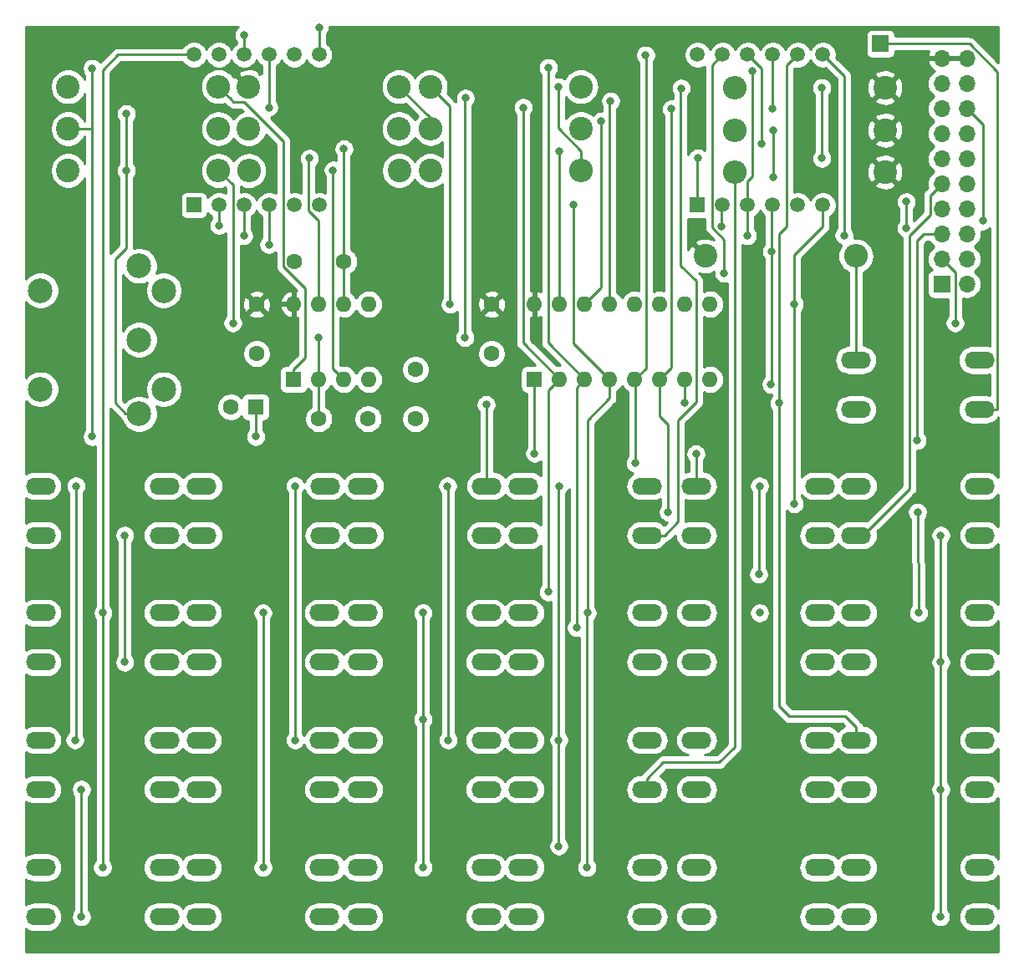
<source format=gbr>
G04 #@! TF.GenerationSoftware,KiCad,Pcbnew,(5.1.2-1)-1*
G04 #@! TF.CreationDate,2020-12-13T23:00:28+01:00*
G04 #@! TF.ProjectId,s1clone,7331636c-6f6e-4652-9e6b-696361645f70,rev?*
G04 #@! TF.SameCoordinates,Original*
G04 #@! TF.FileFunction,Copper,L1,Top*
G04 #@! TF.FilePolarity,Positive*
%FSLAX46Y46*%
G04 Gerber Fmt 4.6, Leading zero omitted, Abs format (unit mm)*
G04 Created by KiCad (PCBNEW (5.1.2-1)-1) date 2020-12-13 23:00:28*
%MOMM*%
%LPD*%
G04 APERTURE LIST*
%ADD10O,2.400000X2.400000*%
%ADD11C,2.400000*%
%ADD12O,3.048000X1.727200*%
%ADD13O,1.600000X1.600000*%
%ADD14R,1.600000X1.600000*%
%ADD15C,1.500000*%
%ADD16R,1.500000X1.500000*%
%ADD17C,2.500000*%
%ADD18R,1.700000X1.700000*%
%ADD19O,1.700000X1.700000*%
%ADD20C,1.600000*%
%ADD21C,0.800000*%
%ADD22C,0.250000*%
%ADD23C,0.254000*%
G04 APERTURE END LIST*
D10*
X160440000Y-75400000D03*
D11*
X145200000Y-75400000D03*
D12*
X77900000Y-129450000D03*
X77900000Y-124450000D03*
X90400000Y-129450000D03*
X90400000Y-124450000D03*
D13*
X103500000Y-80280000D03*
X111120000Y-87900000D03*
X106040000Y-80280000D03*
X108580000Y-87900000D03*
X108580000Y-80280000D03*
X106040000Y-87900000D03*
X111120000Y-80280000D03*
D14*
X103500000Y-87900000D03*
D13*
X127900000Y-80280000D03*
X145680000Y-87900000D03*
X130440000Y-80280000D03*
X143140000Y-87900000D03*
X132980000Y-80280000D03*
X140600000Y-87900000D03*
X135520000Y-80280000D03*
X138060000Y-87900000D03*
X138060000Y-80280000D03*
X135520000Y-87900000D03*
X140600000Y-80280000D03*
X132980000Y-87900000D03*
X143140000Y-80280000D03*
X130440000Y-87900000D03*
X145680000Y-80280000D03*
D14*
X127900000Y-87900000D03*
D15*
X144400000Y-55010000D03*
X146940000Y-55010000D03*
X149480000Y-55010000D03*
X152020000Y-55010000D03*
X154560000Y-55010000D03*
X157100000Y-55010000D03*
X157100000Y-70250000D03*
X154560000Y-70250000D03*
X152020000Y-70250000D03*
X149480000Y-70250000D03*
X146940000Y-70250000D03*
D16*
X144400000Y-70250000D03*
D15*
X93400000Y-55010000D03*
X95940000Y-55010000D03*
X98480000Y-55010000D03*
X101020000Y-55010000D03*
X103560000Y-55010000D03*
X106100000Y-55010000D03*
X106100000Y-70250000D03*
X103560000Y-70250000D03*
X101020000Y-70250000D03*
X98480000Y-70250000D03*
X95940000Y-70250000D03*
D16*
X93400000Y-70250000D03*
D12*
X160450000Y-90950000D03*
X160450000Y-85950000D03*
X172950000Y-90950000D03*
X172950000Y-85950000D03*
X77900000Y-116550000D03*
X77900000Y-111550000D03*
X90400000Y-116550000D03*
X90400000Y-111550000D03*
X144300000Y-103700000D03*
X144300000Y-98700000D03*
X156800000Y-103700000D03*
X156800000Y-98700000D03*
X77900000Y-142350000D03*
X77900000Y-137350000D03*
X90400000Y-142350000D03*
X90400000Y-137350000D03*
X94150000Y-116550000D03*
X94150000Y-111550000D03*
X106650000Y-116550000D03*
X106650000Y-111550000D03*
X144300000Y-116550000D03*
X144300000Y-111550000D03*
X156800000Y-116550000D03*
X156800000Y-111550000D03*
X94150000Y-142350000D03*
X94150000Y-137350000D03*
X106650000Y-142350000D03*
X106650000Y-137350000D03*
X110500000Y-116550000D03*
X110500000Y-111550000D03*
X123000000Y-116550000D03*
X123000000Y-111550000D03*
X144300000Y-129450000D03*
X144300000Y-124450000D03*
X156800000Y-129450000D03*
X156800000Y-124450000D03*
X110500000Y-142350000D03*
X110500000Y-137350000D03*
X123000000Y-142350000D03*
X123000000Y-137350000D03*
X126800000Y-116550000D03*
X126800000Y-111550000D03*
X139300000Y-116550000D03*
X139300000Y-111550000D03*
X144300000Y-142350000D03*
X144300000Y-137350000D03*
X156800000Y-142350000D03*
X156800000Y-137350000D03*
X126800000Y-142350000D03*
X126800000Y-137350000D03*
X139300000Y-142350000D03*
X139300000Y-137350000D03*
X77900000Y-103700000D03*
X77900000Y-98700000D03*
X90400000Y-103700000D03*
X90400000Y-98700000D03*
X160500000Y-103700000D03*
X160500000Y-98700000D03*
X173000000Y-103700000D03*
X173000000Y-98700000D03*
X94200000Y-103700000D03*
X94200000Y-98700000D03*
X106700000Y-103700000D03*
X106700000Y-98700000D03*
X160500000Y-116550000D03*
X160500000Y-111550000D03*
X173000000Y-116550000D03*
X173000000Y-111550000D03*
X94150000Y-129450000D03*
X94150000Y-124450000D03*
X106650000Y-129450000D03*
X106650000Y-124450000D03*
X110550000Y-103700000D03*
X110550000Y-98700000D03*
X123050000Y-103700000D03*
X123050000Y-98700000D03*
X160500000Y-129450000D03*
X160500000Y-124450000D03*
X173000000Y-129450000D03*
X173000000Y-124450000D03*
X110500000Y-129450000D03*
X110500000Y-124450000D03*
X123000000Y-129450000D03*
X123000000Y-124450000D03*
X126800000Y-103700000D03*
X126800000Y-98700000D03*
X139300000Y-103700000D03*
X139300000Y-98700000D03*
X160500000Y-142350000D03*
X160500000Y-137350000D03*
X173000000Y-142350000D03*
X173000000Y-137350000D03*
X126800000Y-129450000D03*
X126800000Y-124450000D03*
X139300000Y-129450000D03*
X139300000Y-124450000D03*
D10*
X114190000Y-62500000D03*
D11*
X98950000Y-62500000D03*
D10*
X95890000Y-66750000D03*
D11*
X80650000Y-66750000D03*
D10*
X95890000Y-62500000D03*
D11*
X80650000Y-62500000D03*
D10*
X114190000Y-58250000D03*
D11*
X98950000Y-58250000D03*
D10*
X117360000Y-62500000D03*
D11*
X132600000Y-62500000D03*
D10*
X132590000Y-66750000D03*
D11*
X117350000Y-66750000D03*
D10*
X148160000Y-58350000D03*
D11*
X163400000Y-58350000D03*
D10*
X132590000Y-58250000D03*
D11*
X117350000Y-58250000D03*
D10*
X98960000Y-66750000D03*
D11*
X114200000Y-66750000D03*
D10*
X148160000Y-62650000D03*
D11*
X163400000Y-62650000D03*
D10*
X95890000Y-58250000D03*
D11*
X80650000Y-58250000D03*
D10*
X148160000Y-66900000D03*
D11*
X163400000Y-66900000D03*
D17*
X77850000Y-78900000D03*
X77850000Y-88900000D03*
X90350000Y-78900000D03*
X87850000Y-91400000D03*
X87850000Y-83900000D03*
X90350000Y-88900000D03*
X87850000Y-76400000D03*
D18*
X162950000Y-53900000D03*
D19*
X171690000Y-55390000D03*
X169150000Y-55390000D03*
X171690000Y-57930000D03*
X169150000Y-57930000D03*
X171690000Y-60470000D03*
X169150000Y-60470000D03*
X171690000Y-63010000D03*
X169150000Y-63010000D03*
X171690000Y-65550000D03*
X169150000Y-65550000D03*
X171690000Y-68090000D03*
X169150000Y-68090000D03*
X171690000Y-70630000D03*
X169150000Y-70630000D03*
X171690000Y-73170000D03*
X169150000Y-73170000D03*
X171690000Y-75710000D03*
X169150000Y-75710000D03*
X171690000Y-78250000D03*
D18*
X169150000Y-78250000D03*
D20*
X123550000Y-80300000D03*
X123550000Y-85300000D03*
X99750000Y-80300000D03*
X99750000Y-85300000D03*
X115850000Y-91900000D03*
X115850000Y-86900000D03*
X108600000Y-75950000D03*
X103600000Y-75950000D03*
X97150000Y-90700000D03*
D14*
X99650000Y-90700000D03*
D20*
X111050000Y-91900000D03*
X106050000Y-91900000D03*
D21*
X106050000Y-83650000D03*
X120850000Y-83650000D03*
X120900000Y-59400000D03*
X83100000Y-93700000D03*
X99650000Y-93700000D03*
X83100000Y-56400000D03*
X108600000Y-64550000D03*
X86550000Y-61000000D03*
X86550000Y-66750000D03*
X98450000Y-73350000D03*
X149450000Y-73350000D03*
X150000000Y-56700000D03*
X135600000Y-59700000D03*
X173300000Y-71850000D03*
X134650000Y-61750000D03*
X98500000Y-53000000D03*
X150900000Y-64000000D03*
X130400000Y-64750000D03*
X144450000Y-65475000D03*
X152100000Y-62650000D03*
X152100000Y-67400000D03*
X169050000Y-103700000D03*
X169050000Y-116550000D03*
X169050000Y-129450000D03*
X169000000Y-142350000D03*
X101000000Y-74250000D03*
X151925000Y-74950000D03*
X151850000Y-88400000D03*
X82000000Y-129450000D03*
X82000000Y-142350000D03*
X106100000Y-52225000D03*
X159250000Y-73300000D03*
X166650000Y-94100000D03*
X95890000Y-58250000D03*
X147100000Y-77150000D03*
X97350000Y-82200000D03*
X170500000Y-82200000D03*
X107500000Y-66700000D03*
X105100000Y-65500000D03*
X130300000Y-58250000D03*
X119350000Y-80300000D03*
X130350000Y-124450000D03*
X130400000Y-98700000D03*
X130350000Y-135200000D03*
X154200000Y-100500000D03*
X154200000Y-80300000D03*
X143100000Y-90300000D03*
X123000000Y-90450000D03*
X152650000Y-90300000D03*
X119150000Y-124450000D03*
X119100000Y-98700000D03*
X103650000Y-98700000D03*
X103650000Y-124450000D03*
X141450000Y-101350000D03*
X166800000Y-111550000D03*
X166700000Y-101350000D03*
X141750000Y-60500000D03*
X152000000Y-60500000D03*
X138100000Y-96400000D03*
X139150000Y-55050000D03*
X81450000Y-98700000D03*
X81350000Y-124450000D03*
X133200000Y-137350000D03*
X133250000Y-111550000D03*
X131850000Y-70250000D03*
X116600000Y-137350000D03*
X116600000Y-111550000D03*
X116600000Y-122350000D03*
X132150000Y-113050000D03*
X129300000Y-56300000D03*
X100400000Y-137350000D03*
X100400000Y-111550000D03*
X129300000Y-109450000D03*
X150700000Y-111550000D03*
X126750000Y-60350000D03*
X101000000Y-60350000D03*
X84150000Y-137350000D03*
X84200000Y-111550000D03*
X150600000Y-107650000D03*
X150700000Y-98700000D03*
X144250000Y-95450000D03*
X127900000Y-95400000D03*
X142750000Y-58400000D03*
X157000000Y-58350000D03*
X157000000Y-65500000D03*
X86400000Y-103700000D03*
X86400000Y-116550000D03*
X95950000Y-72300000D03*
X146850000Y-72400000D03*
X165550000Y-72575000D03*
X165550000Y-69900000D03*
D22*
X106050000Y-87910000D02*
X106040000Y-87900000D01*
X106050000Y-91900000D02*
X106050000Y-87910000D01*
X106040000Y-83660000D02*
X106050000Y-83650000D01*
X106040000Y-87900000D02*
X106040000Y-83660000D01*
X120850000Y-59450000D02*
X120900000Y-59400000D01*
X120850000Y-83650000D02*
X120850000Y-59450000D01*
X83100000Y-64950000D02*
X83100000Y-71457002D01*
X83100000Y-71457002D02*
X83100000Y-93700000D01*
X99650000Y-93700000D02*
X99650000Y-90700000D01*
X83100000Y-56400000D02*
X83100000Y-56965685D01*
X80650000Y-62500000D02*
X83050000Y-62500000D01*
X83100000Y-62550000D02*
X83100000Y-64950000D01*
X83050000Y-62500000D02*
X83100000Y-62550000D01*
X83100000Y-56965685D02*
X83100000Y-62550000D01*
X117360000Y-61420000D02*
X117360000Y-62500000D01*
X114190000Y-58250000D02*
X117360000Y-61420000D01*
X108580000Y-75970000D02*
X108600000Y-75950000D01*
X108580000Y-80280000D02*
X108580000Y-75970000D01*
X108600000Y-75950000D02*
X108600000Y-64550000D01*
X86550000Y-61000000D02*
X86550000Y-66750000D01*
X86550000Y-66750000D02*
X86550000Y-74600000D01*
X86550000Y-74600000D02*
X85450000Y-75700000D01*
X85450000Y-75700000D02*
X85450000Y-90300000D01*
X85450000Y-90300000D02*
X86500000Y-91350000D01*
X87800000Y-91350000D02*
X87850000Y-91400000D01*
X86500000Y-91350000D02*
X87800000Y-91350000D01*
X98480000Y-73320000D02*
X98450000Y-73350000D01*
X98480000Y-70250000D02*
X98480000Y-73320000D01*
X149450000Y-70280000D02*
X149480000Y-70250000D01*
X149450000Y-73350000D02*
X149450000Y-70280000D01*
X150000000Y-67317002D02*
X150000000Y-56700000D01*
X149480000Y-67837002D02*
X150000000Y-67317002D01*
X149480000Y-70250000D02*
X149480000Y-67837002D01*
X135520000Y-59780000D02*
X135600000Y-59700000D01*
X135520000Y-80280000D02*
X135520000Y-59780000D01*
X173300000Y-62080000D02*
X171690000Y-60470000D01*
X173300000Y-71850000D02*
X173300000Y-62080000D01*
X134650000Y-78610000D02*
X134650000Y-61750000D01*
X132980000Y-80280000D02*
X134650000Y-78610000D01*
X98500000Y-54990000D02*
X98480000Y-55010000D01*
X98500000Y-53000000D02*
X98500000Y-54990000D01*
X150900000Y-56430000D02*
X150900000Y-64000000D01*
X149480000Y-55010000D02*
X150900000Y-56430000D01*
X130440000Y-64790000D02*
X130400000Y-64750000D01*
X130440000Y-80280000D02*
X130440000Y-64790000D01*
X144400000Y-65525000D02*
X144450000Y-65475000D01*
X144400000Y-70250000D02*
X144400000Y-65525000D01*
X152100000Y-62650000D02*
X152100000Y-67400000D01*
X167974999Y-71223003D02*
X167974999Y-69265001D01*
X165898001Y-73300001D02*
X167974999Y-71223003D01*
X161160400Y-103700000D02*
X165898001Y-98962399D01*
X168300001Y-68939999D02*
X169150000Y-68090000D01*
X167974999Y-69265001D02*
X168300001Y-68939999D01*
X165898001Y-98962399D02*
X165898001Y-73300001D01*
X160500000Y-103700000D02*
X161160400Y-103700000D01*
X169050000Y-103700000D02*
X169050000Y-116550000D01*
X169050000Y-116550000D02*
X169050000Y-129450000D01*
X169050000Y-142300000D02*
X169000000Y-142350000D01*
X169050000Y-129450000D02*
X169050000Y-142300000D01*
X101020000Y-74230000D02*
X101000000Y-74250000D01*
X101020000Y-70250000D02*
X101020000Y-74230000D01*
X151925000Y-70345000D02*
X152020000Y-70250000D01*
X151925000Y-74950000D02*
X151925000Y-70345000D01*
X151925000Y-74950000D02*
X151900000Y-88400000D01*
X82000000Y-129450000D02*
X82000000Y-142350000D01*
X139300000Y-128336400D02*
X139300000Y-129450000D01*
X140936400Y-126700000D02*
X139300000Y-128336400D01*
X148160000Y-125140000D02*
X146600000Y-126700000D01*
X146600000Y-126700000D02*
X140936400Y-126700000D01*
X148160000Y-66900000D02*
X148160000Y-125140000D01*
X106100000Y-55010000D02*
X106100000Y-52225000D01*
X157849999Y-55759999D02*
X157859999Y-55759999D01*
X157100000Y-55010000D02*
X157849999Y-55759999D01*
X159250000Y-57150000D02*
X159250000Y-73300000D01*
X157859999Y-55759999D02*
X159250000Y-57150000D01*
X166650000Y-94100000D02*
X166650000Y-73850000D01*
X167330000Y-73170000D02*
X169150000Y-73170000D01*
X166650000Y-73850000D02*
X167330000Y-73170000D01*
X97089999Y-59449999D02*
X95890000Y-58250000D01*
X98482003Y-59775001D02*
X97415001Y-59775001D01*
X102474999Y-63767997D02*
X98482003Y-59775001D01*
X102474999Y-76490001D02*
X102474999Y-63767997D01*
X97415001Y-59775001D02*
X97089999Y-59449999D01*
X104625001Y-78640003D02*
X102474999Y-76490001D01*
X104625001Y-85724999D02*
X104625001Y-78640003D01*
X103500000Y-86850000D02*
X104625001Y-85724999D01*
X103500000Y-87900000D02*
X103500000Y-86850000D01*
X147100000Y-73723002D02*
X147100000Y-77150000D01*
X145864999Y-72488001D02*
X147100000Y-73723002D01*
X145864999Y-56085001D02*
X145864999Y-72488001D01*
X146940000Y-55010000D02*
X145864999Y-56085001D01*
X97350000Y-68210000D02*
X97350000Y-77700000D01*
X95890000Y-66750000D02*
X97350000Y-68210000D01*
X97350000Y-77700000D02*
X97350000Y-82200000D01*
X170500000Y-77060000D02*
X169150000Y-75710000D01*
X170500000Y-82200000D02*
X170500000Y-77060000D01*
X174724000Y-90950000D02*
X172950000Y-90950000D01*
X174750000Y-90924000D02*
X174724000Y-90950000D01*
X174750000Y-90648020D02*
X174750000Y-90924000D01*
X174799010Y-56760008D02*
X174799010Y-90599010D01*
X174799010Y-90599010D02*
X174750000Y-90648020D01*
X171939002Y-53900000D02*
X174799010Y-56760008D01*
X162950000Y-53900000D02*
X171939002Y-53900000D01*
X107454999Y-66745001D02*
X107500000Y-66700000D01*
X107454999Y-86774999D02*
X107454999Y-66745001D01*
X108580000Y-87900000D02*
X107454999Y-86774999D01*
X105024999Y-65575001D02*
X105100000Y-65500000D01*
X106040000Y-71781002D02*
X105024999Y-70766001D01*
X105024999Y-70766001D02*
X105024999Y-65575001D01*
X106040000Y-80280000D02*
X106040000Y-71781002D01*
X130300000Y-62457002D02*
X130300000Y-58250000D01*
X132590000Y-64747002D02*
X130300000Y-62457002D01*
X132590000Y-66750000D02*
X132590000Y-64747002D01*
X119350000Y-60250000D02*
X117350000Y-58250000D01*
X119350000Y-80300000D02*
X119350000Y-60250000D01*
X160440000Y-85940000D02*
X160450000Y-85950000D01*
X160440000Y-75400000D02*
X160440000Y-85940000D01*
X130350000Y-98750000D02*
X130400000Y-98700000D01*
X130350000Y-124450000D02*
X130350000Y-98750000D01*
X130350000Y-135200000D02*
X130350000Y-124450000D01*
X157100000Y-72400000D02*
X157100000Y-70250000D01*
X154200000Y-75300000D02*
X157100000Y-72400000D01*
X154200000Y-80300000D02*
X154200000Y-75300000D01*
X154200000Y-100500000D02*
X154200000Y-80300000D01*
X143140000Y-90260000D02*
X143100000Y-90300000D01*
X143140000Y-87900000D02*
X143140000Y-90260000D01*
X123000000Y-98650000D02*
X123050000Y-98700000D01*
X123000000Y-90450000D02*
X123000000Y-98650000D01*
X153474999Y-56095001D02*
X153474999Y-72375001D01*
X154560000Y-55010000D02*
X153474999Y-56095001D01*
X152650000Y-92415685D02*
X152650000Y-121000000D01*
X152650000Y-121000000D02*
X153700000Y-122050000D01*
X153700000Y-122050000D02*
X159400000Y-122050000D01*
X160500000Y-123150000D02*
X160500000Y-124450000D01*
X159400000Y-122050000D02*
X160500000Y-123150000D01*
X152650000Y-73200000D02*
X153300000Y-72550000D01*
X152650000Y-92415685D02*
X152650000Y-73200000D01*
X153474999Y-72375001D02*
X153300000Y-72550000D01*
X119150000Y-98750000D02*
X119100000Y-98700000D01*
X119150000Y-124450000D02*
X119150000Y-98750000D01*
X103650000Y-98700000D02*
X103650000Y-124450000D01*
X141450000Y-101350000D02*
X141450000Y-92450000D01*
X140600000Y-91600000D02*
X140600000Y-87900000D01*
X141450000Y-92450000D02*
X140600000Y-91600000D01*
X166700000Y-101350000D02*
X166800000Y-111550000D01*
X141750000Y-80795002D02*
X141750000Y-60500000D01*
X141750000Y-86750000D02*
X141750000Y-80795002D01*
X140600000Y-87900000D02*
X141750000Y-86750000D01*
X152000000Y-55030000D02*
X152020000Y-55010000D01*
X152000000Y-60500000D02*
X152000000Y-55030000D01*
X138100000Y-87940000D02*
X138060000Y-87900000D01*
X138100000Y-96400000D02*
X138100000Y-87940000D01*
X139185001Y-86774999D02*
X138060000Y-87900000D01*
X139185001Y-55414999D02*
X139185001Y-86774999D01*
X139150000Y-55050000D02*
X139185001Y-55414999D01*
X81450000Y-124350000D02*
X81350000Y-124450000D01*
X81450000Y-98700000D02*
X81450000Y-124350000D01*
X133200000Y-111600000D02*
X133250000Y-111550000D01*
X133200000Y-137350000D02*
X133200000Y-111600000D01*
X133250000Y-111550000D02*
X133250000Y-92050000D01*
X135520000Y-89780000D02*
X135520000Y-87900000D01*
X133250000Y-92050000D02*
X135520000Y-89780000D01*
X131854999Y-70254999D02*
X131850000Y-70250000D01*
X131854999Y-84234999D02*
X131854999Y-70254999D01*
X135520000Y-87900000D02*
X131854999Y-84234999D01*
X116600000Y-111550000D02*
X116600000Y-111550000D01*
X116600000Y-122350000D02*
X116600000Y-111550000D01*
X116600000Y-137350000D02*
X116600000Y-122350000D01*
X132150000Y-92513590D02*
X132150000Y-113050000D01*
X132150000Y-88730000D02*
X132150000Y-92513590D01*
X132980000Y-87900000D02*
X132150000Y-88730000D01*
X129300000Y-82316410D02*
X129300000Y-56300000D01*
X129300000Y-84220000D02*
X129300000Y-82316410D01*
X132980000Y-87900000D02*
X129300000Y-84220000D01*
X100400000Y-137350000D02*
X100400000Y-111550000D01*
X129300000Y-89040000D02*
X130440000Y-87900000D01*
X129300000Y-109450000D02*
X129300000Y-89040000D01*
X126750000Y-82306410D02*
X126750000Y-60350000D01*
X126750000Y-84210000D02*
X126750000Y-82306410D01*
X130440000Y-87900000D02*
X126750000Y-84210000D01*
X101000000Y-55030000D02*
X101020000Y-55010000D01*
X101000000Y-60350000D02*
X101000000Y-55030000D01*
X84150000Y-111600000D02*
X84200000Y-111550000D01*
X84150000Y-137350000D02*
X84150000Y-111600000D01*
X150600000Y-98800000D02*
X150700000Y-98700000D01*
X150600000Y-107650000D02*
X150600000Y-98800000D01*
X144300000Y-95500000D02*
X144250000Y-95450000D01*
X144300000Y-98700000D02*
X144300000Y-95500000D01*
X127900000Y-94834315D02*
X127900000Y-87900000D01*
X127900000Y-95400000D02*
X127900000Y-94834315D01*
X93400000Y-55010000D02*
X85740000Y-55010000D01*
X84200000Y-56550000D02*
X84200000Y-111550000D01*
X85740000Y-55010000D02*
X84200000Y-56550000D01*
X144265001Y-90208001D02*
X144265001Y-77915001D01*
X142450990Y-92022012D02*
X144265001Y-90208001D01*
X142450990Y-102323010D02*
X142450990Y-92022012D01*
X141074000Y-103700000D02*
X142450990Y-102323010D01*
X139300000Y-103700000D02*
X141074000Y-103700000D01*
X144265001Y-77915001D02*
X142700000Y-76350000D01*
X142700000Y-58450000D02*
X142750000Y-58400000D01*
X142700000Y-76350000D02*
X142700000Y-58450000D01*
X157000000Y-58350000D02*
X157000000Y-65500000D01*
X86400000Y-103700000D02*
X86400000Y-116550000D01*
X95940000Y-72290000D02*
X95950000Y-72300000D01*
X95940000Y-70250000D02*
X95940000Y-72290000D01*
X146850000Y-70340000D02*
X146940000Y-70250000D01*
X146850000Y-72400000D02*
X146850000Y-70340000D01*
X165550000Y-72575000D02*
X165550000Y-69900000D01*
D23*
G36*
X97840226Y-52196063D02*
G01*
X97696063Y-52340226D01*
X97582795Y-52509744D01*
X97504774Y-52698102D01*
X97465000Y-52898061D01*
X97465000Y-53101939D01*
X97504774Y-53301898D01*
X97582795Y-53490256D01*
X97696063Y-53659774D01*
X97740000Y-53703711D01*
X97740000Y-53838727D01*
X97597114Y-53934201D01*
X97404201Y-54127114D01*
X97252629Y-54353957D01*
X97210000Y-54456873D01*
X97167371Y-54353957D01*
X97015799Y-54127114D01*
X96822886Y-53934201D01*
X96596043Y-53782629D01*
X96343989Y-53678225D01*
X96076411Y-53625000D01*
X95803589Y-53625000D01*
X95536011Y-53678225D01*
X95283957Y-53782629D01*
X95057114Y-53934201D01*
X94864201Y-54127114D01*
X94712629Y-54353957D01*
X94670000Y-54456873D01*
X94627371Y-54353957D01*
X94475799Y-54127114D01*
X94282886Y-53934201D01*
X94056043Y-53782629D01*
X93803989Y-53678225D01*
X93536411Y-53625000D01*
X93263589Y-53625000D01*
X92996011Y-53678225D01*
X92743957Y-53782629D01*
X92517114Y-53934201D01*
X92324201Y-54127114D01*
X92242091Y-54250000D01*
X85777323Y-54250000D01*
X85740000Y-54246324D01*
X85702677Y-54250000D01*
X85702667Y-54250000D01*
X85591014Y-54260997D01*
X85447753Y-54304454D01*
X85315723Y-54375026D01*
X85271887Y-54411002D01*
X85199999Y-54469999D01*
X85176201Y-54498997D01*
X83916368Y-55758831D01*
X83903937Y-55740226D01*
X83759774Y-55596063D01*
X83590256Y-55482795D01*
X83401898Y-55404774D01*
X83201939Y-55365000D01*
X82998061Y-55365000D01*
X82798102Y-55404774D01*
X82609744Y-55482795D01*
X82440226Y-55596063D01*
X82296063Y-55740226D01*
X82182795Y-55909744D01*
X82104774Y-56098102D01*
X82065000Y-56298061D01*
X82065000Y-56501939D01*
X82104774Y-56701898D01*
X82182795Y-56890256D01*
X82296063Y-57059774D01*
X82340000Y-57103711D01*
X82340000Y-57534935D01*
X82276156Y-57380801D01*
X82075338Y-57080256D01*
X81819744Y-56824662D01*
X81519199Y-56623844D01*
X81185250Y-56485518D01*
X80830732Y-56415000D01*
X80469268Y-56415000D01*
X80114750Y-56485518D01*
X79780801Y-56623844D01*
X79480256Y-56824662D01*
X79224662Y-57080256D01*
X79023844Y-57380801D01*
X78885518Y-57714750D01*
X78815000Y-58069268D01*
X78815000Y-58430732D01*
X78885518Y-58785250D01*
X79023844Y-59119199D01*
X79224662Y-59419744D01*
X79480256Y-59675338D01*
X79780801Y-59876156D01*
X80114750Y-60014482D01*
X80469268Y-60085000D01*
X80830732Y-60085000D01*
X81185250Y-60014482D01*
X81519199Y-59876156D01*
X81819744Y-59675338D01*
X82075338Y-59419744D01*
X82276156Y-59119199D01*
X82340000Y-58965065D01*
X82340001Y-61740000D01*
X82321388Y-61740000D01*
X82276156Y-61630801D01*
X82075338Y-61330256D01*
X81819744Y-61074662D01*
X81519199Y-60873844D01*
X81185250Y-60735518D01*
X80830732Y-60665000D01*
X80469268Y-60665000D01*
X80114750Y-60735518D01*
X79780801Y-60873844D01*
X79480256Y-61074662D01*
X79224662Y-61330256D01*
X79023844Y-61630801D01*
X78885518Y-61964750D01*
X78815000Y-62319268D01*
X78815000Y-62680732D01*
X78885518Y-63035250D01*
X79023844Y-63369199D01*
X79224662Y-63669744D01*
X79480256Y-63925338D01*
X79780801Y-64126156D01*
X80114750Y-64264482D01*
X80469268Y-64335000D01*
X80830732Y-64335000D01*
X81185250Y-64264482D01*
X81519199Y-64126156D01*
X81819744Y-63925338D01*
X82075338Y-63669744D01*
X82276156Y-63369199D01*
X82321388Y-63260000D01*
X82340000Y-63260000D01*
X82340001Y-64912658D01*
X82340000Y-64912668D01*
X82340000Y-66034935D01*
X82276156Y-65880801D01*
X82075338Y-65580256D01*
X81819744Y-65324662D01*
X81519199Y-65123844D01*
X81185250Y-64985518D01*
X80830732Y-64915000D01*
X80469268Y-64915000D01*
X80114750Y-64985518D01*
X79780801Y-65123844D01*
X79480256Y-65324662D01*
X79224662Y-65580256D01*
X79023844Y-65880801D01*
X78885518Y-66214750D01*
X78815000Y-66569268D01*
X78815000Y-66930732D01*
X78885518Y-67285250D01*
X79023844Y-67619199D01*
X79224662Y-67919744D01*
X79480256Y-68175338D01*
X79780801Y-68376156D01*
X80114750Y-68514482D01*
X80469268Y-68585000D01*
X80830732Y-68585000D01*
X81185250Y-68514482D01*
X81519199Y-68376156D01*
X81819744Y-68175338D01*
X82075338Y-67919744D01*
X82276156Y-67619199D01*
X82340000Y-67465065D01*
X82340001Y-71419660D01*
X82340000Y-71419670D01*
X82340001Y-92996288D01*
X82296063Y-93040226D01*
X82182795Y-93209744D01*
X82104774Y-93398102D01*
X82065000Y-93598061D01*
X82065000Y-93801939D01*
X82104774Y-94001898D01*
X82182795Y-94190256D01*
X82296063Y-94359774D01*
X82440226Y-94503937D01*
X82609744Y-94617205D01*
X82798102Y-94695226D01*
X82998061Y-94735000D01*
X83201939Y-94735000D01*
X83401898Y-94695226D01*
X83440001Y-94679443D01*
X83440001Y-110846288D01*
X83396063Y-110890226D01*
X83282795Y-111059744D01*
X83204774Y-111248102D01*
X83165000Y-111448061D01*
X83165000Y-111651939D01*
X83204774Y-111851898D01*
X83282795Y-112040256D01*
X83390001Y-112200702D01*
X83390000Y-136646289D01*
X83346063Y-136690226D01*
X83232795Y-136859744D01*
X83154774Y-137048102D01*
X83115000Y-137248061D01*
X83115000Y-137451939D01*
X83154774Y-137651898D01*
X83232795Y-137840256D01*
X83346063Y-138009774D01*
X83490226Y-138153937D01*
X83659744Y-138267205D01*
X83848102Y-138345226D01*
X84048061Y-138385000D01*
X84251939Y-138385000D01*
X84451898Y-138345226D01*
X84640256Y-138267205D01*
X84809774Y-138153937D01*
X84953937Y-138009774D01*
X85067205Y-137840256D01*
X85145226Y-137651898D01*
X85185000Y-137451939D01*
X85185000Y-137350000D01*
X88233749Y-137350000D01*
X88262684Y-137643777D01*
X88348375Y-137926264D01*
X88487531Y-138186606D01*
X88674803Y-138414797D01*
X88902994Y-138602069D01*
X89163336Y-138741225D01*
X89445823Y-138826916D01*
X89665981Y-138848600D01*
X91134019Y-138848600D01*
X91354177Y-138826916D01*
X91636664Y-138741225D01*
X91897006Y-138602069D01*
X92125197Y-138414797D01*
X92275000Y-138232262D01*
X92424803Y-138414797D01*
X92652994Y-138602069D01*
X92913336Y-138741225D01*
X93195823Y-138826916D01*
X93415981Y-138848600D01*
X94884019Y-138848600D01*
X95104177Y-138826916D01*
X95386664Y-138741225D01*
X95647006Y-138602069D01*
X95875197Y-138414797D01*
X96062469Y-138186606D01*
X96201625Y-137926264D01*
X96287316Y-137643777D01*
X96316251Y-137350000D01*
X96287316Y-137056223D01*
X96201625Y-136773736D01*
X96062469Y-136513394D01*
X95875197Y-136285203D01*
X95647006Y-136097931D01*
X95386664Y-135958775D01*
X95104177Y-135873084D01*
X94884019Y-135851400D01*
X93415981Y-135851400D01*
X93195823Y-135873084D01*
X92913336Y-135958775D01*
X92652994Y-136097931D01*
X92424803Y-136285203D01*
X92275000Y-136467738D01*
X92125197Y-136285203D01*
X91897006Y-136097931D01*
X91636664Y-135958775D01*
X91354177Y-135873084D01*
X91134019Y-135851400D01*
X89665981Y-135851400D01*
X89445823Y-135873084D01*
X89163336Y-135958775D01*
X88902994Y-136097931D01*
X88674803Y-136285203D01*
X88487531Y-136513394D01*
X88348375Y-136773736D01*
X88262684Y-137056223D01*
X88233749Y-137350000D01*
X85185000Y-137350000D01*
X85185000Y-137248061D01*
X85145226Y-137048102D01*
X85067205Y-136859744D01*
X84953937Y-136690226D01*
X84910000Y-136646289D01*
X84910000Y-129450000D01*
X88233749Y-129450000D01*
X88262684Y-129743777D01*
X88348375Y-130026264D01*
X88487531Y-130286606D01*
X88674803Y-130514797D01*
X88902994Y-130702069D01*
X89163336Y-130841225D01*
X89445823Y-130926916D01*
X89665981Y-130948600D01*
X91134019Y-130948600D01*
X91354177Y-130926916D01*
X91636664Y-130841225D01*
X91897006Y-130702069D01*
X92125197Y-130514797D01*
X92275000Y-130332262D01*
X92424803Y-130514797D01*
X92652994Y-130702069D01*
X92913336Y-130841225D01*
X93195823Y-130926916D01*
X93415981Y-130948600D01*
X94884019Y-130948600D01*
X95104177Y-130926916D01*
X95386664Y-130841225D01*
X95647006Y-130702069D01*
X95875197Y-130514797D01*
X96062469Y-130286606D01*
X96201625Y-130026264D01*
X96287316Y-129743777D01*
X96316251Y-129450000D01*
X96287316Y-129156223D01*
X96201625Y-128873736D01*
X96062469Y-128613394D01*
X95875197Y-128385203D01*
X95647006Y-128197931D01*
X95386664Y-128058775D01*
X95104177Y-127973084D01*
X94884019Y-127951400D01*
X93415981Y-127951400D01*
X93195823Y-127973084D01*
X92913336Y-128058775D01*
X92652994Y-128197931D01*
X92424803Y-128385203D01*
X92275000Y-128567738D01*
X92125197Y-128385203D01*
X91897006Y-128197931D01*
X91636664Y-128058775D01*
X91354177Y-127973084D01*
X91134019Y-127951400D01*
X89665981Y-127951400D01*
X89445823Y-127973084D01*
X89163336Y-128058775D01*
X88902994Y-128197931D01*
X88674803Y-128385203D01*
X88487531Y-128613394D01*
X88348375Y-128873736D01*
X88262684Y-129156223D01*
X88233749Y-129450000D01*
X84910000Y-129450000D01*
X84910000Y-124450000D01*
X88233749Y-124450000D01*
X88262684Y-124743777D01*
X88348375Y-125026264D01*
X88487531Y-125286606D01*
X88674803Y-125514797D01*
X88902994Y-125702069D01*
X89163336Y-125841225D01*
X89445823Y-125926916D01*
X89665981Y-125948600D01*
X91134019Y-125948600D01*
X91354177Y-125926916D01*
X91636664Y-125841225D01*
X91897006Y-125702069D01*
X92125197Y-125514797D01*
X92275000Y-125332262D01*
X92424803Y-125514797D01*
X92652994Y-125702069D01*
X92913336Y-125841225D01*
X93195823Y-125926916D01*
X93415981Y-125948600D01*
X94884019Y-125948600D01*
X95104177Y-125926916D01*
X95386664Y-125841225D01*
X95647006Y-125702069D01*
X95875197Y-125514797D01*
X96062469Y-125286606D01*
X96201625Y-125026264D01*
X96287316Y-124743777D01*
X96316251Y-124450000D01*
X96287316Y-124156223D01*
X96201625Y-123873736D01*
X96062469Y-123613394D01*
X95875197Y-123385203D01*
X95647006Y-123197931D01*
X95386664Y-123058775D01*
X95104177Y-122973084D01*
X94884019Y-122951400D01*
X93415981Y-122951400D01*
X93195823Y-122973084D01*
X92913336Y-123058775D01*
X92652994Y-123197931D01*
X92424803Y-123385203D01*
X92275000Y-123567738D01*
X92125197Y-123385203D01*
X91897006Y-123197931D01*
X91636664Y-123058775D01*
X91354177Y-122973084D01*
X91134019Y-122951400D01*
X89665981Y-122951400D01*
X89445823Y-122973084D01*
X89163336Y-123058775D01*
X88902994Y-123197931D01*
X88674803Y-123385203D01*
X88487531Y-123613394D01*
X88348375Y-123873736D01*
X88262684Y-124156223D01*
X88233749Y-124450000D01*
X84910000Y-124450000D01*
X84910000Y-112303711D01*
X85003937Y-112209774D01*
X85117205Y-112040256D01*
X85195226Y-111851898D01*
X85235000Y-111651939D01*
X85235000Y-111448061D01*
X85195226Y-111248102D01*
X85117205Y-111059744D01*
X85003937Y-110890226D01*
X84960000Y-110846289D01*
X84960000Y-103598061D01*
X85365000Y-103598061D01*
X85365000Y-103801939D01*
X85404774Y-104001898D01*
X85482795Y-104190256D01*
X85596063Y-104359774D01*
X85640000Y-104403711D01*
X85640001Y-115846288D01*
X85596063Y-115890226D01*
X85482795Y-116059744D01*
X85404774Y-116248102D01*
X85365000Y-116448061D01*
X85365000Y-116651939D01*
X85404774Y-116851898D01*
X85482795Y-117040256D01*
X85596063Y-117209774D01*
X85740226Y-117353937D01*
X85909744Y-117467205D01*
X86098102Y-117545226D01*
X86298061Y-117585000D01*
X86501939Y-117585000D01*
X86701898Y-117545226D01*
X86890256Y-117467205D01*
X87059774Y-117353937D01*
X87203937Y-117209774D01*
X87317205Y-117040256D01*
X87395226Y-116851898D01*
X87435000Y-116651939D01*
X87435000Y-116550000D01*
X88233749Y-116550000D01*
X88262684Y-116843777D01*
X88348375Y-117126264D01*
X88487531Y-117386606D01*
X88674803Y-117614797D01*
X88902994Y-117802069D01*
X89163336Y-117941225D01*
X89445823Y-118026916D01*
X89665981Y-118048600D01*
X91134019Y-118048600D01*
X91354177Y-118026916D01*
X91636664Y-117941225D01*
X91897006Y-117802069D01*
X92125197Y-117614797D01*
X92275000Y-117432262D01*
X92424803Y-117614797D01*
X92652994Y-117802069D01*
X92913336Y-117941225D01*
X93195823Y-118026916D01*
X93415981Y-118048600D01*
X94884019Y-118048600D01*
X95104177Y-118026916D01*
X95386664Y-117941225D01*
X95647006Y-117802069D01*
X95875197Y-117614797D01*
X96062469Y-117386606D01*
X96201625Y-117126264D01*
X96287316Y-116843777D01*
X96316251Y-116550000D01*
X96287316Y-116256223D01*
X96201625Y-115973736D01*
X96062469Y-115713394D01*
X95875197Y-115485203D01*
X95647006Y-115297931D01*
X95386664Y-115158775D01*
X95104177Y-115073084D01*
X94884019Y-115051400D01*
X93415981Y-115051400D01*
X93195823Y-115073084D01*
X92913336Y-115158775D01*
X92652994Y-115297931D01*
X92424803Y-115485203D01*
X92275000Y-115667738D01*
X92125197Y-115485203D01*
X91897006Y-115297931D01*
X91636664Y-115158775D01*
X91354177Y-115073084D01*
X91134019Y-115051400D01*
X89665981Y-115051400D01*
X89445823Y-115073084D01*
X89163336Y-115158775D01*
X88902994Y-115297931D01*
X88674803Y-115485203D01*
X88487531Y-115713394D01*
X88348375Y-115973736D01*
X88262684Y-116256223D01*
X88233749Y-116550000D01*
X87435000Y-116550000D01*
X87435000Y-116448061D01*
X87395226Y-116248102D01*
X87317205Y-116059744D01*
X87203937Y-115890226D01*
X87160000Y-115846289D01*
X87160000Y-111550000D01*
X88233749Y-111550000D01*
X88262684Y-111843777D01*
X88348375Y-112126264D01*
X88487531Y-112386606D01*
X88674803Y-112614797D01*
X88902994Y-112802069D01*
X89163336Y-112941225D01*
X89445823Y-113026916D01*
X89665981Y-113048600D01*
X91134019Y-113048600D01*
X91354177Y-113026916D01*
X91636664Y-112941225D01*
X91897006Y-112802069D01*
X92125197Y-112614797D01*
X92275000Y-112432262D01*
X92424803Y-112614797D01*
X92652994Y-112802069D01*
X92913336Y-112941225D01*
X93195823Y-113026916D01*
X93415981Y-113048600D01*
X94884019Y-113048600D01*
X95104177Y-113026916D01*
X95386664Y-112941225D01*
X95647006Y-112802069D01*
X95875197Y-112614797D01*
X96062469Y-112386606D01*
X96201625Y-112126264D01*
X96287316Y-111843777D01*
X96316251Y-111550000D01*
X96306211Y-111448061D01*
X99365000Y-111448061D01*
X99365000Y-111651939D01*
X99404774Y-111851898D01*
X99482795Y-112040256D01*
X99596063Y-112209774D01*
X99640001Y-112253712D01*
X99640000Y-136646289D01*
X99596063Y-136690226D01*
X99482795Y-136859744D01*
X99404774Y-137048102D01*
X99365000Y-137248061D01*
X99365000Y-137451939D01*
X99404774Y-137651898D01*
X99482795Y-137840256D01*
X99596063Y-138009774D01*
X99740226Y-138153937D01*
X99909744Y-138267205D01*
X100098102Y-138345226D01*
X100298061Y-138385000D01*
X100501939Y-138385000D01*
X100701898Y-138345226D01*
X100890256Y-138267205D01*
X101059774Y-138153937D01*
X101203937Y-138009774D01*
X101317205Y-137840256D01*
X101395226Y-137651898D01*
X101435000Y-137451939D01*
X101435000Y-137350000D01*
X104483749Y-137350000D01*
X104512684Y-137643777D01*
X104598375Y-137926264D01*
X104737531Y-138186606D01*
X104924803Y-138414797D01*
X105152994Y-138602069D01*
X105413336Y-138741225D01*
X105695823Y-138826916D01*
X105915981Y-138848600D01*
X107384019Y-138848600D01*
X107604177Y-138826916D01*
X107886664Y-138741225D01*
X108147006Y-138602069D01*
X108375197Y-138414797D01*
X108562469Y-138186606D01*
X108575000Y-138163162D01*
X108587531Y-138186606D01*
X108774803Y-138414797D01*
X109002994Y-138602069D01*
X109263336Y-138741225D01*
X109545823Y-138826916D01*
X109765981Y-138848600D01*
X111234019Y-138848600D01*
X111454177Y-138826916D01*
X111736664Y-138741225D01*
X111997006Y-138602069D01*
X112225197Y-138414797D01*
X112412469Y-138186606D01*
X112551625Y-137926264D01*
X112637316Y-137643777D01*
X112666251Y-137350000D01*
X112637316Y-137056223D01*
X112551625Y-136773736D01*
X112412469Y-136513394D01*
X112225197Y-136285203D01*
X111997006Y-136097931D01*
X111736664Y-135958775D01*
X111454177Y-135873084D01*
X111234019Y-135851400D01*
X109765981Y-135851400D01*
X109545823Y-135873084D01*
X109263336Y-135958775D01*
X109002994Y-136097931D01*
X108774803Y-136285203D01*
X108587531Y-136513394D01*
X108575000Y-136536838D01*
X108562469Y-136513394D01*
X108375197Y-136285203D01*
X108147006Y-136097931D01*
X107886664Y-135958775D01*
X107604177Y-135873084D01*
X107384019Y-135851400D01*
X105915981Y-135851400D01*
X105695823Y-135873084D01*
X105413336Y-135958775D01*
X105152994Y-136097931D01*
X104924803Y-136285203D01*
X104737531Y-136513394D01*
X104598375Y-136773736D01*
X104512684Y-137056223D01*
X104483749Y-137350000D01*
X101435000Y-137350000D01*
X101435000Y-137248061D01*
X101395226Y-137048102D01*
X101317205Y-136859744D01*
X101203937Y-136690226D01*
X101160000Y-136646289D01*
X101160000Y-129450000D01*
X104483749Y-129450000D01*
X104512684Y-129743777D01*
X104598375Y-130026264D01*
X104737531Y-130286606D01*
X104924803Y-130514797D01*
X105152994Y-130702069D01*
X105413336Y-130841225D01*
X105695823Y-130926916D01*
X105915981Y-130948600D01*
X107384019Y-130948600D01*
X107604177Y-130926916D01*
X107886664Y-130841225D01*
X108147006Y-130702069D01*
X108375197Y-130514797D01*
X108562469Y-130286606D01*
X108575000Y-130263162D01*
X108587531Y-130286606D01*
X108774803Y-130514797D01*
X109002994Y-130702069D01*
X109263336Y-130841225D01*
X109545823Y-130926916D01*
X109765981Y-130948600D01*
X111234019Y-130948600D01*
X111454177Y-130926916D01*
X111736664Y-130841225D01*
X111997006Y-130702069D01*
X112225197Y-130514797D01*
X112412469Y-130286606D01*
X112551625Y-130026264D01*
X112637316Y-129743777D01*
X112666251Y-129450000D01*
X112637316Y-129156223D01*
X112551625Y-128873736D01*
X112412469Y-128613394D01*
X112225197Y-128385203D01*
X111997006Y-128197931D01*
X111736664Y-128058775D01*
X111454177Y-127973084D01*
X111234019Y-127951400D01*
X109765981Y-127951400D01*
X109545823Y-127973084D01*
X109263336Y-128058775D01*
X109002994Y-128197931D01*
X108774803Y-128385203D01*
X108587531Y-128613394D01*
X108575000Y-128636838D01*
X108562469Y-128613394D01*
X108375197Y-128385203D01*
X108147006Y-128197931D01*
X107886664Y-128058775D01*
X107604177Y-127973084D01*
X107384019Y-127951400D01*
X105915981Y-127951400D01*
X105695823Y-127973084D01*
X105413336Y-128058775D01*
X105152994Y-128197931D01*
X104924803Y-128385203D01*
X104737531Y-128613394D01*
X104598375Y-128873736D01*
X104512684Y-129156223D01*
X104483749Y-129450000D01*
X101160000Y-129450000D01*
X101160000Y-112253711D01*
X101203937Y-112209774D01*
X101317205Y-112040256D01*
X101395226Y-111851898D01*
X101435000Y-111651939D01*
X101435000Y-111448061D01*
X101395226Y-111248102D01*
X101317205Y-111059744D01*
X101203937Y-110890226D01*
X101059774Y-110746063D01*
X100890256Y-110632795D01*
X100701898Y-110554774D01*
X100501939Y-110515000D01*
X100298061Y-110515000D01*
X100098102Y-110554774D01*
X99909744Y-110632795D01*
X99740226Y-110746063D01*
X99596063Y-110890226D01*
X99482795Y-111059744D01*
X99404774Y-111248102D01*
X99365000Y-111448061D01*
X96306211Y-111448061D01*
X96287316Y-111256223D01*
X96201625Y-110973736D01*
X96062469Y-110713394D01*
X95875197Y-110485203D01*
X95647006Y-110297931D01*
X95386664Y-110158775D01*
X95104177Y-110073084D01*
X94884019Y-110051400D01*
X93415981Y-110051400D01*
X93195823Y-110073084D01*
X92913336Y-110158775D01*
X92652994Y-110297931D01*
X92424803Y-110485203D01*
X92275000Y-110667738D01*
X92125197Y-110485203D01*
X91897006Y-110297931D01*
X91636664Y-110158775D01*
X91354177Y-110073084D01*
X91134019Y-110051400D01*
X89665981Y-110051400D01*
X89445823Y-110073084D01*
X89163336Y-110158775D01*
X88902994Y-110297931D01*
X88674803Y-110485203D01*
X88487531Y-110713394D01*
X88348375Y-110973736D01*
X88262684Y-111256223D01*
X88233749Y-111550000D01*
X87160000Y-111550000D01*
X87160000Y-104403711D01*
X87203937Y-104359774D01*
X87317205Y-104190256D01*
X87395226Y-104001898D01*
X87435000Y-103801939D01*
X87435000Y-103700000D01*
X88233749Y-103700000D01*
X88262684Y-103993777D01*
X88348375Y-104276264D01*
X88487531Y-104536606D01*
X88674803Y-104764797D01*
X88902994Y-104952069D01*
X89163336Y-105091225D01*
X89445823Y-105176916D01*
X89665981Y-105198600D01*
X91134019Y-105198600D01*
X91354177Y-105176916D01*
X91636664Y-105091225D01*
X91897006Y-104952069D01*
X92125197Y-104764797D01*
X92300000Y-104551799D01*
X92474803Y-104764797D01*
X92702994Y-104952069D01*
X92963336Y-105091225D01*
X93245823Y-105176916D01*
X93465981Y-105198600D01*
X94934019Y-105198600D01*
X95154177Y-105176916D01*
X95436664Y-105091225D01*
X95697006Y-104952069D01*
X95925197Y-104764797D01*
X96112469Y-104536606D01*
X96251625Y-104276264D01*
X96337316Y-103993777D01*
X96366251Y-103700000D01*
X96337316Y-103406223D01*
X96251625Y-103123736D01*
X96112469Y-102863394D01*
X95925197Y-102635203D01*
X95697006Y-102447931D01*
X95436664Y-102308775D01*
X95154177Y-102223084D01*
X94934019Y-102201400D01*
X93465981Y-102201400D01*
X93245823Y-102223084D01*
X92963336Y-102308775D01*
X92702994Y-102447931D01*
X92474803Y-102635203D01*
X92300000Y-102848201D01*
X92125197Y-102635203D01*
X91897006Y-102447931D01*
X91636664Y-102308775D01*
X91354177Y-102223084D01*
X91134019Y-102201400D01*
X89665981Y-102201400D01*
X89445823Y-102223084D01*
X89163336Y-102308775D01*
X88902994Y-102447931D01*
X88674803Y-102635203D01*
X88487531Y-102863394D01*
X88348375Y-103123736D01*
X88262684Y-103406223D01*
X88233749Y-103700000D01*
X87435000Y-103700000D01*
X87435000Y-103598061D01*
X87395226Y-103398102D01*
X87317205Y-103209744D01*
X87203937Y-103040226D01*
X87059774Y-102896063D01*
X86890256Y-102782795D01*
X86701898Y-102704774D01*
X86501939Y-102665000D01*
X86298061Y-102665000D01*
X86098102Y-102704774D01*
X85909744Y-102782795D01*
X85740226Y-102896063D01*
X85596063Y-103040226D01*
X85482795Y-103209744D01*
X85404774Y-103398102D01*
X85365000Y-103598061D01*
X84960000Y-103598061D01*
X84960000Y-98700000D01*
X88233749Y-98700000D01*
X88262684Y-98993777D01*
X88348375Y-99276264D01*
X88487531Y-99536606D01*
X88674803Y-99764797D01*
X88902994Y-99952069D01*
X89163336Y-100091225D01*
X89445823Y-100176916D01*
X89665981Y-100198600D01*
X91134019Y-100198600D01*
X91354177Y-100176916D01*
X91636664Y-100091225D01*
X91897006Y-99952069D01*
X92125197Y-99764797D01*
X92300000Y-99551799D01*
X92474803Y-99764797D01*
X92702994Y-99952069D01*
X92963336Y-100091225D01*
X93245823Y-100176916D01*
X93465981Y-100198600D01*
X94934019Y-100198600D01*
X95154177Y-100176916D01*
X95436664Y-100091225D01*
X95697006Y-99952069D01*
X95925197Y-99764797D01*
X96112469Y-99536606D01*
X96251625Y-99276264D01*
X96337316Y-98993777D01*
X96366251Y-98700000D01*
X96356211Y-98598061D01*
X102615000Y-98598061D01*
X102615000Y-98801939D01*
X102654774Y-99001898D01*
X102732795Y-99190256D01*
X102846063Y-99359774D01*
X102890000Y-99403711D01*
X102890001Y-123746288D01*
X102846063Y-123790226D01*
X102732795Y-123959744D01*
X102654774Y-124148102D01*
X102615000Y-124348061D01*
X102615000Y-124551939D01*
X102654774Y-124751898D01*
X102732795Y-124940256D01*
X102846063Y-125109774D01*
X102990226Y-125253937D01*
X103159744Y-125367205D01*
X103348102Y-125445226D01*
X103548061Y-125485000D01*
X103751939Y-125485000D01*
X103951898Y-125445226D01*
X104140256Y-125367205D01*
X104309774Y-125253937D01*
X104453937Y-125109774D01*
X104567205Y-124940256D01*
X104570137Y-124933177D01*
X104598375Y-125026264D01*
X104737531Y-125286606D01*
X104924803Y-125514797D01*
X105152994Y-125702069D01*
X105413336Y-125841225D01*
X105695823Y-125926916D01*
X105915981Y-125948600D01*
X107384019Y-125948600D01*
X107604177Y-125926916D01*
X107886664Y-125841225D01*
X108147006Y-125702069D01*
X108375197Y-125514797D01*
X108562469Y-125286606D01*
X108575000Y-125263162D01*
X108587531Y-125286606D01*
X108774803Y-125514797D01*
X109002994Y-125702069D01*
X109263336Y-125841225D01*
X109545823Y-125926916D01*
X109765981Y-125948600D01*
X111234019Y-125948600D01*
X111454177Y-125926916D01*
X111736664Y-125841225D01*
X111997006Y-125702069D01*
X112225197Y-125514797D01*
X112412469Y-125286606D01*
X112551625Y-125026264D01*
X112637316Y-124743777D01*
X112666251Y-124450000D01*
X112637316Y-124156223D01*
X112551625Y-123873736D01*
X112412469Y-123613394D01*
X112225197Y-123385203D01*
X111997006Y-123197931D01*
X111736664Y-123058775D01*
X111454177Y-122973084D01*
X111234019Y-122951400D01*
X109765981Y-122951400D01*
X109545823Y-122973084D01*
X109263336Y-123058775D01*
X109002994Y-123197931D01*
X108774803Y-123385203D01*
X108587531Y-123613394D01*
X108575000Y-123636838D01*
X108562469Y-123613394D01*
X108375197Y-123385203D01*
X108147006Y-123197931D01*
X107886664Y-123058775D01*
X107604177Y-122973084D01*
X107384019Y-122951400D01*
X105915981Y-122951400D01*
X105695823Y-122973084D01*
X105413336Y-123058775D01*
X105152994Y-123197931D01*
X104924803Y-123385203D01*
X104737531Y-123613394D01*
X104598375Y-123873736D01*
X104570137Y-123966823D01*
X104567205Y-123959744D01*
X104453937Y-123790226D01*
X104410000Y-123746289D01*
X104410000Y-116550000D01*
X104483749Y-116550000D01*
X104512684Y-116843777D01*
X104598375Y-117126264D01*
X104737531Y-117386606D01*
X104924803Y-117614797D01*
X105152994Y-117802069D01*
X105413336Y-117941225D01*
X105695823Y-118026916D01*
X105915981Y-118048600D01*
X107384019Y-118048600D01*
X107604177Y-118026916D01*
X107886664Y-117941225D01*
X108147006Y-117802069D01*
X108375197Y-117614797D01*
X108562469Y-117386606D01*
X108575000Y-117363162D01*
X108587531Y-117386606D01*
X108774803Y-117614797D01*
X109002994Y-117802069D01*
X109263336Y-117941225D01*
X109545823Y-118026916D01*
X109765981Y-118048600D01*
X111234019Y-118048600D01*
X111454177Y-118026916D01*
X111736664Y-117941225D01*
X111997006Y-117802069D01*
X112225197Y-117614797D01*
X112412469Y-117386606D01*
X112551625Y-117126264D01*
X112637316Y-116843777D01*
X112666251Y-116550000D01*
X112637316Y-116256223D01*
X112551625Y-115973736D01*
X112412469Y-115713394D01*
X112225197Y-115485203D01*
X111997006Y-115297931D01*
X111736664Y-115158775D01*
X111454177Y-115073084D01*
X111234019Y-115051400D01*
X109765981Y-115051400D01*
X109545823Y-115073084D01*
X109263336Y-115158775D01*
X109002994Y-115297931D01*
X108774803Y-115485203D01*
X108587531Y-115713394D01*
X108575000Y-115736838D01*
X108562469Y-115713394D01*
X108375197Y-115485203D01*
X108147006Y-115297931D01*
X107886664Y-115158775D01*
X107604177Y-115073084D01*
X107384019Y-115051400D01*
X105915981Y-115051400D01*
X105695823Y-115073084D01*
X105413336Y-115158775D01*
X105152994Y-115297931D01*
X104924803Y-115485203D01*
X104737531Y-115713394D01*
X104598375Y-115973736D01*
X104512684Y-116256223D01*
X104483749Y-116550000D01*
X104410000Y-116550000D01*
X104410000Y-111550000D01*
X104483749Y-111550000D01*
X104512684Y-111843777D01*
X104598375Y-112126264D01*
X104737531Y-112386606D01*
X104924803Y-112614797D01*
X105152994Y-112802069D01*
X105413336Y-112941225D01*
X105695823Y-113026916D01*
X105915981Y-113048600D01*
X107384019Y-113048600D01*
X107604177Y-113026916D01*
X107886664Y-112941225D01*
X108147006Y-112802069D01*
X108375197Y-112614797D01*
X108562469Y-112386606D01*
X108575000Y-112363162D01*
X108587531Y-112386606D01*
X108774803Y-112614797D01*
X109002994Y-112802069D01*
X109263336Y-112941225D01*
X109545823Y-113026916D01*
X109765981Y-113048600D01*
X111234019Y-113048600D01*
X111454177Y-113026916D01*
X111736664Y-112941225D01*
X111997006Y-112802069D01*
X112225197Y-112614797D01*
X112412469Y-112386606D01*
X112551625Y-112126264D01*
X112637316Y-111843777D01*
X112666251Y-111550000D01*
X112656211Y-111448061D01*
X115565000Y-111448061D01*
X115565000Y-111651939D01*
X115604774Y-111851898D01*
X115682795Y-112040256D01*
X115796063Y-112209774D01*
X115840001Y-112253712D01*
X115840000Y-121646289D01*
X115796063Y-121690226D01*
X115682795Y-121859744D01*
X115604774Y-122048102D01*
X115565000Y-122248061D01*
X115565000Y-122451939D01*
X115604774Y-122651898D01*
X115682795Y-122840256D01*
X115796063Y-123009774D01*
X115840001Y-123053712D01*
X115840000Y-136646289D01*
X115796063Y-136690226D01*
X115682795Y-136859744D01*
X115604774Y-137048102D01*
X115565000Y-137248061D01*
X115565000Y-137451939D01*
X115604774Y-137651898D01*
X115682795Y-137840256D01*
X115796063Y-138009774D01*
X115940226Y-138153937D01*
X116109744Y-138267205D01*
X116298102Y-138345226D01*
X116498061Y-138385000D01*
X116701939Y-138385000D01*
X116901898Y-138345226D01*
X117090256Y-138267205D01*
X117259774Y-138153937D01*
X117403937Y-138009774D01*
X117517205Y-137840256D01*
X117595226Y-137651898D01*
X117635000Y-137451939D01*
X117635000Y-137350000D01*
X120833749Y-137350000D01*
X120862684Y-137643777D01*
X120948375Y-137926264D01*
X121087531Y-138186606D01*
X121274803Y-138414797D01*
X121502994Y-138602069D01*
X121763336Y-138741225D01*
X122045823Y-138826916D01*
X122265981Y-138848600D01*
X123734019Y-138848600D01*
X123954177Y-138826916D01*
X124236664Y-138741225D01*
X124497006Y-138602069D01*
X124725197Y-138414797D01*
X124900000Y-138201799D01*
X125074803Y-138414797D01*
X125302994Y-138602069D01*
X125563336Y-138741225D01*
X125845823Y-138826916D01*
X126065981Y-138848600D01*
X127534019Y-138848600D01*
X127754177Y-138826916D01*
X128036664Y-138741225D01*
X128297006Y-138602069D01*
X128525197Y-138414797D01*
X128712469Y-138186606D01*
X128851625Y-137926264D01*
X128937316Y-137643777D01*
X128966251Y-137350000D01*
X128937316Y-137056223D01*
X128851625Y-136773736D01*
X128712469Y-136513394D01*
X128525197Y-136285203D01*
X128297006Y-136097931D01*
X128036664Y-135958775D01*
X127754177Y-135873084D01*
X127534019Y-135851400D01*
X126065981Y-135851400D01*
X125845823Y-135873084D01*
X125563336Y-135958775D01*
X125302994Y-136097931D01*
X125074803Y-136285203D01*
X124900000Y-136498201D01*
X124725197Y-136285203D01*
X124497006Y-136097931D01*
X124236664Y-135958775D01*
X123954177Y-135873084D01*
X123734019Y-135851400D01*
X122265981Y-135851400D01*
X122045823Y-135873084D01*
X121763336Y-135958775D01*
X121502994Y-136097931D01*
X121274803Y-136285203D01*
X121087531Y-136513394D01*
X120948375Y-136773736D01*
X120862684Y-137056223D01*
X120833749Y-137350000D01*
X117635000Y-137350000D01*
X117635000Y-137248061D01*
X117595226Y-137048102D01*
X117517205Y-136859744D01*
X117403937Y-136690226D01*
X117360000Y-136646289D01*
X117360000Y-129450000D01*
X120833749Y-129450000D01*
X120862684Y-129743777D01*
X120948375Y-130026264D01*
X121087531Y-130286606D01*
X121274803Y-130514797D01*
X121502994Y-130702069D01*
X121763336Y-130841225D01*
X122045823Y-130926916D01*
X122265981Y-130948600D01*
X123734019Y-130948600D01*
X123954177Y-130926916D01*
X124236664Y-130841225D01*
X124497006Y-130702069D01*
X124725197Y-130514797D01*
X124900000Y-130301799D01*
X125074803Y-130514797D01*
X125302994Y-130702069D01*
X125563336Y-130841225D01*
X125845823Y-130926916D01*
X126065981Y-130948600D01*
X127534019Y-130948600D01*
X127754177Y-130926916D01*
X128036664Y-130841225D01*
X128297006Y-130702069D01*
X128525197Y-130514797D01*
X128712469Y-130286606D01*
X128851625Y-130026264D01*
X128937316Y-129743777D01*
X128966251Y-129450000D01*
X128937316Y-129156223D01*
X128851625Y-128873736D01*
X128712469Y-128613394D01*
X128525197Y-128385203D01*
X128297006Y-128197931D01*
X128036664Y-128058775D01*
X127754177Y-127973084D01*
X127534019Y-127951400D01*
X126065981Y-127951400D01*
X125845823Y-127973084D01*
X125563336Y-128058775D01*
X125302994Y-128197931D01*
X125074803Y-128385203D01*
X124900000Y-128598201D01*
X124725197Y-128385203D01*
X124497006Y-128197931D01*
X124236664Y-128058775D01*
X123954177Y-127973084D01*
X123734019Y-127951400D01*
X122265981Y-127951400D01*
X122045823Y-127973084D01*
X121763336Y-128058775D01*
X121502994Y-128197931D01*
X121274803Y-128385203D01*
X121087531Y-128613394D01*
X120948375Y-128873736D01*
X120862684Y-129156223D01*
X120833749Y-129450000D01*
X117360000Y-129450000D01*
X117360000Y-123053711D01*
X117403937Y-123009774D01*
X117517205Y-122840256D01*
X117595226Y-122651898D01*
X117635000Y-122451939D01*
X117635000Y-122248061D01*
X117595226Y-122048102D01*
X117517205Y-121859744D01*
X117403937Y-121690226D01*
X117360000Y-121646289D01*
X117360000Y-112253711D01*
X117403937Y-112209774D01*
X117517205Y-112040256D01*
X117595226Y-111851898D01*
X117635000Y-111651939D01*
X117635000Y-111448061D01*
X117595226Y-111248102D01*
X117517205Y-111059744D01*
X117403937Y-110890226D01*
X117259774Y-110746063D01*
X117090256Y-110632795D01*
X116901898Y-110554774D01*
X116701939Y-110515000D01*
X116498061Y-110515000D01*
X116298102Y-110554774D01*
X116109744Y-110632795D01*
X115940226Y-110746063D01*
X115796063Y-110890226D01*
X115682795Y-111059744D01*
X115604774Y-111248102D01*
X115565000Y-111448061D01*
X112656211Y-111448061D01*
X112637316Y-111256223D01*
X112551625Y-110973736D01*
X112412469Y-110713394D01*
X112225197Y-110485203D01*
X111997006Y-110297931D01*
X111736664Y-110158775D01*
X111454177Y-110073084D01*
X111234019Y-110051400D01*
X109765981Y-110051400D01*
X109545823Y-110073084D01*
X109263336Y-110158775D01*
X109002994Y-110297931D01*
X108774803Y-110485203D01*
X108587531Y-110713394D01*
X108575000Y-110736838D01*
X108562469Y-110713394D01*
X108375197Y-110485203D01*
X108147006Y-110297931D01*
X107886664Y-110158775D01*
X107604177Y-110073084D01*
X107384019Y-110051400D01*
X105915981Y-110051400D01*
X105695823Y-110073084D01*
X105413336Y-110158775D01*
X105152994Y-110297931D01*
X104924803Y-110485203D01*
X104737531Y-110713394D01*
X104598375Y-110973736D01*
X104512684Y-111256223D01*
X104483749Y-111550000D01*
X104410000Y-111550000D01*
X104410000Y-103700000D01*
X104533749Y-103700000D01*
X104562684Y-103993777D01*
X104648375Y-104276264D01*
X104787531Y-104536606D01*
X104974803Y-104764797D01*
X105202994Y-104952069D01*
X105463336Y-105091225D01*
X105745823Y-105176916D01*
X105965981Y-105198600D01*
X107434019Y-105198600D01*
X107654177Y-105176916D01*
X107936664Y-105091225D01*
X108197006Y-104952069D01*
X108425197Y-104764797D01*
X108612469Y-104536606D01*
X108625000Y-104513162D01*
X108637531Y-104536606D01*
X108824803Y-104764797D01*
X109052994Y-104952069D01*
X109313336Y-105091225D01*
X109595823Y-105176916D01*
X109815981Y-105198600D01*
X111284019Y-105198600D01*
X111504177Y-105176916D01*
X111786664Y-105091225D01*
X112047006Y-104952069D01*
X112275197Y-104764797D01*
X112462469Y-104536606D01*
X112601625Y-104276264D01*
X112687316Y-103993777D01*
X112716251Y-103700000D01*
X112687316Y-103406223D01*
X112601625Y-103123736D01*
X112462469Y-102863394D01*
X112275197Y-102635203D01*
X112047006Y-102447931D01*
X111786664Y-102308775D01*
X111504177Y-102223084D01*
X111284019Y-102201400D01*
X109815981Y-102201400D01*
X109595823Y-102223084D01*
X109313336Y-102308775D01*
X109052994Y-102447931D01*
X108824803Y-102635203D01*
X108637531Y-102863394D01*
X108625000Y-102886838D01*
X108612469Y-102863394D01*
X108425197Y-102635203D01*
X108197006Y-102447931D01*
X107936664Y-102308775D01*
X107654177Y-102223084D01*
X107434019Y-102201400D01*
X105965981Y-102201400D01*
X105745823Y-102223084D01*
X105463336Y-102308775D01*
X105202994Y-102447931D01*
X104974803Y-102635203D01*
X104787531Y-102863394D01*
X104648375Y-103123736D01*
X104562684Y-103406223D01*
X104533749Y-103700000D01*
X104410000Y-103700000D01*
X104410000Y-99403711D01*
X104453937Y-99359774D01*
X104567205Y-99190256D01*
X104599000Y-99113496D01*
X104648375Y-99276264D01*
X104787531Y-99536606D01*
X104974803Y-99764797D01*
X105202994Y-99952069D01*
X105463336Y-100091225D01*
X105745823Y-100176916D01*
X105965981Y-100198600D01*
X107434019Y-100198600D01*
X107654177Y-100176916D01*
X107936664Y-100091225D01*
X108197006Y-99952069D01*
X108425197Y-99764797D01*
X108612469Y-99536606D01*
X108625000Y-99513162D01*
X108637531Y-99536606D01*
X108824803Y-99764797D01*
X109052994Y-99952069D01*
X109313336Y-100091225D01*
X109595823Y-100176916D01*
X109815981Y-100198600D01*
X111284019Y-100198600D01*
X111504177Y-100176916D01*
X111786664Y-100091225D01*
X112047006Y-99952069D01*
X112275197Y-99764797D01*
X112462469Y-99536606D01*
X112601625Y-99276264D01*
X112687316Y-98993777D01*
X112716251Y-98700000D01*
X112706211Y-98598061D01*
X118065000Y-98598061D01*
X118065000Y-98801939D01*
X118104774Y-99001898D01*
X118182795Y-99190256D01*
X118296063Y-99359774D01*
X118390001Y-99453712D01*
X118390000Y-123746289D01*
X118346063Y-123790226D01*
X118232795Y-123959744D01*
X118154774Y-124148102D01*
X118115000Y-124348061D01*
X118115000Y-124551939D01*
X118154774Y-124751898D01*
X118232795Y-124940256D01*
X118346063Y-125109774D01*
X118490226Y-125253937D01*
X118659744Y-125367205D01*
X118848102Y-125445226D01*
X119048061Y-125485000D01*
X119251939Y-125485000D01*
X119451898Y-125445226D01*
X119640256Y-125367205D01*
X119809774Y-125253937D01*
X119953937Y-125109774D01*
X120067205Y-124940256D01*
X120145226Y-124751898D01*
X120185000Y-124551939D01*
X120185000Y-124450000D01*
X120833749Y-124450000D01*
X120862684Y-124743777D01*
X120948375Y-125026264D01*
X121087531Y-125286606D01*
X121274803Y-125514797D01*
X121502994Y-125702069D01*
X121763336Y-125841225D01*
X122045823Y-125926916D01*
X122265981Y-125948600D01*
X123734019Y-125948600D01*
X123954177Y-125926916D01*
X124236664Y-125841225D01*
X124497006Y-125702069D01*
X124725197Y-125514797D01*
X124900000Y-125301799D01*
X125074803Y-125514797D01*
X125302994Y-125702069D01*
X125563336Y-125841225D01*
X125845823Y-125926916D01*
X126065981Y-125948600D01*
X127534019Y-125948600D01*
X127754177Y-125926916D01*
X128036664Y-125841225D01*
X128297006Y-125702069D01*
X128525197Y-125514797D01*
X128712469Y-125286606D01*
X128851625Y-125026264D01*
X128937316Y-124743777D01*
X128966251Y-124450000D01*
X128937316Y-124156223D01*
X128851625Y-123873736D01*
X128712469Y-123613394D01*
X128525197Y-123385203D01*
X128297006Y-123197931D01*
X128036664Y-123058775D01*
X127754177Y-122973084D01*
X127534019Y-122951400D01*
X126065981Y-122951400D01*
X125845823Y-122973084D01*
X125563336Y-123058775D01*
X125302994Y-123197931D01*
X125074803Y-123385203D01*
X124900000Y-123598201D01*
X124725197Y-123385203D01*
X124497006Y-123197931D01*
X124236664Y-123058775D01*
X123954177Y-122973084D01*
X123734019Y-122951400D01*
X122265981Y-122951400D01*
X122045823Y-122973084D01*
X121763336Y-123058775D01*
X121502994Y-123197931D01*
X121274803Y-123385203D01*
X121087531Y-123613394D01*
X120948375Y-123873736D01*
X120862684Y-124156223D01*
X120833749Y-124450000D01*
X120185000Y-124450000D01*
X120185000Y-124348061D01*
X120145226Y-124148102D01*
X120067205Y-123959744D01*
X119953937Y-123790226D01*
X119910000Y-123746289D01*
X119910000Y-116550000D01*
X120833749Y-116550000D01*
X120862684Y-116843777D01*
X120948375Y-117126264D01*
X121087531Y-117386606D01*
X121274803Y-117614797D01*
X121502994Y-117802069D01*
X121763336Y-117941225D01*
X122045823Y-118026916D01*
X122265981Y-118048600D01*
X123734019Y-118048600D01*
X123954177Y-118026916D01*
X124236664Y-117941225D01*
X124497006Y-117802069D01*
X124725197Y-117614797D01*
X124900000Y-117401799D01*
X125074803Y-117614797D01*
X125302994Y-117802069D01*
X125563336Y-117941225D01*
X125845823Y-118026916D01*
X126065981Y-118048600D01*
X127534019Y-118048600D01*
X127754177Y-118026916D01*
X128036664Y-117941225D01*
X128297006Y-117802069D01*
X128525197Y-117614797D01*
X128712469Y-117386606D01*
X128851625Y-117126264D01*
X128937316Y-116843777D01*
X128966251Y-116550000D01*
X128937316Y-116256223D01*
X128851625Y-115973736D01*
X128712469Y-115713394D01*
X128525197Y-115485203D01*
X128297006Y-115297931D01*
X128036664Y-115158775D01*
X127754177Y-115073084D01*
X127534019Y-115051400D01*
X126065981Y-115051400D01*
X125845823Y-115073084D01*
X125563336Y-115158775D01*
X125302994Y-115297931D01*
X125074803Y-115485203D01*
X124900000Y-115698201D01*
X124725197Y-115485203D01*
X124497006Y-115297931D01*
X124236664Y-115158775D01*
X123954177Y-115073084D01*
X123734019Y-115051400D01*
X122265981Y-115051400D01*
X122045823Y-115073084D01*
X121763336Y-115158775D01*
X121502994Y-115297931D01*
X121274803Y-115485203D01*
X121087531Y-115713394D01*
X120948375Y-115973736D01*
X120862684Y-116256223D01*
X120833749Y-116550000D01*
X119910000Y-116550000D01*
X119910000Y-111550000D01*
X120833749Y-111550000D01*
X120862684Y-111843777D01*
X120948375Y-112126264D01*
X121087531Y-112386606D01*
X121274803Y-112614797D01*
X121502994Y-112802069D01*
X121763336Y-112941225D01*
X122045823Y-113026916D01*
X122265981Y-113048600D01*
X123734019Y-113048600D01*
X123954177Y-113026916D01*
X124236664Y-112941225D01*
X124497006Y-112802069D01*
X124725197Y-112614797D01*
X124900000Y-112401799D01*
X125074803Y-112614797D01*
X125302994Y-112802069D01*
X125563336Y-112941225D01*
X125845823Y-113026916D01*
X126065981Y-113048600D01*
X127534019Y-113048600D01*
X127754177Y-113026916D01*
X128036664Y-112941225D01*
X128297006Y-112802069D01*
X128525197Y-112614797D01*
X128712469Y-112386606D01*
X128851625Y-112126264D01*
X128937316Y-111843777D01*
X128966251Y-111550000D01*
X128937316Y-111256223D01*
X128851625Y-110973736D01*
X128712469Y-110713394D01*
X128525197Y-110485203D01*
X128297006Y-110297931D01*
X128036664Y-110158775D01*
X127754177Y-110073084D01*
X127534019Y-110051400D01*
X126065981Y-110051400D01*
X125845823Y-110073084D01*
X125563336Y-110158775D01*
X125302994Y-110297931D01*
X125074803Y-110485203D01*
X124900000Y-110698201D01*
X124725197Y-110485203D01*
X124497006Y-110297931D01*
X124236664Y-110158775D01*
X123954177Y-110073084D01*
X123734019Y-110051400D01*
X122265981Y-110051400D01*
X122045823Y-110073084D01*
X121763336Y-110158775D01*
X121502994Y-110297931D01*
X121274803Y-110485203D01*
X121087531Y-110713394D01*
X120948375Y-110973736D01*
X120862684Y-111256223D01*
X120833749Y-111550000D01*
X119910000Y-111550000D01*
X119910000Y-99350700D01*
X120017205Y-99190256D01*
X120095226Y-99001898D01*
X120135000Y-98801939D01*
X120135000Y-98700000D01*
X120883749Y-98700000D01*
X120912684Y-98993777D01*
X120998375Y-99276264D01*
X121137531Y-99536606D01*
X121324803Y-99764797D01*
X121552994Y-99952069D01*
X121813336Y-100091225D01*
X122095823Y-100176916D01*
X122315981Y-100198600D01*
X123784019Y-100198600D01*
X124004177Y-100176916D01*
X124286664Y-100091225D01*
X124547006Y-99952069D01*
X124775197Y-99764797D01*
X124925000Y-99582262D01*
X125074803Y-99764797D01*
X125302994Y-99952069D01*
X125563336Y-100091225D01*
X125845823Y-100176916D01*
X126065981Y-100198600D01*
X127534019Y-100198600D01*
X127754177Y-100176916D01*
X128036664Y-100091225D01*
X128297006Y-99952069D01*
X128525197Y-99764797D01*
X128540000Y-99746759D01*
X128540000Y-102653241D01*
X128525197Y-102635203D01*
X128297006Y-102447931D01*
X128036664Y-102308775D01*
X127754177Y-102223084D01*
X127534019Y-102201400D01*
X126065981Y-102201400D01*
X125845823Y-102223084D01*
X125563336Y-102308775D01*
X125302994Y-102447931D01*
X125074803Y-102635203D01*
X124925000Y-102817738D01*
X124775197Y-102635203D01*
X124547006Y-102447931D01*
X124286664Y-102308775D01*
X124004177Y-102223084D01*
X123784019Y-102201400D01*
X122315981Y-102201400D01*
X122095823Y-102223084D01*
X121813336Y-102308775D01*
X121552994Y-102447931D01*
X121324803Y-102635203D01*
X121137531Y-102863394D01*
X120998375Y-103123736D01*
X120912684Y-103406223D01*
X120883749Y-103700000D01*
X120912684Y-103993777D01*
X120998375Y-104276264D01*
X121137531Y-104536606D01*
X121324803Y-104764797D01*
X121552994Y-104952069D01*
X121813336Y-105091225D01*
X122095823Y-105176916D01*
X122315981Y-105198600D01*
X123784019Y-105198600D01*
X124004177Y-105176916D01*
X124286664Y-105091225D01*
X124547006Y-104952069D01*
X124775197Y-104764797D01*
X124925000Y-104582262D01*
X125074803Y-104764797D01*
X125302994Y-104952069D01*
X125563336Y-105091225D01*
X125845823Y-105176916D01*
X126065981Y-105198600D01*
X127534019Y-105198600D01*
X127754177Y-105176916D01*
X128036664Y-105091225D01*
X128297006Y-104952069D01*
X128525197Y-104764797D01*
X128540000Y-104746759D01*
X128540000Y-108746289D01*
X128496063Y-108790226D01*
X128382795Y-108959744D01*
X128304774Y-109148102D01*
X128265000Y-109348061D01*
X128265000Y-109551939D01*
X128304774Y-109751898D01*
X128382795Y-109940256D01*
X128496063Y-110109774D01*
X128640226Y-110253937D01*
X128809744Y-110367205D01*
X128998102Y-110445226D01*
X129198061Y-110485000D01*
X129401939Y-110485000D01*
X129590001Y-110447593D01*
X129590000Y-123746289D01*
X129546063Y-123790226D01*
X129432795Y-123959744D01*
X129354774Y-124148102D01*
X129315000Y-124348061D01*
X129315000Y-124551939D01*
X129354774Y-124751898D01*
X129432795Y-124940256D01*
X129546063Y-125109774D01*
X129590001Y-125153712D01*
X129590000Y-134496289D01*
X129546063Y-134540226D01*
X129432795Y-134709744D01*
X129354774Y-134898102D01*
X129315000Y-135098061D01*
X129315000Y-135301939D01*
X129354774Y-135501898D01*
X129432795Y-135690256D01*
X129546063Y-135859774D01*
X129690226Y-136003937D01*
X129859744Y-136117205D01*
X130048102Y-136195226D01*
X130248061Y-136235000D01*
X130451939Y-136235000D01*
X130651898Y-136195226D01*
X130840256Y-136117205D01*
X131009774Y-136003937D01*
X131153937Y-135859774D01*
X131267205Y-135690256D01*
X131345226Y-135501898D01*
X131385000Y-135301939D01*
X131385000Y-135098061D01*
X131345226Y-134898102D01*
X131267205Y-134709744D01*
X131153937Y-134540226D01*
X131110000Y-134496289D01*
X131110000Y-125153711D01*
X131153937Y-125109774D01*
X131267205Y-124940256D01*
X131345226Y-124751898D01*
X131385000Y-124551939D01*
X131385000Y-124348061D01*
X131345226Y-124148102D01*
X131267205Y-123959744D01*
X131153937Y-123790226D01*
X131110000Y-123746289D01*
X131110000Y-99453711D01*
X131203937Y-99359774D01*
X131317205Y-99190256D01*
X131390000Y-99014514D01*
X131390001Y-112346288D01*
X131346063Y-112390226D01*
X131232795Y-112559744D01*
X131154774Y-112748102D01*
X131115000Y-112948061D01*
X131115000Y-113151939D01*
X131154774Y-113351898D01*
X131232795Y-113540256D01*
X131346063Y-113709774D01*
X131490226Y-113853937D01*
X131659744Y-113967205D01*
X131848102Y-114045226D01*
X132048061Y-114085000D01*
X132251939Y-114085000D01*
X132440001Y-114047592D01*
X132440000Y-136646289D01*
X132396063Y-136690226D01*
X132282795Y-136859744D01*
X132204774Y-137048102D01*
X132165000Y-137248061D01*
X132165000Y-137451939D01*
X132204774Y-137651898D01*
X132282795Y-137840256D01*
X132396063Y-138009774D01*
X132540226Y-138153937D01*
X132709744Y-138267205D01*
X132898102Y-138345226D01*
X133098061Y-138385000D01*
X133301939Y-138385000D01*
X133501898Y-138345226D01*
X133690256Y-138267205D01*
X133859774Y-138153937D01*
X134003937Y-138009774D01*
X134117205Y-137840256D01*
X134195226Y-137651898D01*
X134235000Y-137451939D01*
X134235000Y-137350000D01*
X137133749Y-137350000D01*
X137162684Y-137643777D01*
X137248375Y-137926264D01*
X137387531Y-138186606D01*
X137574803Y-138414797D01*
X137802994Y-138602069D01*
X138063336Y-138741225D01*
X138345823Y-138826916D01*
X138565981Y-138848600D01*
X140034019Y-138848600D01*
X140254177Y-138826916D01*
X140536664Y-138741225D01*
X140797006Y-138602069D01*
X141025197Y-138414797D01*
X141212469Y-138186606D01*
X141351625Y-137926264D01*
X141437316Y-137643777D01*
X141466251Y-137350000D01*
X142133749Y-137350000D01*
X142162684Y-137643777D01*
X142248375Y-137926264D01*
X142387531Y-138186606D01*
X142574803Y-138414797D01*
X142802994Y-138602069D01*
X143063336Y-138741225D01*
X143345823Y-138826916D01*
X143565981Y-138848600D01*
X145034019Y-138848600D01*
X145254177Y-138826916D01*
X145536664Y-138741225D01*
X145797006Y-138602069D01*
X146025197Y-138414797D01*
X146212469Y-138186606D01*
X146351625Y-137926264D01*
X146437316Y-137643777D01*
X146466251Y-137350000D01*
X154633749Y-137350000D01*
X154662684Y-137643777D01*
X154748375Y-137926264D01*
X154887531Y-138186606D01*
X155074803Y-138414797D01*
X155302994Y-138602069D01*
X155563336Y-138741225D01*
X155845823Y-138826916D01*
X156065981Y-138848600D01*
X157534019Y-138848600D01*
X157754177Y-138826916D01*
X158036664Y-138741225D01*
X158297006Y-138602069D01*
X158525197Y-138414797D01*
X158650000Y-138262724D01*
X158774803Y-138414797D01*
X159002994Y-138602069D01*
X159263336Y-138741225D01*
X159545823Y-138826916D01*
X159765981Y-138848600D01*
X161234019Y-138848600D01*
X161454177Y-138826916D01*
X161736664Y-138741225D01*
X161997006Y-138602069D01*
X162225197Y-138414797D01*
X162412469Y-138186606D01*
X162551625Y-137926264D01*
X162637316Y-137643777D01*
X162666251Y-137350000D01*
X162637316Y-137056223D01*
X162551625Y-136773736D01*
X162412469Y-136513394D01*
X162225197Y-136285203D01*
X161997006Y-136097931D01*
X161736664Y-135958775D01*
X161454177Y-135873084D01*
X161234019Y-135851400D01*
X159765981Y-135851400D01*
X159545823Y-135873084D01*
X159263336Y-135958775D01*
X159002994Y-136097931D01*
X158774803Y-136285203D01*
X158650000Y-136437276D01*
X158525197Y-136285203D01*
X158297006Y-136097931D01*
X158036664Y-135958775D01*
X157754177Y-135873084D01*
X157534019Y-135851400D01*
X156065981Y-135851400D01*
X155845823Y-135873084D01*
X155563336Y-135958775D01*
X155302994Y-136097931D01*
X155074803Y-136285203D01*
X154887531Y-136513394D01*
X154748375Y-136773736D01*
X154662684Y-137056223D01*
X154633749Y-137350000D01*
X146466251Y-137350000D01*
X146437316Y-137056223D01*
X146351625Y-136773736D01*
X146212469Y-136513394D01*
X146025197Y-136285203D01*
X145797006Y-136097931D01*
X145536664Y-135958775D01*
X145254177Y-135873084D01*
X145034019Y-135851400D01*
X143565981Y-135851400D01*
X143345823Y-135873084D01*
X143063336Y-135958775D01*
X142802994Y-136097931D01*
X142574803Y-136285203D01*
X142387531Y-136513394D01*
X142248375Y-136773736D01*
X142162684Y-137056223D01*
X142133749Y-137350000D01*
X141466251Y-137350000D01*
X141437316Y-137056223D01*
X141351625Y-136773736D01*
X141212469Y-136513394D01*
X141025197Y-136285203D01*
X140797006Y-136097931D01*
X140536664Y-135958775D01*
X140254177Y-135873084D01*
X140034019Y-135851400D01*
X138565981Y-135851400D01*
X138345823Y-135873084D01*
X138063336Y-135958775D01*
X137802994Y-136097931D01*
X137574803Y-136285203D01*
X137387531Y-136513394D01*
X137248375Y-136773736D01*
X137162684Y-137056223D01*
X137133749Y-137350000D01*
X134235000Y-137350000D01*
X134235000Y-137248061D01*
X134195226Y-137048102D01*
X134117205Y-136859744D01*
X134003937Y-136690226D01*
X133960000Y-136646289D01*
X133960000Y-124450000D01*
X137133749Y-124450000D01*
X137162684Y-124743777D01*
X137248375Y-125026264D01*
X137387531Y-125286606D01*
X137574803Y-125514797D01*
X137802994Y-125702069D01*
X138063336Y-125841225D01*
X138345823Y-125926916D01*
X138565981Y-125948600D01*
X140034019Y-125948600D01*
X140254177Y-125926916D01*
X140536664Y-125841225D01*
X140797006Y-125702069D01*
X141025197Y-125514797D01*
X141212469Y-125286606D01*
X141351625Y-125026264D01*
X141437316Y-124743777D01*
X141466251Y-124450000D01*
X141437316Y-124156223D01*
X141351625Y-123873736D01*
X141212469Y-123613394D01*
X141025197Y-123385203D01*
X140797006Y-123197931D01*
X140536664Y-123058775D01*
X140254177Y-122973084D01*
X140034019Y-122951400D01*
X138565981Y-122951400D01*
X138345823Y-122973084D01*
X138063336Y-123058775D01*
X137802994Y-123197931D01*
X137574803Y-123385203D01*
X137387531Y-123613394D01*
X137248375Y-123873736D01*
X137162684Y-124156223D01*
X137133749Y-124450000D01*
X133960000Y-124450000D01*
X133960000Y-116550000D01*
X137133749Y-116550000D01*
X137162684Y-116843777D01*
X137248375Y-117126264D01*
X137387531Y-117386606D01*
X137574803Y-117614797D01*
X137802994Y-117802069D01*
X138063336Y-117941225D01*
X138345823Y-118026916D01*
X138565981Y-118048600D01*
X140034019Y-118048600D01*
X140254177Y-118026916D01*
X140536664Y-117941225D01*
X140797006Y-117802069D01*
X141025197Y-117614797D01*
X141212469Y-117386606D01*
X141351625Y-117126264D01*
X141437316Y-116843777D01*
X141466251Y-116550000D01*
X142133749Y-116550000D01*
X142162684Y-116843777D01*
X142248375Y-117126264D01*
X142387531Y-117386606D01*
X142574803Y-117614797D01*
X142802994Y-117802069D01*
X143063336Y-117941225D01*
X143345823Y-118026916D01*
X143565981Y-118048600D01*
X145034019Y-118048600D01*
X145254177Y-118026916D01*
X145536664Y-117941225D01*
X145797006Y-117802069D01*
X146025197Y-117614797D01*
X146212469Y-117386606D01*
X146351625Y-117126264D01*
X146437316Y-116843777D01*
X146466251Y-116550000D01*
X146437316Y-116256223D01*
X146351625Y-115973736D01*
X146212469Y-115713394D01*
X146025197Y-115485203D01*
X145797006Y-115297931D01*
X145536664Y-115158775D01*
X145254177Y-115073084D01*
X145034019Y-115051400D01*
X143565981Y-115051400D01*
X143345823Y-115073084D01*
X143063336Y-115158775D01*
X142802994Y-115297931D01*
X142574803Y-115485203D01*
X142387531Y-115713394D01*
X142248375Y-115973736D01*
X142162684Y-116256223D01*
X142133749Y-116550000D01*
X141466251Y-116550000D01*
X141437316Y-116256223D01*
X141351625Y-115973736D01*
X141212469Y-115713394D01*
X141025197Y-115485203D01*
X140797006Y-115297931D01*
X140536664Y-115158775D01*
X140254177Y-115073084D01*
X140034019Y-115051400D01*
X138565981Y-115051400D01*
X138345823Y-115073084D01*
X138063336Y-115158775D01*
X137802994Y-115297931D01*
X137574803Y-115485203D01*
X137387531Y-115713394D01*
X137248375Y-115973736D01*
X137162684Y-116256223D01*
X137133749Y-116550000D01*
X133960000Y-116550000D01*
X133960000Y-112303711D01*
X134053937Y-112209774D01*
X134167205Y-112040256D01*
X134245226Y-111851898D01*
X134285000Y-111651939D01*
X134285000Y-111550000D01*
X137133749Y-111550000D01*
X137162684Y-111843777D01*
X137248375Y-112126264D01*
X137387531Y-112386606D01*
X137574803Y-112614797D01*
X137802994Y-112802069D01*
X138063336Y-112941225D01*
X138345823Y-113026916D01*
X138565981Y-113048600D01*
X140034019Y-113048600D01*
X140254177Y-113026916D01*
X140536664Y-112941225D01*
X140797006Y-112802069D01*
X141025197Y-112614797D01*
X141212469Y-112386606D01*
X141351625Y-112126264D01*
X141437316Y-111843777D01*
X141466251Y-111550000D01*
X142133749Y-111550000D01*
X142162684Y-111843777D01*
X142248375Y-112126264D01*
X142387531Y-112386606D01*
X142574803Y-112614797D01*
X142802994Y-112802069D01*
X143063336Y-112941225D01*
X143345823Y-113026916D01*
X143565981Y-113048600D01*
X145034019Y-113048600D01*
X145254177Y-113026916D01*
X145536664Y-112941225D01*
X145797006Y-112802069D01*
X146025197Y-112614797D01*
X146212469Y-112386606D01*
X146351625Y-112126264D01*
X146437316Y-111843777D01*
X146466251Y-111550000D01*
X146437316Y-111256223D01*
X146351625Y-110973736D01*
X146212469Y-110713394D01*
X146025197Y-110485203D01*
X145797006Y-110297931D01*
X145536664Y-110158775D01*
X145254177Y-110073084D01*
X145034019Y-110051400D01*
X143565981Y-110051400D01*
X143345823Y-110073084D01*
X143063336Y-110158775D01*
X142802994Y-110297931D01*
X142574803Y-110485203D01*
X142387531Y-110713394D01*
X142248375Y-110973736D01*
X142162684Y-111256223D01*
X142133749Y-111550000D01*
X141466251Y-111550000D01*
X141437316Y-111256223D01*
X141351625Y-110973736D01*
X141212469Y-110713394D01*
X141025197Y-110485203D01*
X140797006Y-110297931D01*
X140536664Y-110158775D01*
X140254177Y-110073084D01*
X140034019Y-110051400D01*
X138565981Y-110051400D01*
X138345823Y-110073084D01*
X138063336Y-110158775D01*
X137802994Y-110297931D01*
X137574803Y-110485203D01*
X137387531Y-110713394D01*
X137248375Y-110973736D01*
X137162684Y-111256223D01*
X137133749Y-111550000D01*
X134285000Y-111550000D01*
X134285000Y-111448061D01*
X134245226Y-111248102D01*
X134167205Y-111059744D01*
X134053937Y-110890226D01*
X134010000Y-110846289D01*
X134010000Y-92364801D01*
X136031004Y-90343798D01*
X136060001Y-90320001D01*
X136154974Y-90204276D01*
X136225546Y-90072247D01*
X136269003Y-89928986D01*
X136280000Y-89817333D01*
X136280000Y-89817325D01*
X136283676Y-89780000D01*
X136280000Y-89742675D01*
X136280000Y-89120901D01*
X136321101Y-89098932D01*
X136539608Y-88919608D01*
X136718932Y-88701101D01*
X136790000Y-88568142D01*
X136861068Y-88701101D01*
X137040392Y-88919608D01*
X137258899Y-89098932D01*
X137340001Y-89142282D01*
X137340000Y-95696289D01*
X137296063Y-95740226D01*
X137182795Y-95909744D01*
X137104774Y-96098102D01*
X137065000Y-96298061D01*
X137065000Y-96501939D01*
X137104774Y-96701898D01*
X137182795Y-96890256D01*
X137296063Y-97059774D01*
X137440226Y-97203937D01*
X137609744Y-97317205D01*
X137798102Y-97395226D01*
X137873529Y-97410229D01*
X137802994Y-97447931D01*
X137574803Y-97635203D01*
X137387531Y-97863394D01*
X137248375Y-98123736D01*
X137162684Y-98406223D01*
X137133749Y-98700000D01*
X137162684Y-98993777D01*
X137248375Y-99276264D01*
X137387531Y-99536606D01*
X137574803Y-99764797D01*
X137802994Y-99952069D01*
X138063336Y-100091225D01*
X138345823Y-100176916D01*
X138565981Y-100198600D01*
X140034019Y-100198600D01*
X140254177Y-100176916D01*
X140536664Y-100091225D01*
X140690000Y-100009265D01*
X140690000Y-100646289D01*
X140646063Y-100690226D01*
X140532795Y-100859744D01*
X140454774Y-101048102D01*
X140415000Y-101248061D01*
X140415000Y-101451939D01*
X140454774Y-101651898D01*
X140532795Y-101840256D01*
X140646063Y-102009774D01*
X140790226Y-102153937D01*
X140959744Y-102267205D01*
X141148102Y-102345226D01*
X141319817Y-102379382D01*
X141042686Y-102656513D01*
X141025197Y-102635203D01*
X140797006Y-102447931D01*
X140536664Y-102308775D01*
X140254177Y-102223084D01*
X140034019Y-102201400D01*
X138565981Y-102201400D01*
X138345823Y-102223084D01*
X138063336Y-102308775D01*
X137802994Y-102447931D01*
X137574803Y-102635203D01*
X137387531Y-102863394D01*
X137248375Y-103123736D01*
X137162684Y-103406223D01*
X137133749Y-103700000D01*
X137162684Y-103993777D01*
X137248375Y-104276264D01*
X137387531Y-104536606D01*
X137574803Y-104764797D01*
X137802994Y-104952069D01*
X138063336Y-105091225D01*
X138345823Y-105176916D01*
X138565981Y-105198600D01*
X140034019Y-105198600D01*
X140254177Y-105176916D01*
X140536664Y-105091225D01*
X140797006Y-104952069D01*
X141025197Y-104764797D01*
X141212469Y-104536606D01*
X141266320Y-104435858D01*
X141366247Y-104405546D01*
X141498276Y-104334974D01*
X141614001Y-104240001D01*
X141637804Y-104210997D01*
X142135099Y-103713703D01*
X142162684Y-103993777D01*
X142248375Y-104276264D01*
X142387531Y-104536606D01*
X142574803Y-104764797D01*
X142802994Y-104952069D01*
X143063336Y-105091225D01*
X143345823Y-105176916D01*
X143565981Y-105198600D01*
X145034019Y-105198600D01*
X145254177Y-105176916D01*
X145536664Y-105091225D01*
X145797006Y-104952069D01*
X146025197Y-104764797D01*
X146212469Y-104536606D01*
X146351625Y-104276264D01*
X146437316Y-103993777D01*
X146466251Y-103700000D01*
X146437316Y-103406223D01*
X146351625Y-103123736D01*
X146212469Y-102863394D01*
X146025197Y-102635203D01*
X145797006Y-102447931D01*
X145536664Y-102308775D01*
X145254177Y-102223084D01*
X145034019Y-102201400D01*
X143565981Y-102201400D01*
X143345823Y-102223084D01*
X143210990Y-102263985D01*
X143210990Y-100136015D01*
X143345823Y-100176916D01*
X143565981Y-100198600D01*
X145034019Y-100198600D01*
X145254177Y-100176916D01*
X145536664Y-100091225D01*
X145797006Y-99952069D01*
X146025197Y-99764797D01*
X146212469Y-99536606D01*
X146351625Y-99276264D01*
X146437316Y-98993777D01*
X146466251Y-98700000D01*
X146437316Y-98406223D01*
X146351625Y-98123736D01*
X146212469Y-97863394D01*
X146025197Y-97635203D01*
X145797006Y-97447931D01*
X145536664Y-97308775D01*
X145254177Y-97223084D01*
X145060000Y-97203959D01*
X145060000Y-96100700D01*
X145167205Y-95940256D01*
X145245226Y-95751898D01*
X145285000Y-95551939D01*
X145285000Y-95348061D01*
X145245226Y-95148102D01*
X145167205Y-94959744D01*
X145053937Y-94790226D01*
X144909774Y-94646063D01*
X144740256Y-94532795D01*
X144551898Y-94454774D01*
X144351939Y-94415000D01*
X144148061Y-94415000D01*
X143948102Y-94454774D01*
X143759744Y-94532795D01*
X143590226Y-94646063D01*
X143446063Y-94790226D01*
X143332795Y-94959744D01*
X143254774Y-95148102D01*
X143215000Y-95348061D01*
X143215000Y-95551939D01*
X143254774Y-95751898D01*
X143332795Y-95940256D01*
X143446063Y-96109774D01*
X143540001Y-96203712D01*
X143540000Y-97203959D01*
X143345823Y-97223084D01*
X143210990Y-97263985D01*
X143210990Y-92336813D01*
X144776005Y-90771799D01*
X144805002Y-90748002D01*
X144857301Y-90684276D01*
X144899975Y-90632278D01*
X144970547Y-90500248D01*
X144986097Y-90448985D01*
X145014004Y-90356987D01*
X145025001Y-90245334D01*
X145025001Y-90245324D01*
X145028677Y-90208001D01*
X145025001Y-90170678D01*
X145025001Y-89177025D01*
X145128192Y-89232182D01*
X145398691Y-89314236D01*
X145609508Y-89335000D01*
X145750492Y-89335000D01*
X145961309Y-89314236D01*
X146231808Y-89232182D01*
X146481101Y-89098932D01*
X146699608Y-88919608D01*
X146878932Y-88701101D01*
X147012182Y-88451808D01*
X147094236Y-88181309D01*
X147121943Y-87900000D01*
X147094236Y-87618691D01*
X147012182Y-87348192D01*
X146878932Y-87098899D01*
X146699608Y-86880392D01*
X146481101Y-86701068D01*
X146231808Y-86567818D01*
X145961309Y-86485764D01*
X145750492Y-86465000D01*
X145609508Y-86465000D01*
X145398691Y-86485764D01*
X145128192Y-86567818D01*
X145025001Y-86622975D01*
X145025001Y-81557025D01*
X145128192Y-81612182D01*
X145398691Y-81694236D01*
X145609508Y-81715000D01*
X145750492Y-81715000D01*
X145961309Y-81694236D01*
X146231808Y-81612182D01*
X146481101Y-81478932D01*
X146699608Y-81299608D01*
X146878932Y-81081101D01*
X147012182Y-80831808D01*
X147094236Y-80561309D01*
X147121943Y-80280000D01*
X147094236Y-79998691D01*
X147012182Y-79728192D01*
X146878932Y-79478899D01*
X146699608Y-79260392D01*
X146481101Y-79081068D01*
X146231808Y-78947818D01*
X145961309Y-78865764D01*
X145750492Y-78845000D01*
X145609508Y-78845000D01*
X145398691Y-78865764D01*
X145128192Y-78947818D01*
X145025001Y-79002975D01*
X145025001Y-77952326D01*
X145028677Y-77915001D01*
X145025001Y-77877676D01*
X145025001Y-77877668D01*
X145014004Y-77766015D01*
X144970547Y-77622754D01*
X144899975Y-77490725D01*
X144805002Y-77375000D01*
X144776004Y-77351202D01*
X144549726Y-77124924D01*
X144894069Y-77218322D01*
X145254684Y-77243067D01*
X145613198Y-77196985D01*
X145955833Y-77081846D01*
X146070468Y-77020573D01*
X146065000Y-77048061D01*
X146065000Y-77251939D01*
X146104774Y-77451898D01*
X146182795Y-77640256D01*
X146296063Y-77809774D01*
X146440226Y-77953937D01*
X146609744Y-78067205D01*
X146798102Y-78145226D01*
X146998061Y-78185000D01*
X147201939Y-78185000D01*
X147400000Y-78145603D01*
X147400001Y-124825197D01*
X146285199Y-125940000D01*
X145121335Y-125940000D01*
X145254177Y-125926916D01*
X145536664Y-125841225D01*
X145797006Y-125702069D01*
X146025197Y-125514797D01*
X146212469Y-125286606D01*
X146351625Y-125026264D01*
X146437316Y-124743777D01*
X146466251Y-124450000D01*
X146437316Y-124156223D01*
X146351625Y-123873736D01*
X146212469Y-123613394D01*
X146025197Y-123385203D01*
X145797006Y-123197931D01*
X145536664Y-123058775D01*
X145254177Y-122973084D01*
X145034019Y-122951400D01*
X143565981Y-122951400D01*
X143345823Y-122973084D01*
X143063336Y-123058775D01*
X142802994Y-123197931D01*
X142574803Y-123385203D01*
X142387531Y-123613394D01*
X142248375Y-123873736D01*
X142162684Y-124156223D01*
X142133749Y-124450000D01*
X142162684Y-124743777D01*
X142248375Y-125026264D01*
X142387531Y-125286606D01*
X142574803Y-125514797D01*
X142802994Y-125702069D01*
X143063336Y-125841225D01*
X143345823Y-125926916D01*
X143478665Y-125940000D01*
X140973722Y-125940000D01*
X140936399Y-125936324D01*
X140899076Y-125940000D01*
X140899067Y-125940000D01*
X140787414Y-125950997D01*
X140644153Y-125994454D01*
X140512123Y-126065026D01*
X140428483Y-126133668D01*
X140396399Y-126159999D01*
X140372601Y-126188997D01*
X138789003Y-127772596D01*
X138759999Y-127796399D01*
X138704871Y-127863574D01*
X138665026Y-127912124D01*
X138644032Y-127951400D01*
X138565981Y-127951400D01*
X138345823Y-127973084D01*
X138063336Y-128058775D01*
X137802994Y-128197931D01*
X137574803Y-128385203D01*
X137387531Y-128613394D01*
X137248375Y-128873736D01*
X137162684Y-129156223D01*
X137133749Y-129450000D01*
X137162684Y-129743777D01*
X137248375Y-130026264D01*
X137387531Y-130286606D01*
X137574803Y-130514797D01*
X137802994Y-130702069D01*
X138063336Y-130841225D01*
X138345823Y-130926916D01*
X138565981Y-130948600D01*
X140034019Y-130948600D01*
X140254177Y-130926916D01*
X140536664Y-130841225D01*
X140797006Y-130702069D01*
X141025197Y-130514797D01*
X141212469Y-130286606D01*
X141351625Y-130026264D01*
X141437316Y-129743777D01*
X141466251Y-129450000D01*
X142133749Y-129450000D01*
X142162684Y-129743777D01*
X142248375Y-130026264D01*
X142387531Y-130286606D01*
X142574803Y-130514797D01*
X142802994Y-130702069D01*
X143063336Y-130841225D01*
X143345823Y-130926916D01*
X143565981Y-130948600D01*
X145034019Y-130948600D01*
X145254177Y-130926916D01*
X145536664Y-130841225D01*
X145797006Y-130702069D01*
X146025197Y-130514797D01*
X146212469Y-130286606D01*
X146351625Y-130026264D01*
X146437316Y-129743777D01*
X146466251Y-129450000D01*
X154633749Y-129450000D01*
X154662684Y-129743777D01*
X154748375Y-130026264D01*
X154887531Y-130286606D01*
X155074803Y-130514797D01*
X155302994Y-130702069D01*
X155563336Y-130841225D01*
X155845823Y-130926916D01*
X156065981Y-130948600D01*
X157534019Y-130948600D01*
X157754177Y-130926916D01*
X158036664Y-130841225D01*
X158297006Y-130702069D01*
X158525197Y-130514797D01*
X158650000Y-130362724D01*
X158774803Y-130514797D01*
X159002994Y-130702069D01*
X159263336Y-130841225D01*
X159545823Y-130926916D01*
X159765981Y-130948600D01*
X161234019Y-130948600D01*
X161454177Y-130926916D01*
X161736664Y-130841225D01*
X161997006Y-130702069D01*
X162225197Y-130514797D01*
X162412469Y-130286606D01*
X162551625Y-130026264D01*
X162637316Y-129743777D01*
X162666251Y-129450000D01*
X162637316Y-129156223D01*
X162551625Y-128873736D01*
X162412469Y-128613394D01*
X162225197Y-128385203D01*
X161997006Y-128197931D01*
X161736664Y-128058775D01*
X161454177Y-127973084D01*
X161234019Y-127951400D01*
X159765981Y-127951400D01*
X159545823Y-127973084D01*
X159263336Y-128058775D01*
X159002994Y-128197931D01*
X158774803Y-128385203D01*
X158650000Y-128537276D01*
X158525197Y-128385203D01*
X158297006Y-128197931D01*
X158036664Y-128058775D01*
X157754177Y-127973084D01*
X157534019Y-127951400D01*
X156065981Y-127951400D01*
X155845823Y-127973084D01*
X155563336Y-128058775D01*
X155302994Y-128197931D01*
X155074803Y-128385203D01*
X154887531Y-128613394D01*
X154748375Y-128873736D01*
X154662684Y-129156223D01*
X154633749Y-129450000D01*
X146466251Y-129450000D01*
X146437316Y-129156223D01*
X146351625Y-128873736D01*
X146212469Y-128613394D01*
X146025197Y-128385203D01*
X145797006Y-128197931D01*
X145536664Y-128058775D01*
X145254177Y-127973084D01*
X145034019Y-127951400D01*
X143565981Y-127951400D01*
X143345823Y-127973084D01*
X143063336Y-128058775D01*
X142802994Y-128197931D01*
X142574803Y-128385203D01*
X142387531Y-128613394D01*
X142248375Y-128873736D01*
X142162684Y-129156223D01*
X142133749Y-129450000D01*
X141466251Y-129450000D01*
X141437316Y-129156223D01*
X141351625Y-128873736D01*
X141212469Y-128613394D01*
X141025197Y-128385203D01*
X140797006Y-128197931D01*
X140612103Y-128099098D01*
X141251202Y-127460000D01*
X146562678Y-127460000D01*
X146600000Y-127463676D01*
X146637322Y-127460000D01*
X146637333Y-127460000D01*
X146748986Y-127449003D01*
X146892247Y-127405546D01*
X147024276Y-127334974D01*
X147140001Y-127240001D01*
X147163804Y-127210997D01*
X148671003Y-125703799D01*
X148700001Y-125680001D01*
X148726332Y-125647917D01*
X148794974Y-125564277D01*
X148865546Y-125432247D01*
X148885276Y-125367205D01*
X148909003Y-125288986D01*
X148920000Y-125177333D01*
X148920000Y-125177324D01*
X148923676Y-125140001D01*
X148920000Y-125102678D01*
X148920000Y-111448061D01*
X149665000Y-111448061D01*
X149665000Y-111651939D01*
X149704774Y-111851898D01*
X149782795Y-112040256D01*
X149896063Y-112209774D01*
X150040226Y-112353937D01*
X150209744Y-112467205D01*
X150398102Y-112545226D01*
X150598061Y-112585000D01*
X150801939Y-112585000D01*
X151001898Y-112545226D01*
X151190256Y-112467205D01*
X151359774Y-112353937D01*
X151503937Y-112209774D01*
X151617205Y-112040256D01*
X151695226Y-111851898D01*
X151735000Y-111651939D01*
X151735000Y-111448061D01*
X151695226Y-111248102D01*
X151617205Y-111059744D01*
X151503937Y-110890226D01*
X151359774Y-110746063D01*
X151190256Y-110632795D01*
X151001898Y-110554774D01*
X150801939Y-110515000D01*
X150598061Y-110515000D01*
X150398102Y-110554774D01*
X150209744Y-110632795D01*
X150040226Y-110746063D01*
X149896063Y-110890226D01*
X149782795Y-111059744D01*
X149704774Y-111248102D01*
X149665000Y-111448061D01*
X148920000Y-111448061D01*
X148920000Y-107548061D01*
X149565000Y-107548061D01*
X149565000Y-107751939D01*
X149604774Y-107951898D01*
X149682795Y-108140256D01*
X149796063Y-108309774D01*
X149940226Y-108453937D01*
X150109744Y-108567205D01*
X150298102Y-108645226D01*
X150498061Y-108685000D01*
X150701939Y-108685000D01*
X150901898Y-108645226D01*
X151090256Y-108567205D01*
X151259774Y-108453937D01*
X151403937Y-108309774D01*
X151517205Y-108140256D01*
X151595226Y-107951898D01*
X151635000Y-107751939D01*
X151635000Y-107548061D01*
X151595226Y-107348102D01*
X151517205Y-107159744D01*
X151403937Y-106990226D01*
X151360000Y-106946289D01*
X151360000Y-99503711D01*
X151503937Y-99359774D01*
X151617205Y-99190256D01*
X151695226Y-99001898D01*
X151735000Y-98801939D01*
X151735000Y-98598061D01*
X151695226Y-98398102D01*
X151617205Y-98209744D01*
X151503937Y-98040226D01*
X151359774Y-97896063D01*
X151190256Y-97782795D01*
X151001898Y-97704774D01*
X150801939Y-97665000D01*
X150598061Y-97665000D01*
X150398102Y-97704774D01*
X150209744Y-97782795D01*
X150040226Y-97896063D01*
X149896063Y-98040226D01*
X149782795Y-98209744D01*
X149704774Y-98398102D01*
X149665000Y-98598061D01*
X149665000Y-98801939D01*
X149704774Y-99001898D01*
X149782795Y-99190256D01*
X149840001Y-99275871D01*
X149840000Y-106946289D01*
X149796063Y-106990226D01*
X149682795Y-107159744D01*
X149604774Y-107348102D01*
X149565000Y-107548061D01*
X148920000Y-107548061D01*
X148920000Y-74240649D01*
X148959744Y-74267205D01*
X149148102Y-74345226D01*
X149348061Y-74385000D01*
X149551939Y-74385000D01*
X149751898Y-74345226D01*
X149940256Y-74267205D01*
X150109774Y-74153937D01*
X150253937Y-74009774D01*
X150367205Y-73840256D01*
X150445226Y-73651898D01*
X150485000Y-73451939D01*
X150485000Y-73248061D01*
X150445226Y-73048102D01*
X150367205Y-72859744D01*
X150253937Y-72690226D01*
X150210000Y-72646289D01*
X150210000Y-71427954D01*
X150362886Y-71325799D01*
X150555799Y-71132886D01*
X150707371Y-70906043D01*
X150750000Y-70803127D01*
X150792629Y-70906043D01*
X150944201Y-71132886D01*
X151137114Y-71325799D01*
X151165001Y-71344432D01*
X151165000Y-74246289D01*
X151121063Y-74290226D01*
X151007795Y-74459744D01*
X150929774Y-74648102D01*
X150890000Y-74848061D01*
X150890000Y-75051939D01*
X150929774Y-75251898D01*
X151007795Y-75440256D01*
X151121063Y-75609774D01*
X151163693Y-75652404D01*
X151141402Y-87644887D01*
X151046063Y-87740226D01*
X150932795Y-87909744D01*
X150854774Y-88098102D01*
X150815000Y-88298061D01*
X150815000Y-88501939D01*
X150854774Y-88701898D01*
X150932795Y-88890256D01*
X151046063Y-89059774D01*
X151190226Y-89203937D01*
X151359744Y-89317205D01*
X151548102Y-89395226D01*
X151748061Y-89435000D01*
X151890000Y-89435000D01*
X151890000Y-89596289D01*
X151846063Y-89640226D01*
X151732795Y-89809744D01*
X151654774Y-89998102D01*
X151615000Y-90198061D01*
X151615000Y-90401939D01*
X151654774Y-90601898D01*
X151732795Y-90790256D01*
X151846063Y-90959774D01*
X151890000Y-91003711D01*
X151890000Y-92378353D01*
X151890001Y-120962667D01*
X151886324Y-121000000D01*
X151900998Y-121148985D01*
X151944454Y-121292246D01*
X152015026Y-121424276D01*
X152085378Y-121509999D01*
X152110000Y-121540001D01*
X152138998Y-121563799D01*
X153136200Y-122561002D01*
X153159999Y-122590001D01*
X153275724Y-122684974D01*
X153407753Y-122755546D01*
X153551014Y-122799003D01*
X153662667Y-122810000D01*
X153662676Y-122810000D01*
X153699999Y-122813676D01*
X153737322Y-122810000D01*
X159085199Y-122810000D01*
X159317533Y-123042335D01*
X159263336Y-123058775D01*
X159002994Y-123197931D01*
X158774803Y-123385203D01*
X158650000Y-123537276D01*
X158525197Y-123385203D01*
X158297006Y-123197931D01*
X158036664Y-123058775D01*
X157754177Y-122973084D01*
X157534019Y-122951400D01*
X156065981Y-122951400D01*
X155845823Y-122973084D01*
X155563336Y-123058775D01*
X155302994Y-123197931D01*
X155074803Y-123385203D01*
X154887531Y-123613394D01*
X154748375Y-123873736D01*
X154662684Y-124156223D01*
X154633749Y-124450000D01*
X154662684Y-124743777D01*
X154748375Y-125026264D01*
X154887531Y-125286606D01*
X155074803Y-125514797D01*
X155302994Y-125702069D01*
X155563336Y-125841225D01*
X155845823Y-125926916D01*
X156065981Y-125948600D01*
X157534019Y-125948600D01*
X157754177Y-125926916D01*
X158036664Y-125841225D01*
X158297006Y-125702069D01*
X158525197Y-125514797D01*
X158650000Y-125362724D01*
X158774803Y-125514797D01*
X159002994Y-125702069D01*
X159263336Y-125841225D01*
X159545823Y-125926916D01*
X159765981Y-125948600D01*
X161234019Y-125948600D01*
X161454177Y-125926916D01*
X161736664Y-125841225D01*
X161997006Y-125702069D01*
X162225197Y-125514797D01*
X162412469Y-125286606D01*
X162551625Y-125026264D01*
X162637316Y-124743777D01*
X162666251Y-124450000D01*
X162637316Y-124156223D01*
X162551625Y-123873736D01*
X162412469Y-123613394D01*
X162225197Y-123385203D01*
X161997006Y-123197931D01*
X161736664Y-123058775D01*
X161454177Y-122973084D01*
X161234019Y-122951400D01*
X161233953Y-122951400D01*
X161205546Y-122857753D01*
X161174143Y-122799003D01*
X161134974Y-122725723D01*
X161063799Y-122638997D01*
X161040001Y-122609999D01*
X161011004Y-122586202D01*
X159963804Y-121539002D01*
X159940001Y-121509999D01*
X159824276Y-121415026D01*
X159692247Y-121344454D01*
X159548986Y-121300997D01*
X159437333Y-121290000D01*
X159437322Y-121290000D01*
X159400000Y-121286324D01*
X159362678Y-121290000D01*
X154014802Y-121290000D01*
X153410000Y-120685199D01*
X153410000Y-116550000D01*
X154633749Y-116550000D01*
X154662684Y-116843777D01*
X154748375Y-117126264D01*
X154887531Y-117386606D01*
X155074803Y-117614797D01*
X155302994Y-117802069D01*
X155563336Y-117941225D01*
X155845823Y-118026916D01*
X156065981Y-118048600D01*
X157534019Y-118048600D01*
X157754177Y-118026916D01*
X158036664Y-117941225D01*
X158297006Y-117802069D01*
X158525197Y-117614797D01*
X158650000Y-117462724D01*
X158774803Y-117614797D01*
X159002994Y-117802069D01*
X159263336Y-117941225D01*
X159545823Y-118026916D01*
X159765981Y-118048600D01*
X161234019Y-118048600D01*
X161454177Y-118026916D01*
X161736664Y-117941225D01*
X161997006Y-117802069D01*
X162225197Y-117614797D01*
X162412469Y-117386606D01*
X162551625Y-117126264D01*
X162637316Y-116843777D01*
X162666251Y-116550000D01*
X162637316Y-116256223D01*
X162551625Y-115973736D01*
X162412469Y-115713394D01*
X162225197Y-115485203D01*
X161997006Y-115297931D01*
X161736664Y-115158775D01*
X161454177Y-115073084D01*
X161234019Y-115051400D01*
X159765981Y-115051400D01*
X159545823Y-115073084D01*
X159263336Y-115158775D01*
X159002994Y-115297931D01*
X158774803Y-115485203D01*
X158650000Y-115637276D01*
X158525197Y-115485203D01*
X158297006Y-115297931D01*
X158036664Y-115158775D01*
X157754177Y-115073084D01*
X157534019Y-115051400D01*
X156065981Y-115051400D01*
X155845823Y-115073084D01*
X155563336Y-115158775D01*
X155302994Y-115297931D01*
X155074803Y-115485203D01*
X154887531Y-115713394D01*
X154748375Y-115973736D01*
X154662684Y-116256223D01*
X154633749Y-116550000D01*
X153410000Y-116550000D01*
X153410000Y-111550000D01*
X154633749Y-111550000D01*
X154662684Y-111843777D01*
X154748375Y-112126264D01*
X154887531Y-112386606D01*
X155074803Y-112614797D01*
X155302994Y-112802069D01*
X155563336Y-112941225D01*
X155845823Y-113026916D01*
X156065981Y-113048600D01*
X157534019Y-113048600D01*
X157754177Y-113026916D01*
X158036664Y-112941225D01*
X158297006Y-112802069D01*
X158525197Y-112614797D01*
X158650000Y-112462724D01*
X158774803Y-112614797D01*
X159002994Y-112802069D01*
X159263336Y-112941225D01*
X159545823Y-113026916D01*
X159765981Y-113048600D01*
X161234019Y-113048600D01*
X161454177Y-113026916D01*
X161736664Y-112941225D01*
X161997006Y-112802069D01*
X162225197Y-112614797D01*
X162412469Y-112386606D01*
X162551625Y-112126264D01*
X162637316Y-111843777D01*
X162666251Y-111550000D01*
X162637316Y-111256223D01*
X162551625Y-110973736D01*
X162412469Y-110713394D01*
X162225197Y-110485203D01*
X161997006Y-110297931D01*
X161736664Y-110158775D01*
X161454177Y-110073084D01*
X161234019Y-110051400D01*
X159765981Y-110051400D01*
X159545823Y-110073084D01*
X159263336Y-110158775D01*
X159002994Y-110297931D01*
X158774803Y-110485203D01*
X158650000Y-110637276D01*
X158525197Y-110485203D01*
X158297006Y-110297931D01*
X158036664Y-110158775D01*
X157754177Y-110073084D01*
X157534019Y-110051400D01*
X156065981Y-110051400D01*
X155845823Y-110073084D01*
X155563336Y-110158775D01*
X155302994Y-110297931D01*
X155074803Y-110485203D01*
X154887531Y-110713394D01*
X154748375Y-110973736D01*
X154662684Y-111256223D01*
X154633749Y-111550000D01*
X153410000Y-111550000D01*
X153410000Y-101173711D01*
X153540226Y-101303937D01*
X153709744Y-101417205D01*
X153898102Y-101495226D01*
X154098061Y-101535000D01*
X154301939Y-101535000D01*
X154501898Y-101495226D01*
X154690256Y-101417205D01*
X154859774Y-101303937D01*
X155003937Y-101159774D01*
X155117205Y-100990256D01*
X155195226Y-100801898D01*
X155235000Y-100601939D01*
X155235000Y-100398061D01*
X155195226Y-100198102D01*
X155117205Y-100009744D01*
X155003937Y-99840226D01*
X154960000Y-99796289D01*
X154960000Y-99624910D01*
X155074803Y-99764797D01*
X155302994Y-99952069D01*
X155563336Y-100091225D01*
X155845823Y-100176916D01*
X156065981Y-100198600D01*
X157534019Y-100198600D01*
X157754177Y-100176916D01*
X158036664Y-100091225D01*
X158297006Y-99952069D01*
X158525197Y-99764797D01*
X158650000Y-99612724D01*
X158774803Y-99764797D01*
X159002994Y-99952069D01*
X159263336Y-100091225D01*
X159545823Y-100176916D01*
X159765981Y-100198600D01*
X161234019Y-100198600D01*
X161454177Y-100176916D01*
X161736664Y-100091225D01*
X161997006Y-99952069D01*
X162225197Y-99764797D01*
X162412469Y-99536606D01*
X162551625Y-99276264D01*
X162637316Y-98993777D01*
X162666251Y-98700000D01*
X162637316Y-98406223D01*
X162551625Y-98123736D01*
X162412469Y-97863394D01*
X162225197Y-97635203D01*
X161997006Y-97447931D01*
X161736664Y-97308775D01*
X161454177Y-97223084D01*
X161234019Y-97201400D01*
X159765981Y-97201400D01*
X159545823Y-97223084D01*
X159263336Y-97308775D01*
X159002994Y-97447931D01*
X158774803Y-97635203D01*
X158650000Y-97787276D01*
X158525197Y-97635203D01*
X158297006Y-97447931D01*
X158036664Y-97308775D01*
X157754177Y-97223084D01*
X157534019Y-97201400D01*
X156065981Y-97201400D01*
X155845823Y-97223084D01*
X155563336Y-97308775D01*
X155302994Y-97447931D01*
X155074803Y-97635203D01*
X154960000Y-97775090D01*
X154960000Y-90950000D01*
X158283749Y-90950000D01*
X158312684Y-91243777D01*
X158398375Y-91526264D01*
X158537531Y-91786606D01*
X158724803Y-92014797D01*
X158952994Y-92202069D01*
X159213336Y-92341225D01*
X159495823Y-92426916D01*
X159715981Y-92448600D01*
X161184019Y-92448600D01*
X161404177Y-92426916D01*
X161686664Y-92341225D01*
X161947006Y-92202069D01*
X162175197Y-92014797D01*
X162362469Y-91786606D01*
X162501625Y-91526264D01*
X162587316Y-91243777D01*
X162616251Y-90950000D01*
X162587316Y-90656223D01*
X162501625Y-90373736D01*
X162362469Y-90113394D01*
X162175197Y-89885203D01*
X161947006Y-89697931D01*
X161686664Y-89558775D01*
X161404177Y-89473084D01*
X161184019Y-89451400D01*
X159715981Y-89451400D01*
X159495823Y-89473084D01*
X159213336Y-89558775D01*
X158952994Y-89697931D01*
X158724803Y-89885203D01*
X158537531Y-90113394D01*
X158398375Y-90373736D01*
X158312684Y-90656223D01*
X158283749Y-90950000D01*
X154960000Y-90950000D01*
X154960000Y-81003711D01*
X155003937Y-80959774D01*
X155117205Y-80790256D01*
X155195226Y-80601898D01*
X155235000Y-80401939D01*
X155235000Y-80198061D01*
X155195226Y-79998102D01*
X155117205Y-79809744D01*
X155003937Y-79640226D01*
X154960000Y-79596289D01*
X154960000Y-75614801D01*
X157611004Y-72963798D01*
X157640001Y-72940001D01*
X157734974Y-72824276D01*
X157805546Y-72692247D01*
X157849003Y-72548986D01*
X157860000Y-72437333D01*
X157860000Y-72437324D01*
X157863676Y-72400001D01*
X157860000Y-72362678D01*
X157860000Y-71407909D01*
X157982886Y-71325799D01*
X158175799Y-71132886D01*
X158327371Y-70906043D01*
X158431775Y-70653989D01*
X158485000Y-70386411D01*
X158485000Y-70113589D01*
X158431775Y-69846011D01*
X158327371Y-69593957D01*
X158175799Y-69367114D01*
X157982886Y-69174201D01*
X157756043Y-69022629D01*
X157503989Y-68918225D01*
X157236411Y-68865000D01*
X156963589Y-68865000D01*
X156696011Y-68918225D01*
X156443957Y-69022629D01*
X156217114Y-69174201D01*
X156024201Y-69367114D01*
X155872629Y-69593957D01*
X155830000Y-69696873D01*
X155787371Y-69593957D01*
X155635799Y-69367114D01*
X155442886Y-69174201D01*
X155216043Y-69022629D01*
X154963989Y-68918225D01*
X154696411Y-68865000D01*
X154423589Y-68865000D01*
X154234999Y-68902513D01*
X154234999Y-58248061D01*
X155965000Y-58248061D01*
X155965000Y-58451939D01*
X156004774Y-58651898D01*
X156082795Y-58840256D01*
X156196063Y-59009774D01*
X156240000Y-59053711D01*
X156240001Y-64796288D01*
X156196063Y-64840226D01*
X156082795Y-65009744D01*
X156004774Y-65198102D01*
X155965000Y-65398061D01*
X155965000Y-65601939D01*
X156004774Y-65801898D01*
X156082795Y-65990256D01*
X156196063Y-66159774D01*
X156340226Y-66303937D01*
X156509744Y-66417205D01*
X156698102Y-66495226D01*
X156898061Y-66535000D01*
X157101939Y-66535000D01*
X157301898Y-66495226D01*
X157490256Y-66417205D01*
X157659774Y-66303937D01*
X157803937Y-66159774D01*
X157917205Y-65990256D01*
X157995226Y-65801898D01*
X158035000Y-65601939D01*
X158035000Y-65398061D01*
X157995226Y-65198102D01*
X157917205Y-65009744D01*
X157803937Y-64840226D01*
X157760000Y-64796289D01*
X157760000Y-59053711D01*
X157803937Y-59009774D01*
X157917205Y-58840256D01*
X157995226Y-58651898D01*
X158035000Y-58451939D01*
X158035000Y-58248061D01*
X157995226Y-58048102D01*
X157917205Y-57859744D01*
X157803937Y-57690226D01*
X157659774Y-57546063D01*
X157490256Y-57432795D01*
X157301898Y-57354774D01*
X157101939Y-57315000D01*
X156898061Y-57315000D01*
X156698102Y-57354774D01*
X156509744Y-57432795D01*
X156340226Y-57546063D01*
X156196063Y-57690226D01*
X156082795Y-57859744D01*
X156004774Y-58048102D01*
X155965000Y-58248061D01*
X154234999Y-58248061D01*
X154234999Y-56409802D01*
X154278635Y-56366167D01*
X154423589Y-56395000D01*
X154696411Y-56395000D01*
X154963989Y-56341775D01*
X155216043Y-56237371D01*
X155442886Y-56085799D01*
X155635799Y-55892886D01*
X155787371Y-55666043D01*
X155830000Y-55563127D01*
X155872629Y-55666043D01*
X156024201Y-55892886D01*
X156217114Y-56085799D01*
X156443957Y-56237371D01*
X156696011Y-56341775D01*
X156963589Y-56395000D01*
X157236411Y-56395000D01*
X157388816Y-56364684D01*
X157394767Y-56369568D01*
X158490000Y-57464802D01*
X158490001Y-72596288D01*
X158446063Y-72640226D01*
X158332795Y-72809744D01*
X158254774Y-72998102D01*
X158215000Y-73198061D01*
X158215000Y-73401939D01*
X158254774Y-73601898D01*
X158332795Y-73790256D01*
X158446063Y-73959774D01*
X158590226Y-74103937D01*
X158759744Y-74217205D01*
X158948102Y-74295226D01*
X158969359Y-74299454D01*
X158906871Y-74375596D01*
X158736479Y-74694378D01*
X158631552Y-75040277D01*
X158596122Y-75400000D01*
X158631552Y-75759723D01*
X158736479Y-76105622D01*
X158906871Y-76424404D01*
X159136181Y-76703819D01*
X159415596Y-76933129D01*
X159680000Y-77074456D01*
X159680001Y-84454944D01*
X159495823Y-84473084D01*
X159213336Y-84558775D01*
X158952994Y-84697931D01*
X158724803Y-84885203D01*
X158537531Y-85113394D01*
X158398375Y-85373736D01*
X158312684Y-85656223D01*
X158283749Y-85950000D01*
X158312684Y-86243777D01*
X158398375Y-86526264D01*
X158537531Y-86786606D01*
X158724803Y-87014797D01*
X158952994Y-87202069D01*
X159213336Y-87341225D01*
X159495823Y-87426916D01*
X159715981Y-87448600D01*
X161184019Y-87448600D01*
X161404177Y-87426916D01*
X161686664Y-87341225D01*
X161947006Y-87202069D01*
X162175197Y-87014797D01*
X162362469Y-86786606D01*
X162501625Y-86526264D01*
X162587316Y-86243777D01*
X162616251Y-85950000D01*
X162587316Y-85656223D01*
X162501625Y-85373736D01*
X162362469Y-85113394D01*
X162175197Y-84885203D01*
X161947006Y-84697931D01*
X161686664Y-84558775D01*
X161404177Y-84473084D01*
X161200000Y-84452974D01*
X161200000Y-77074455D01*
X161464404Y-76933129D01*
X161743819Y-76703819D01*
X161973129Y-76424404D01*
X162143521Y-76105622D01*
X162248448Y-75759723D01*
X162283878Y-75400000D01*
X162248448Y-75040277D01*
X162143521Y-74694378D01*
X161973129Y-74375596D01*
X161743819Y-74096181D01*
X161464404Y-73866871D01*
X161145622Y-73696479D01*
X160799723Y-73591552D01*
X160530139Y-73565000D01*
X160349861Y-73565000D01*
X160250621Y-73574774D01*
X160285000Y-73401939D01*
X160285000Y-73198061D01*
X160245226Y-72998102D01*
X160167205Y-72809744D01*
X160053937Y-72640226D01*
X160010000Y-72596289D01*
X160010000Y-68177980D01*
X162301626Y-68177980D01*
X162421514Y-68462836D01*
X162745210Y-68623699D01*
X163094069Y-68718322D01*
X163454684Y-68743067D01*
X163813198Y-68696985D01*
X164155833Y-68581846D01*
X164378486Y-68462836D01*
X164498374Y-68177980D01*
X163400000Y-67079605D01*
X162301626Y-68177980D01*
X160010000Y-68177980D01*
X160010000Y-66954684D01*
X161556933Y-66954684D01*
X161603015Y-67313198D01*
X161718154Y-67655833D01*
X161837164Y-67878486D01*
X162122020Y-67998374D01*
X163220395Y-66900000D01*
X163579605Y-66900000D01*
X164677980Y-67998374D01*
X164962836Y-67878486D01*
X165123699Y-67554790D01*
X165218322Y-67205931D01*
X165243067Y-66845316D01*
X165196985Y-66486802D01*
X165081846Y-66144167D01*
X164962836Y-65921514D01*
X164677980Y-65801626D01*
X163579605Y-66900000D01*
X163220395Y-66900000D01*
X162122020Y-65801626D01*
X161837164Y-65921514D01*
X161676301Y-66245210D01*
X161581678Y-66594069D01*
X161556933Y-66954684D01*
X160010000Y-66954684D01*
X160010000Y-65622020D01*
X162301626Y-65622020D01*
X163400000Y-66720395D01*
X164498374Y-65622020D01*
X164378486Y-65337164D01*
X164054790Y-65176301D01*
X163705931Y-65081678D01*
X163345316Y-65056933D01*
X162986802Y-65103015D01*
X162644167Y-65218154D01*
X162421514Y-65337164D01*
X162301626Y-65622020D01*
X160010000Y-65622020D01*
X160010000Y-63927980D01*
X162301626Y-63927980D01*
X162421514Y-64212836D01*
X162745210Y-64373699D01*
X163094069Y-64468322D01*
X163454684Y-64493067D01*
X163813198Y-64446985D01*
X164155833Y-64331846D01*
X164378486Y-64212836D01*
X164498374Y-63927980D01*
X163400000Y-62829605D01*
X162301626Y-63927980D01*
X160010000Y-63927980D01*
X160010000Y-62704684D01*
X161556933Y-62704684D01*
X161603015Y-63063198D01*
X161718154Y-63405833D01*
X161837164Y-63628486D01*
X162122020Y-63748374D01*
X163220395Y-62650000D01*
X163579605Y-62650000D01*
X164677980Y-63748374D01*
X164962836Y-63628486D01*
X165123699Y-63304790D01*
X165218322Y-62955931D01*
X165243067Y-62595316D01*
X165196985Y-62236802D01*
X165081846Y-61894167D01*
X164962836Y-61671514D01*
X164677980Y-61551626D01*
X163579605Y-62650000D01*
X163220395Y-62650000D01*
X162122020Y-61551626D01*
X161837164Y-61671514D01*
X161676301Y-61995210D01*
X161581678Y-62344069D01*
X161556933Y-62704684D01*
X160010000Y-62704684D01*
X160010000Y-61372020D01*
X162301626Y-61372020D01*
X163400000Y-62470395D01*
X164498374Y-61372020D01*
X164378486Y-61087164D01*
X164054790Y-60926301D01*
X163705931Y-60831678D01*
X163345316Y-60806933D01*
X162986802Y-60853015D01*
X162644167Y-60968154D01*
X162421514Y-61087164D01*
X162301626Y-61372020D01*
X160010000Y-61372020D01*
X160010000Y-59627980D01*
X162301626Y-59627980D01*
X162421514Y-59912836D01*
X162745210Y-60073699D01*
X163094069Y-60168322D01*
X163454684Y-60193067D01*
X163813198Y-60146985D01*
X164155833Y-60031846D01*
X164378486Y-59912836D01*
X164498374Y-59627980D01*
X163400000Y-58529605D01*
X162301626Y-59627980D01*
X160010000Y-59627980D01*
X160010000Y-58404684D01*
X161556933Y-58404684D01*
X161603015Y-58763198D01*
X161718154Y-59105833D01*
X161837164Y-59328486D01*
X162122020Y-59448374D01*
X163220395Y-58350000D01*
X163579605Y-58350000D01*
X164677980Y-59448374D01*
X164962836Y-59328486D01*
X165123699Y-59004790D01*
X165218322Y-58655931D01*
X165243067Y-58295316D01*
X165196985Y-57936802D01*
X165081846Y-57594167D01*
X164962836Y-57371514D01*
X164677980Y-57251626D01*
X163579605Y-58350000D01*
X163220395Y-58350000D01*
X162122020Y-57251626D01*
X161837164Y-57371514D01*
X161676301Y-57695210D01*
X161581678Y-58044069D01*
X161556933Y-58404684D01*
X160010000Y-58404684D01*
X160010000Y-57187322D01*
X160013676Y-57149999D01*
X160010000Y-57112676D01*
X160010000Y-57112667D01*
X160005997Y-57072020D01*
X162301626Y-57072020D01*
X163400000Y-58170395D01*
X164498374Y-57072020D01*
X164378486Y-56787164D01*
X164054790Y-56626301D01*
X163705931Y-56531678D01*
X163345316Y-56506933D01*
X162986802Y-56553015D01*
X162644167Y-56668154D01*
X162421514Y-56787164D01*
X162301626Y-57072020D01*
X160005997Y-57072020D01*
X159999003Y-57001014D01*
X159955546Y-56857753D01*
X159884974Y-56725724D01*
X159790001Y-56609999D01*
X159761004Y-56586202D01*
X158457826Y-55283025D01*
X158485000Y-55146411D01*
X158485000Y-54873589D01*
X158431775Y-54606011D01*
X158327371Y-54353957D01*
X158175799Y-54127114D01*
X157982886Y-53934201D01*
X157756043Y-53782629D01*
X157503989Y-53678225D01*
X157236411Y-53625000D01*
X156963589Y-53625000D01*
X156696011Y-53678225D01*
X156443957Y-53782629D01*
X156217114Y-53934201D01*
X156024201Y-54127114D01*
X155872629Y-54353957D01*
X155830000Y-54456873D01*
X155787371Y-54353957D01*
X155635799Y-54127114D01*
X155442886Y-53934201D01*
X155216043Y-53782629D01*
X154963989Y-53678225D01*
X154696411Y-53625000D01*
X154423589Y-53625000D01*
X154156011Y-53678225D01*
X153903957Y-53782629D01*
X153677114Y-53934201D01*
X153484201Y-54127114D01*
X153332629Y-54353957D01*
X153290000Y-54456873D01*
X153247371Y-54353957D01*
X153095799Y-54127114D01*
X152902886Y-53934201D01*
X152676043Y-53782629D01*
X152423989Y-53678225D01*
X152156411Y-53625000D01*
X151883589Y-53625000D01*
X151616011Y-53678225D01*
X151363957Y-53782629D01*
X151137114Y-53934201D01*
X150944201Y-54127114D01*
X150792629Y-54353957D01*
X150750000Y-54456873D01*
X150707371Y-54353957D01*
X150555799Y-54127114D01*
X150362886Y-53934201D01*
X150136043Y-53782629D01*
X149883989Y-53678225D01*
X149616411Y-53625000D01*
X149343589Y-53625000D01*
X149076011Y-53678225D01*
X148823957Y-53782629D01*
X148597114Y-53934201D01*
X148404201Y-54127114D01*
X148252629Y-54353957D01*
X148210000Y-54456873D01*
X148167371Y-54353957D01*
X148015799Y-54127114D01*
X147822886Y-53934201D01*
X147596043Y-53782629D01*
X147343989Y-53678225D01*
X147076411Y-53625000D01*
X146803589Y-53625000D01*
X146536011Y-53678225D01*
X146283957Y-53782629D01*
X146057114Y-53934201D01*
X145864201Y-54127114D01*
X145712629Y-54353957D01*
X145670000Y-54456873D01*
X145627371Y-54353957D01*
X145475799Y-54127114D01*
X145282886Y-53934201D01*
X145056043Y-53782629D01*
X144803989Y-53678225D01*
X144536411Y-53625000D01*
X144263589Y-53625000D01*
X143996011Y-53678225D01*
X143743957Y-53782629D01*
X143517114Y-53934201D01*
X143324201Y-54127114D01*
X143172629Y-54353957D01*
X143068225Y-54606011D01*
X143015000Y-54873589D01*
X143015000Y-55146411D01*
X143068225Y-55413989D01*
X143172629Y-55666043D01*
X143324201Y-55892886D01*
X143517114Y-56085799D01*
X143743957Y-56237371D01*
X143996011Y-56341775D01*
X144263589Y-56395000D01*
X144536411Y-56395000D01*
X144803989Y-56341775D01*
X145056043Y-56237371D01*
X145104999Y-56204660D01*
X145105000Y-64667873D01*
X144940256Y-64557795D01*
X144751898Y-64479774D01*
X144551939Y-64440000D01*
X144348061Y-64440000D01*
X144148102Y-64479774D01*
X143959744Y-64557795D01*
X143790226Y-64671063D01*
X143646063Y-64815226D01*
X143532795Y-64984744D01*
X143460000Y-65160485D01*
X143460000Y-59153711D01*
X143553937Y-59059774D01*
X143667205Y-58890256D01*
X143745226Y-58701898D01*
X143785000Y-58501939D01*
X143785000Y-58298061D01*
X143745226Y-58098102D01*
X143667205Y-57909744D01*
X143553937Y-57740226D01*
X143409774Y-57596063D01*
X143240256Y-57482795D01*
X143051898Y-57404774D01*
X142851939Y-57365000D01*
X142648061Y-57365000D01*
X142448102Y-57404774D01*
X142259744Y-57482795D01*
X142090226Y-57596063D01*
X141946063Y-57740226D01*
X141832795Y-57909744D01*
X141754774Y-58098102D01*
X141715000Y-58298061D01*
X141715000Y-58501939D01*
X141754774Y-58701898D01*
X141832795Y-58890256D01*
X141940001Y-59050701D01*
X141940001Y-59482516D01*
X141851939Y-59465000D01*
X141648061Y-59465000D01*
X141448102Y-59504774D01*
X141259744Y-59582795D01*
X141090226Y-59696063D01*
X140946063Y-59840226D01*
X140832795Y-60009744D01*
X140754774Y-60198102D01*
X140715000Y-60398061D01*
X140715000Y-60601939D01*
X140754774Y-60801898D01*
X140832795Y-60990256D01*
X140946063Y-61159774D01*
X140990001Y-61203712D01*
X140990000Y-78898735D01*
X140881309Y-78865764D01*
X140670492Y-78845000D01*
X140529508Y-78845000D01*
X140318691Y-78865764D01*
X140048192Y-78947818D01*
X139945001Y-79002975D01*
X139945001Y-55718710D01*
X139953937Y-55709774D01*
X140067205Y-55540256D01*
X140145226Y-55351898D01*
X140185000Y-55151939D01*
X140185000Y-54948061D01*
X140145226Y-54748102D01*
X140067205Y-54559744D01*
X139953937Y-54390226D01*
X139809774Y-54246063D01*
X139640256Y-54132795D01*
X139451898Y-54054774D01*
X139251939Y-54015000D01*
X139048061Y-54015000D01*
X138848102Y-54054774D01*
X138659744Y-54132795D01*
X138490226Y-54246063D01*
X138346063Y-54390226D01*
X138232795Y-54559744D01*
X138154774Y-54748102D01*
X138115000Y-54948061D01*
X138115000Y-55151939D01*
X138154774Y-55351898D01*
X138232795Y-55540256D01*
X138346063Y-55709774D01*
X138425001Y-55788712D01*
X138425002Y-78891152D01*
X138341309Y-78865764D01*
X138130492Y-78845000D01*
X137989508Y-78845000D01*
X137778691Y-78865764D01*
X137508192Y-78947818D01*
X137258899Y-79081068D01*
X137040392Y-79260392D01*
X136861068Y-79478899D01*
X136790000Y-79611858D01*
X136718932Y-79478899D01*
X136539608Y-79260392D01*
X136321101Y-79081068D01*
X136280000Y-79059099D01*
X136280000Y-60483711D01*
X136403937Y-60359774D01*
X136517205Y-60190256D01*
X136595226Y-60001898D01*
X136635000Y-59801939D01*
X136635000Y-59598061D01*
X136595226Y-59398102D01*
X136517205Y-59209744D01*
X136403937Y-59040226D01*
X136259774Y-58896063D01*
X136090256Y-58782795D01*
X135901898Y-58704774D01*
X135701939Y-58665000D01*
X135498061Y-58665000D01*
X135298102Y-58704774D01*
X135109744Y-58782795D01*
X134940226Y-58896063D01*
X134796063Y-59040226D01*
X134682795Y-59209744D01*
X134604774Y-59398102D01*
X134565000Y-59598061D01*
X134565000Y-59801939D01*
X134604774Y-60001898D01*
X134682795Y-60190256D01*
X134760001Y-60305803D01*
X134760001Y-60716604D01*
X134751939Y-60715000D01*
X134548061Y-60715000D01*
X134348102Y-60754774D01*
X134159744Y-60832795D01*
X133990226Y-60946063D01*
X133846063Y-61090226D01*
X133821728Y-61126646D01*
X133769744Y-61074662D01*
X133469199Y-60873844D01*
X133135250Y-60735518D01*
X132780732Y-60665000D01*
X132419268Y-60665000D01*
X132064750Y-60735518D01*
X131730801Y-60873844D01*
X131430256Y-61074662D01*
X131174662Y-61330256D01*
X131060000Y-61501860D01*
X131060000Y-59278217D01*
X131286181Y-59553819D01*
X131565596Y-59783129D01*
X131884378Y-59953521D01*
X132230277Y-60058448D01*
X132499861Y-60085000D01*
X132680139Y-60085000D01*
X132949723Y-60058448D01*
X133295622Y-59953521D01*
X133614404Y-59783129D01*
X133893819Y-59553819D01*
X134123129Y-59274404D01*
X134293521Y-58955622D01*
X134398448Y-58609723D01*
X134433878Y-58250000D01*
X134398448Y-57890277D01*
X134293521Y-57544378D01*
X134123129Y-57225596D01*
X133893819Y-56946181D01*
X133614404Y-56716871D01*
X133295622Y-56546479D01*
X132949723Y-56441552D01*
X132680139Y-56415000D01*
X132499861Y-56415000D01*
X132230277Y-56441552D01*
X131884378Y-56546479D01*
X131565596Y-56716871D01*
X131286181Y-56946181D01*
X131056871Y-57225596D01*
X130944488Y-57435850D01*
X130790256Y-57332795D01*
X130601898Y-57254774D01*
X130401939Y-57215000D01*
X130198061Y-57215000D01*
X130060000Y-57242462D01*
X130060000Y-57003711D01*
X130103937Y-56959774D01*
X130217205Y-56790256D01*
X130295226Y-56601898D01*
X130335000Y-56401939D01*
X130335000Y-56198061D01*
X130295226Y-55998102D01*
X130217205Y-55809744D01*
X130103937Y-55640226D01*
X129959774Y-55496063D01*
X129790256Y-55382795D01*
X129601898Y-55304774D01*
X129401939Y-55265000D01*
X129198061Y-55265000D01*
X128998102Y-55304774D01*
X128809744Y-55382795D01*
X128640226Y-55496063D01*
X128496063Y-55640226D01*
X128382795Y-55809744D01*
X128304774Y-55998102D01*
X128265000Y-56198061D01*
X128265000Y-56401939D01*
X128304774Y-56601898D01*
X128382795Y-56790256D01*
X128496063Y-56959774D01*
X128540001Y-57003712D01*
X128540000Y-79002918D01*
X128383087Y-78928754D01*
X128249039Y-78888096D01*
X128027000Y-79010085D01*
X128027000Y-80153000D01*
X128047000Y-80153000D01*
X128047000Y-80407000D01*
X128027000Y-80407000D01*
X128027000Y-81549915D01*
X128249039Y-81671904D01*
X128383087Y-81631246D01*
X128540000Y-81557082D01*
X128540000Y-82353742D01*
X128540001Y-82353752D01*
X128540000Y-84182677D01*
X128536324Y-84220000D01*
X128540000Y-84257322D01*
X128540000Y-84257332D01*
X128550997Y-84368985D01*
X128582575Y-84473084D01*
X128594454Y-84512246D01*
X128665026Y-84644276D01*
X128665806Y-84645226D01*
X128759999Y-84760001D01*
X128789003Y-84783804D01*
X130470199Y-86465000D01*
X130369508Y-86465000D01*
X130158691Y-86485764D01*
X130114094Y-86499292D01*
X127510000Y-83895199D01*
X127510000Y-81659480D01*
X127550961Y-81671904D01*
X127773000Y-81549915D01*
X127773000Y-80407000D01*
X127753000Y-80407000D01*
X127753000Y-80153000D01*
X127773000Y-80153000D01*
X127773000Y-79010085D01*
X127550961Y-78888096D01*
X127510000Y-78900520D01*
X127510000Y-61053711D01*
X127553937Y-61009774D01*
X127667205Y-60840256D01*
X127745226Y-60651898D01*
X127785000Y-60451939D01*
X127785000Y-60248061D01*
X127745226Y-60048102D01*
X127667205Y-59859744D01*
X127553937Y-59690226D01*
X127409774Y-59546063D01*
X127240256Y-59432795D01*
X127051898Y-59354774D01*
X126851939Y-59315000D01*
X126648061Y-59315000D01*
X126448102Y-59354774D01*
X126259744Y-59432795D01*
X126090226Y-59546063D01*
X125946063Y-59690226D01*
X125832795Y-59859744D01*
X125754774Y-60048102D01*
X125715000Y-60248061D01*
X125715000Y-60451939D01*
X125754774Y-60651898D01*
X125832795Y-60840256D01*
X125946063Y-61009774D01*
X125990001Y-61053712D01*
X125990000Y-82343742D01*
X125990001Y-82343752D01*
X125990000Y-84172677D01*
X125986324Y-84210000D01*
X125990000Y-84247322D01*
X125990000Y-84247332D01*
X126000997Y-84358985D01*
X126029800Y-84453937D01*
X126044454Y-84502246D01*
X126115026Y-84634276D01*
X126154871Y-84682826D01*
X126209999Y-84750001D01*
X126239003Y-84773804D01*
X127927127Y-86461928D01*
X127100000Y-86461928D01*
X126975518Y-86474188D01*
X126855820Y-86510498D01*
X126745506Y-86569463D01*
X126648815Y-86648815D01*
X126569463Y-86745506D01*
X126510498Y-86855820D01*
X126474188Y-86975518D01*
X126461928Y-87100000D01*
X126461928Y-88700000D01*
X126474188Y-88824482D01*
X126510498Y-88944180D01*
X126569463Y-89054494D01*
X126648815Y-89151185D01*
X126745506Y-89230537D01*
X126855820Y-89289502D01*
X126975518Y-89325812D01*
X127100000Y-89338072D01*
X127140001Y-89338072D01*
X127140000Y-94696289D01*
X127096063Y-94740226D01*
X126982795Y-94909744D01*
X126904774Y-95098102D01*
X126865000Y-95298061D01*
X126865000Y-95501939D01*
X126904774Y-95701898D01*
X126982795Y-95890256D01*
X127096063Y-96059774D01*
X127240226Y-96203937D01*
X127409744Y-96317205D01*
X127598102Y-96395226D01*
X127798061Y-96435000D01*
X128001939Y-96435000D01*
X128201898Y-96395226D01*
X128390256Y-96317205D01*
X128540001Y-96217149D01*
X128540001Y-97653241D01*
X128525197Y-97635203D01*
X128297006Y-97447931D01*
X128036664Y-97308775D01*
X127754177Y-97223084D01*
X127534019Y-97201400D01*
X126065981Y-97201400D01*
X125845823Y-97223084D01*
X125563336Y-97308775D01*
X125302994Y-97447931D01*
X125074803Y-97635203D01*
X124925000Y-97817738D01*
X124775197Y-97635203D01*
X124547006Y-97447931D01*
X124286664Y-97308775D01*
X124004177Y-97223084D01*
X123784019Y-97201400D01*
X123760000Y-97201400D01*
X123760000Y-91153711D01*
X123803937Y-91109774D01*
X123917205Y-90940256D01*
X123995226Y-90751898D01*
X124035000Y-90551939D01*
X124035000Y-90348061D01*
X123995226Y-90148102D01*
X123917205Y-89959744D01*
X123803937Y-89790226D01*
X123659774Y-89646063D01*
X123490256Y-89532795D01*
X123301898Y-89454774D01*
X123101939Y-89415000D01*
X122898061Y-89415000D01*
X122698102Y-89454774D01*
X122509744Y-89532795D01*
X122340226Y-89646063D01*
X122196063Y-89790226D01*
X122082795Y-89959744D01*
X122004774Y-90148102D01*
X121965000Y-90348061D01*
X121965000Y-90551939D01*
X122004774Y-90751898D01*
X122082795Y-90940256D01*
X122196063Y-91109774D01*
X122240000Y-91153711D01*
X122240001Y-97208884D01*
X122095823Y-97223084D01*
X121813336Y-97308775D01*
X121552994Y-97447931D01*
X121324803Y-97635203D01*
X121137531Y-97863394D01*
X120998375Y-98123736D01*
X120912684Y-98406223D01*
X120883749Y-98700000D01*
X120135000Y-98700000D01*
X120135000Y-98598061D01*
X120095226Y-98398102D01*
X120017205Y-98209744D01*
X119903937Y-98040226D01*
X119759774Y-97896063D01*
X119590256Y-97782795D01*
X119401898Y-97704774D01*
X119201939Y-97665000D01*
X118998061Y-97665000D01*
X118798102Y-97704774D01*
X118609744Y-97782795D01*
X118440226Y-97896063D01*
X118296063Y-98040226D01*
X118182795Y-98209744D01*
X118104774Y-98398102D01*
X118065000Y-98598061D01*
X112706211Y-98598061D01*
X112687316Y-98406223D01*
X112601625Y-98123736D01*
X112462469Y-97863394D01*
X112275197Y-97635203D01*
X112047006Y-97447931D01*
X111786664Y-97308775D01*
X111504177Y-97223084D01*
X111284019Y-97201400D01*
X109815981Y-97201400D01*
X109595823Y-97223084D01*
X109313336Y-97308775D01*
X109052994Y-97447931D01*
X108824803Y-97635203D01*
X108637531Y-97863394D01*
X108625000Y-97886838D01*
X108612469Y-97863394D01*
X108425197Y-97635203D01*
X108197006Y-97447931D01*
X107936664Y-97308775D01*
X107654177Y-97223084D01*
X107434019Y-97201400D01*
X105965981Y-97201400D01*
X105745823Y-97223084D01*
X105463336Y-97308775D01*
X105202994Y-97447931D01*
X104974803Y-97635203D01*
X104787531Y-97863394D01*
X104648375Y-98123736D01*
X104599000Y-98286504D01*
X104567205Y-98209744D01*
X104453937Y-98040226D01*
X104309774Y-97896063D01*
X104140256Y-97782795D01*
X103951898Y-97704774D01*
X103751939Y-97665000D01*
X103548061Y-97665000D01*
X103348102Y-97704774D01*
X103159744Y-97782795D01*
X102990226Y-97896063D01*
X102846063Y-98040226D01*
X102732795Y-98209744D01*
X102654774Y-98398102D01*
X102615000Y-98598061D01*
X96356211Y-98598061D01*
X96337316Y-98406223D01*
X96251625Y-98123736D01*
X96112469Y-97863394D01*
X95925197Y-97635203D01*
X95697006Y-97447931D01*
X95436664Y-97308775D01*
X95154177Y-97223084D01*
X94934019Y-97201400D01*
X93465981Y-97201400D01*
X93245823Y-97223084D01*
X92963336Y-97308775D01*
X92702994Y-97447931D01*
X92474803Y-97635203D01*
X92300000Y-97848201D01*
X92125197Y-97635203D01*
X91897006Y-97447931D01*
X91636664Y-97308775D01*
X91354177Y-97223084D01*
X91134019Y-97201400D01*
X89665981Y-97201400D01*
X89445823Y-97223084D01*
X89163336Y-97308775D01*
X88902994Y-97447931D01*
X88674803Y-97635203D01*
X88487531Y-97863394D01*
X88348375Y-98123736D01*
X88262684Y-98406223D01*
X88233749Y-98700000D01*
X84960000Y-98700000D01*
X84960000Y-90884801D01*
X85936200Y-91861002D01*
X85959999Y-91890001D01*
X86039774Y-91955470D01*
X86179534Y-92292882D01*
X86385825Y-92601618D01*
X86648382Y-92864175D01*
X86957118Y-93070466D01*
X87300166Y-93212561D01*
X87664344Y-93285000D01*
X88035656Y-93285000D01*
X88399834Y-93212561D01*
X88742882Y-93070466D01*
X89051618Y-92864175D01*
X89314175Y-92601618D01*
X89520466Y-92292882D01*
X89662561Y-91949834D01*
X89735000Y-91585656D01*
X89735000Y-91214344D01*
X89662561Y-90850166D01*
X89565260Y-90615260D01*
X89800166Y-90712561D01*
X90164344Y-90785000D01*
X90535656Y-90785000D01*
X90899834Y-90712561D01*
X91242882Y-90570466D01*
X91260543Y-90558665D01*
X95715000Y-90558665D01*
X95715000Y-90841335D01*
X95770147Y-91118574D01*
X95878320Y-91379727D01*
X96035363Y-91614759D01*
X96235241Y-91814637D01*
X96470273Y-91971680D01*
X96731426Y-92079853D01*
X97008665Y-92135000D01*
X97291335Y-92135000D01*
X97568574Y-92079853D01*
X97829727Y-91971680D01*
X98064759Y-91814637D01*
X98231339Y-91648057D01*
X98260498Y-91744180D01*
X98319463Y-91854494D01*
X98398815Y-91951185D01*
X98495506Y-92030537D01*
X98605820Y-92089502D01*
X98725518Y-92125812D01*
X98850000Y-92138072D01*
X98890001Y-92138072D01*
X98890000Y-92996289D01*
X98846063Y-93040226D01*
X98732795Y-93209744D01*
X98654774Y-93398102D01*
X98615000Y-93598061D01*
X98615000Y-93801939D01*
X98654774Y-94001898D01*
X98732795Y-94190256D01*
X98846063Y-94359774D01*
X98990226Y-94503937D01*
X99159744Y-94617205D01*
X99348102Y-94695226D01*
X99548061Y-94735000D01*
X99751939Y-94735000D01*
X99951898Y-94695226D01*
X100140256Y-94617205D01*
X100309774Y-94503937D01*
X100453937Y-94359774D01*
X100567205Y-94190256D01*
X100645226Y-94001898D01*
X100685000Y-93801939D01*
X100685000Y-93598061D01*
X100645226Y-93398102D01*
X100567205Y-93209744D01*
X100453937Y-93040226D01*
X100410000Y-92996289D01*
X100410000Y-92138072D01*
X100450000Y-92138072D01*
X100574482Y-92125812D01*
X100694180Y-92089502D01*
X100804494Y-92030537D01*
X100901185Y-91951185D01*
X100980537Y-91854494D01*
X101039502Y-91744180D01*
X101075812Y-91624482D01*
X101088072Y-91500000D01*
X101088072Y-89900000D01*
X101075812Y-89775518D01*
X101039502Y-89655820D01*
X100980537Y-89545506D01*
X100901185Y-89448815D01*
X100804494Y-89369463D01*
X100694180Y-89310498D01*
X100574482Y-89274188D01*
X100450000Y-89261928D01*
X98850000Y-89261928D01*
X98725518Y-89274188D01*
X98605820Y-89310498D01*
X98495506Y-89369463D01*
X98398815Y-89448815D01*
X98319463Y-89545506D01*
X98260498Y-89655820D01*
X98231339Y-89751943D01*
X98064759Y-89585363D01*
X97829727Y-89428320D01*
X97568574Y-89320147D01*
X97291335Y-89265000D01*
X97008665Y-89265000D01*
X96731426Y-89320147D01*
X96470273Y-89428320D01*
X96235241Y-89585363D01*
X96035363Y-89785241D01*
X95878320Y-90020273D01*
X95770147Y-90281426D01*
X95715000Y-90558665D01*
X91260543Y-90558665D01*
X91551618Y-90364175D01*
X91814175Y-90101618D01*
X92020466Y-89792882D01*
X92162561Y-89449834D01*
X92235000Y-89085656D01*
X92235000Y-88714344D01*
X92162561Y-88350166D01*
X92020466Y-88007118D01*
X91814175Y-87698382D01*
X91551618Y-87435825D01*
X91242882Y-87229534D01*
X90899834Y-87087439D01*
X90535656Y-87015000D01*
X90164344Y-87015000D01*
X89800166Y-87087439D01*
X89457118Y-87229534D01*
X89148382Y-87435825D01*
X88885825Y-87698382D01*
X88679534Y-88007118D01*
X88537439Y-88350166D01*
X88465000Y-88714344D01*
X88465000Y-89085656D01*
X88537439Y-89449834D01*
X88634740Y-89684740D01*
X88399834Y-89587439D01*
X88035656Y-89515000D01*
X87664344Y-89515000D01*
X87300166Y-89587439D01*
X86957118Y-89729534D01*
X86648382Y-89935825D01*
X86404504Y-90179703D01*
X86210000Y-89985199D01*
X86210000Y-84838478D01*
X86385825Y-85101618D01*
X86648382Y-85364175D01*
X86957118Y-85570466D01*
X87300166Y-85712561D01*
X87664344Y-85785000D01*
X88035656Y-85785000D01*
X88399834Y-85712561D01*
X88742882Y-85570466D01*
X89051618Y-85364175D01*
X89257128Y-85158665D01*
X98315000Y-85158665D01*
X98315000Y-85441335D01*
X98370147Y-85718574D01*
X98478320Y-85979727D01*
X98635363Y-86214759D01*
X98835241Y-86414637D01*
X99070273Y-86571680D01*
X99331426Y-86679853D01*
X99608665Y-86735000D01*
X99891335Y-86735000D01*
X100168574Y-86679853D01*
X100429727Y-86571680D01*
X100664759Y-86414637D01*
X100864637Y-86214759D01*
X101021680Y-85979727D01*
X101129853Y-85718574D01*
X101185000Y-85441335D01*
X101185000Y-85158665D01*
X101129853Y-84881426D01*
X101021680Y-84620273D01*
X100864637Y-84385241D01*
X100664759Y-84185363D01*
X100429727Y-84028320D01*
X100168574Y-83920147D01*
X99891335Y-83865000D01*
X99608665Y-83865000D01*
X99331426Y-83920147D01*
X99070273Y-84028320D01*
X98835241Y-84185363D01*
X98635363Y-84385241D01*
X98478320Y-84620273D01*
X98370147Y-84881426D01*
X98315000Y-85158665D01*
X89257128Y-85158665D01*
X89314175Y-85101618D01*
X89520466Y-84792882D01*
X89662561Y-84449834D01*
X89735000Y-84085656D01*
X89735000Y-83714344D01*
X89662561Y-83350166D01*
X89520466Y-83007118D01*
X89314175Y-82698382D01*
X89051618Y-82435825D01*
X88742882Y-82229534D01*
X88399834Y-82087439D01*
X88035656Y-82015000D01*
X87664344Y-82015000D01*
X87300166Y-82087439D01*
X86957118Y-82229534D01*
X86648382Y-82435825D01*
X86385825Y-82698382D01*
X86210000Y-82961522D01*
X86210000Y-77338478D01*
X86385825Y-77601618D01*
X86648382Y-77864175D01*
X86957118Y-78070466D01*
X87300166Y-78212561D01*
X87664344Y-78285000D01*
X88035656Y-78285000D01*
X88399834Y-78212561D01*
X88634740Y-78115260D01*
X88537439Y-78350166D01*
X88465000Y-78714344D01*
X88465000Y-79085656D01*
X88537439Y-79449834D01*
X88679534Y-79792882D01*
X88885825Y-80101618D01*
X89148382Y-80364175D01*
X89457118Y-80570466D01*
X89800166Y-80712561D01*
X90164344Y-80785000D01*
X90535656Y-80785000D01*
X90899834Y-80712561D01*
X91242882Y-80570466D01*
X91551618Y-80364175D01*
X91814175Y-80101618D01*
X92020466Y-79792882D01*
X92162561Y-79449834D01*
X92235000Y-79085656D01*
X92235000Y-78714344D01*
X92162561Y-78350166D01*
X92020466Y-78007118D01*
X91814175Y-77698382D01*
X91551618Y-77435825D01*
X91242882Y-77229534D01*
X90899834Y-77087439D01*
X90535656Y-77015000D01*
X90164344Y-77015000D01*
X89800166Y-77087439D01*
X89565260Y-77184740D01*
X89662561Y-76949834D01*
X89735000Y-76585656D01*
X89735000Y-76214344D01*
X89662561Y-75850166D01*
X89520466Y-75507118D01*
X89314175Y-75198382D01*
X89051618Y-74935825D01*
X88742882Y-74729534D01*
X88399834Y-74587439D01*
X88035656Y-74515000D01*
X87664344Y-74515000D01*
X87312203Y-74585045D01*
X87310000Y-74562677D01*
X87310000Y-67453711D01*
X87353937Y-67409774D01*
X87467205Y-67240256D01*
X87545226Y-67051898D01*
X87585000Y-66851939D01*
X87585000Y-66648061D01*
X87545226Y-66448102D01*
X87467205Y-66259744D01*
X87353937Y-66090226D01*
X87310000Y-66046289D01*
X87310000Y-61703711D01*
X87353937Y-61659774D01*
X87467205Y-61490256D01*
X87545226Y-61301898D01*
X87585000Y-61101939D01*
X87585000Y-60898061D01*
X87545226Y-60698102D01*
X87467205Y-60509744D01*
X87353937Y-60340226D01*
X87209774Y-60196063D01*
X87040256Y-60082795D01*
X86851898Y-60004774D01*
X86651939Y-59965000D01*
X86448061Y-59965000D01*
X86248102Y-60004774D01*
X86059744Y-60082795D01*
X85890226Y-60196063D01*
X85746063Y-60340226D01*
X85632795Y-60509744D01*
X85554774Y-60698102D01*
X85515000Y-60898061D01*
X85515000Y-61101939D01*
X85554774Y-61301898D01*
X85632795Y-61490256D01*
X85746063Y-61659774D01*
X85790000Y-61703711D01*
X85790001Y-66046288D01*
X85746063Y-66090226D01*
X85632795Y-66259744D01*
X85554774Y-66448102D01*
X85515000Y-66648061D01*
X85515000Y-66851939D01*
X85554774Y-67051898D01*
X85632795Y-67240256D01*
X85746063Y-67409774D01*
X85790000Y-67453711D01*
X85790001Y-74285197D01*
X84960000Y-75115199D01*
X84960000Y-56864801D01*
X86054802Y-55770000D01*
X92242091Y-55770000D01*
X92324201Y-55892886D01*
X92517114Y-56085799D01*
X92743957Y-56237371D01*
X92996011Y-56341775D01*
X93263589Y-56395000D01*
X93536411Y-56395000D01*
X93803989Y-56341775D01*
X94056043Y-56237371D01*
X94282886Y-56085799D01*
X94475799Y-55892886D01*
X94627371Y-55666043D01*
X94670000Y-55563127D01*
X94712629Y-55666043D01*
X94864201Y-55892886D01*
X95057114Y-56085799D01*
X95283957Y-56237371D01*
X95536011Y-56341775D01*
X95803589Y-56395000D01*
X96076411Y-56395000D01*
X96343989Y-56341775D01*
X96596043Y-56237371D01*
X96822886Y-56085799D01*
X97015799Y-55892886D01*
X97167371Y-55666043D01*
X97210000Y-55563127D01*
X97252629Y-55666043D01*
X97404201Y-55892886D01*
X97597114Y-56085799D01*
X97823957Y-56237371D01*
X98076011Y-56341775D01*
X98343589Y-56395000D01*
X98616411Y-56395000D01*
X98883989Y-56341775D01*
X99136043Y-56237371D01*
X99362886Y-56085799D01*
X99555799Y-55892886D01*
X99707371Y-55666043D01*
X99750000Y-55563127D01*
X99792629Y-55666043D01*
X99944201Y-55892886D01*
X100137114Y-56085799D01*
X100240001Y-56154546D01*
X100240001Y-56933233D01*
X100163580Y-56856812D01*
X100048373Y-56972019D01*
X99928486Y-56687164D01*
X99604790Y-56526301D01*
X99255931Y-56431678D01*
X98895316Y-56406933D01*
X98536802Y-56453015D01*
X98194167Y-56568154D01*
X97971514Y-56687164D01*
X97851626Y-56972020D01*
X98950000Y-58070395D01*
X98964142Y-58056252D01*
X99143748Y-58235858D01*
X99129605Y-58250000D01*
X99143748Y-58264142D01*
X98964142Y-58443748D01*
X98950000Y-58429605D01*
X98935858Y-58443748D01*
X98756252Y-58264142D01*
X98770395Y-58250000D01*
X97672020Y-57151626D01*
X97436560Y-57250724D01*
X97423129Y-57225596D01*
X97193819Y-56946181D01*
X96914404Y-56716871D01*
X96595622Y-56546479D01*
X96249723Y-56441552D01*
X95980139Y-56415000D01*
X95799861Y-56415000D01*
X95530277Y-56441552D01*
X95184378Y-56546479D01*
X94865596Y-56716871D01*
X94586181Y-56946181D01*
X94356871Y-57225596D01*
X94186479Y-57544378D01*
X94081552Y-57890277D01*
X94046122Y-58250000D01*
X94081552Y-58609723D01*
X94186479Y-58955622D01*
X94356871Y-59274404D01*
X94586181Y-59553819D01*
X94865596Y-59783129D01*
X95184378Y-59953521D01*
X95530277Y-60058448D01*
X95799861Y-60085000D01*
X95980139Y-60085000D01*
X96249723Y-60058448D01*
X96536618Y-59971420D01*
X96578996Y-60013798D01*
X96579002Y-60013803D01*
X96851197Y-60285998D01*
X96875000Y-60315002D01*
X96990725Y-60409975D01*
X97122754Y-60480547D01*
X97266015Y-60524004D01*
X97377668Y-60535001D01*
X97377677Y-60535001D01*
X97415000Y-60538677D01*
X97452323Y-60535001D01*
X98167202Y-60535001D01*
X98381494Y-60749293D01*
X98080801Y-60873844D01*
X97780256Y-61074662D01*
X97524662Y-61330256D01*
X97425093Y-61479271D01*
X97423129Y-61475596D01*
X97193819Y-61196181D01*
X96914404Y-60966871D01*
X96595622Y-60796479D01*
X96249723Y-60691552D01*
X95980139Y-60665000D01*
X95799861Y-60665000D01*
X95530277Y-60691552D01*
X95184378Y-60796479D01*
X94865596Y-60966871D01*
X94586181Y-61196181D01*
X94356871Y-61475596D01*
X94186479Y-61794378D01*
X94081552Y-62140277D01*
X94046122Y-62500000D01*
X94081552Y-62859723D01*
X94186479Y-63205622D01*
X94356871Y-63524404D01*
X94586181Y-63803819D01*
X94865596Y-64033129D01*
X95184378Y-64203521D01*
X95530277Y-64308448D01*
X95799861Y-64335000D01*
X95980139Y-64335000D01*
X96249723Y-64308448D01*
X96595622Y-64203521D01*
X96914404Y-64033129D01*
X97193819Y-63803819D01*
X97423129Y-63524404D01*
X97425093Y-63520729D01*
X97524662Y-63669744D01*
X97780256Y-63925338D01*
X98080801Y-64126156D01*
X98414750Y-64264482D01*
X98769268Y-64335000D01*
X99130732Y-64335000D01*
X99485250Y-64264482D01*
X99819199Y-64126156D01*
X100119744Y-63925338D01*
X100375338Y-63669744D01*
X100576156Y-63369199D01*
X100700707Y-63068506D01*
X101715000Y-64082800D01*
X101715000Y-69048659D01*
X101676043Y-69022629D01*
X101423989Y-68918225D01*
X101156411Y-68865000D01*
X100883589Y-68865000D01*
X100616011Y-68918225D01*
X100363957Y-69022629D01*
X100137114Y-69174201D01*
X99944201Y-69367114D01*
X99792629Y-69593957D01*
X99750000Y-69696873D01*
X99707371Y-69593957D01*
X99555799Y-69367114D01*
X99362886Y-69174201D01*
X99136043Y-69022629D01*
X98883989Y-68918225D01*
X98616411Y-68865000D01*
X98343589Y-68865000D01*
X98110000Y-68911464D01*
X98110000Y-68376350D01*
X98254378Y-68453521D01*
X98600277Y-68558448D01*
X98869861Y-68585000D01*
X99050139Y-68585000D01*
X99319723Y-68558448D01*
X99665622Y-68453521D01*
X99984404Y-68283129D01*
X100263819Y-68053819D01*
X100493129Y-67774404D01*
X100663521Y-67455622D01*
X100768448Y-67109723D01*
X100803878Y-66750000D01*
X100768448Y-66390277D01*
X100663521Y-66044378D01*
X100493129Y-65725596D01*
X100263819Y-65446181D01*
X99984404Y-65216871D01*
X99665622Y-65046479D01*
X99319723Y-64941552D01*
X99050139Y-64915000D01*
X98869861Y-64915000D01*
X98600277Y-64941552D01*
X98254378Y-65046479D01*
X97935596Y-65216871D01*
X97656181Y-65446181D01*
X97426871Y-65725596D01*
X97425000Y-65729096D01*
X97423129Y-65725596D01*
X97193819Y-65446181D01*
X96914404Y-65216871D01*
X96595622Y-65046479D01*
X96249723Y-64941552D01*
X95980139Y-64915000D01*
X95799861Y-64915000D01*
X95530277Y-64941552D01*
X95184378Y-65046479D01*
X94865596Y-65216871D01*
X94586181Y-65446181D01*
X94356871Y-65725596D01*
X94186479Y-66044378D01*
X94081552Y-66390277D01*
X94046122Y-66750000D01*
X94081552Y-67109723D01*
X94186479Y-67455622D01*
X94356871Y-67774404D01*
X94586181Y-68053819D01*
X94865596Y-68283129D01*
X95184378Y-68453521D01*
X95530277Y-68558448D01*
X95799861Y-68585000D01*
X95980139Y-68585000D01*
X96249723Y-68558448D01*
X96536618Y-68471420D01*
X96590000Y-68524802D01*
X96590000Y-69020126D01*
X96343989Y-68918225D01*
X96076411Y-68865000D01*
X95803589Y-68865000D01*
X95536011Y-68918225D01*
X95283957Y-69022629D01*
X95057114Y-69174201D01*
X94864201Y-69367114D01*
X94786445Y-69483483D01*
X94775812Y-69375518D01*
X94739502Y-69255820D01*
X94680537Y-69145506D01*
X94601185Y-69048815D01*
X94504494Y-68969463D01*
X94394180Y-68910498D01*
X94274482Y-68874188D01*
X94150000Y-68861928D01*
X92650000Y-68861928D01*
X92525518Y-68874188D01*
X92405820Y-68910498D01*
X92295506Y-68969463D01*
X92198815Y-69048815D01*
X92119463Y-69145506D01*
X92060498Y-69255820D01*
X92024188Y-69375518D01*
X92011928Y-69500000D01*
X92011928Y-71000000D01*
X92024188Y-71124482D01*
X92060498Y-71244180D01*
X92119463Y-71354494D01*
X92198815Y-71451185D01*
X92295506Y-71530537D01*
X92405820Y-71589502D01*
X92525518Y-71625812D01*
X92650000Y-71638072D01*
X94150000Y-71638072D01*
X94274482Y-71625812D01*
X94394180Y-71589502D01*
X94504494Y-71530537D01*
X94601185Y-71451185D01*
X94680537Y-71354494D01*
X94739502Y-71244180D01*
X94775812Y-71124482D01*
X94786445Y-71016517D01*
X94864201Y-71132886D01*
X95057114Y-71325799D01*
X95180001Y-71407909D01*
X95180001Y-71606288D01*
X95146063Y-71640226D01*
X95032795Y-71809744D01*
X94954774Y-71998102D01*
X94915000Y-72198061D01*
X94915000Y-72401939D01*
X94954774Y-72601898D01*
X95032795Y-72790256D01*
X95146063Y-72959774D01*
X95290226Y-73103937D01*
X95459744Y-73217205D01*
X95648102Y-73295226D01*
X95848061Y-73335000D01*
X96051939Y-73335000D01*
X96251898Y-73295226D01*
X96440256Y-73217205D01*
X96590001Y-73117149D01*
X96590001Y-77662658D01*
X96590000Y-77662668D01*
X96590001Y-81496288D01*
X96546063Y-81540226D01*
X96432795Y-81709744D01*
X96354774Y-81898102D01*
X96315000Y-82098061D01*
X96315000Y-82301939D01*
X96354774Y-82501898D01*
X96432795Y-82690256D01*
X96546063Y-82859774D01*
X96690226Y-83003937D01*
X96859744Y-83117205D01*
X97048102Y-83195226D01*
X97248061Y-83235000D01*
X97451939Y-83235000D01*
X97651898Y-83195226D01*
X97840256Y-83117205D01*
X98009774Y-83003937D01*
X98153937Y-82859774D01*
X98267205Y-82690256D01*
X98345226Y-82501898D01*
X98385000Y-82301939D01*
X98385000Y-82098061D01*
X98345226Y-81898102D01*
X98267205Y-81709744D01*
X98153937Y-81540226D01*
X98110000Y-81496289D01*
X98110000Y-81292702D01*
X98936903Y-81292702D01*
X99008486Y-81536671D01*
X99263996Y-81657571D01*
X99538184Y-81726300D01*
X99820512Y-81740217D01*
X100100130Y-81698787D01*
X100366292Y-81603603D01*
X100491514Y-81536671D01*
X100563097Y-81292702D01*
X99750000Y-80479605D01*
X98936903Y-81292702D01*
X98110000Y-81292702D01*
X98110000Y-80370512D01*
X98309783Y-80370512D01*
X98351213Y-80650130D01*
X98446397Y-80916292D01*
X98513329Y-81041514D01*
X98757298Y-81113097D01*
X99570395Y-80300000D01*
X99929605Y-80300000D01*
X100742702Y-81113097D01*
X100986671Y-81041514D01*
X101107571Y-80786004D01*
X101146916Y-80629040D01*
X102108091Y-80629040D01*
X102202930Y-80893881D01*
X102347615Y-81135131D01*
X102536586Y-81343519D01*
X102762580Y-81511037D01*
X103016913Y-81631246D01*
X103150961Y-81671904D01*
X103373000Y-81549915D01*
X103373000Y-80407000D01*
X102229376Y-80407000D01*
X102108091Y-80629040D01*
X101146916Y-80629040D01*
X101176300Y-80511816D01*
X101190217Y-80229488D01*
X101148787Y-79949870D01*
X101142025Y-79930960D01*
X102108091Y-79930960D01*
X102229376Y-80153000D01*
X103373000Y-80153000D01*
X103373000Y-79010085D01*
X103150961Y-78888096D01*
X103016913Y-78928754D01*
X102762580Y-79048963D01*
X102536586Y-79216481D01*
X102347615Y-79424869D01*
X102202930Y-79666119D01*
X102108091Y-79930960D01*
X101142025Y-79930960D01*
X101053603Y-79683708D01*
X100986671Y-79558486D01*
X100742702Y-79486903D01*
X99929605Y-80300000D01*
X99570395Y-80300000D01*
X98757298Y-79486903D01*
X98513329Y-79558486D01*
X98392429Y-79813996D01*
X98323700Y-80088184D01*
X98309783Y-80370512D01*
X98110000Y-80370512D01*
X98110000Y-79307298D01*
X98936903Y-79307298D01*
X99750000Y-80120395D01*
X100563097Y-79307298D01*
X100491514Y-79063329D01*
X100236004Y-78942429D01*
X99961816Y-78873700D01*
X99679488Y-78859783D01*
X99399870Y-78901213D01*
X99133708Y-78996397D01*
X99008486Y-79063329D01*
X98936903Y-79307298D01*
X98110000Y-79307298D01*
X98110000Y-74329444D01*
X98148102Y-74345226D01*
X98348061Y-74385000D01*
X98551939Y-74385000D01*
X98751898Y-74345226D01*
X98940256Y-74267205D01*
X99109774Y-74153937D01*
X99253937Y-74009774D01*
X99367205Y-73840256D01*
X99445226Y-73651898D01*
X99485000Y-73451939D01*
X99485000Y-73248061D01*
X99445226Y-73048102D01*
X99367205Y-72859744D01*
X99253937Y-72690226D01*
X99240000Y-72676289D01*
X99240000Y-71407909D01*
X99362886Y-71325799D01*
X99555799Y-71132886D01*
X99707371Y-70906043D01*
X99750000Y-70803127D01*
X99792629Y-70906043D01*
X99944201Y-71132886D01*
X100137114Y-71325799D01*
X100260000Y-71407909D01*
X100260001Y-73526288D01*
X100196063Y-73590226D01*
X100082795Y-73759744D01*
X100004774Y-73948102D01*
X99965000Y-74148061D01*
X99965000Y-74351939D01*
X100004774Y-74551898D01*
X100082795Y-74740256D01*
X100196063Y-74909774D01*
X100340226Y-75053937D01*
X100509744Y-75167205D01*
X100698102Y-75245226D01*
X100898061Y-75285000D01*
X101101939Y-75285000D01*
X101301898Y-75245226D01*
X101490256Y-75167205D01*
X101659774Y-75053937D01*
X101714999Y-74998712D01*
X101714999Y-76452679D01*
X101711323Y-76490001D01*
X101714999Y-76527323D01*
X101714999Y-76527333D01*
X101725996Y-76638986D01*
X101764221Y-76765000D01*
X101769453Y-76782247D01*
X101840025Y-76914277D01*
X101855497Y-76933129D01*
X101934998Y-77030002D01*
X101964002Y-77053805D01*
X103816286Y-78906090D01*
X103627000Y-79010085D01*
X103627000Y-80153000D01*
X103647000Y-80153000D01*
X103647000Y-80407000D01*
X103627000Y-80407000D01*
X103627000Y-81549915D01*
X103849039Y-81671904D01*
X103865002Y-81667062D01*
X103865001Y-85410197D01*
X102988998Y-86286201D01*
X102960000Y-86309999D01*
X102936202Y-86338997D01*
X102936201Y-86338998D01*
X102865026Y-86425724D01*
X102845674Y-86461928D01*
X102700000Y-86461928D01*
X102575518Y-86474188D01*
X102455820Y-86510498D01*
X102345506Y-86569463D01*
X102248815Y-86648815D01*
X102169463Y-86745506D01*
X102110498Y-86855820D01*
X102074188Y-86975518D01*
X102061928Y-87100000D01*
X102061928Y-88700000D01*
X102074188Y-88824482D01*
X102110498Y-88944180D01*
X102169463Y-89054494D01*
X102248815Y-89151185D01*
X102345506Y-89230537D01*
X102455820Y-89289502D01*
X102575518Y-89325812D01*
X102700000Y-89338072D01*
X104300000Y-89338072D01*
X104424482Y-89325812D01*
X104544180Y-89289502D01*
X104654494Y-89230537D01*
X104751185Y-89151185D01*
X104830537Y-89054494D01*
X104889502Y-88944180D01*
X104925812Y-88824482D01*
X104927581Y-88806518D01*
X105020392Y-88919608D01*
X105238899Y-89098932D01*
X105290001Y-89126246D01*
X105290000Y-90681956D01*
X105135241Y-90785363D01*
X104935363Y-90985241D01*
X104778320Y-91220273D01*
X104670147Y-91481426D01*
X104615000Y-91758665D01*
X104615000Y-92041335D01*
X104670147Y-92318574D01*
X104778320Y-92579727D01*
X104935363Y-92814759D01*
X105135241Y-93014637D01*
X105370273Y-93171680D01*
X105631426Y-93279853D01*
X105908665Y-93335000D01*
X106191335Y-93335000D01*
X106468574Y-93279853D01*
X106729727Y-93171680D01*
X106964759Y-93014637D01*
X107164637Y-92814759D01*
X107321680Y-92579727D01*
X107429853Y-92318574D01*
X107485000Y-92041335D01*
X107485000Y-91758665D01*
X109615000Y-91758665D01*
X109615000Y-92041335D01*
X109670147Y-92318574D01*
X109778320Y-92579727D01*
X109935363Y-92814759D01*
X110135241Y-93014637D01*
X110370273Y-93171680D01*
X110631426Y-93279853D01*
X110908665Y-93335000D01*
X111191335Y-93335000D01*
X111468574Y-93279853D01*
X111729727Y-93171680D01*
X111964759Y-93014637D01*
X112164637Y-92814759D01*
X112321680Y-92579727D01*
X112429853Y-92318574D01*
X112485000Y-92041335D01*
X112485000Y-91758665D01*
X114415000Y-91758665D01*
X114415000Y-92041335D01*
X114470147Y-92318574D01*
X114578320Y-92579727D01*
X114735363Y-92814759D01*
X114935241Y-93014637D01*
X115170273Y-93171680D01*
X115431426Y-93279853D01*
X115708665Y-93335000D01*
X115991335Y-93335000D01*
X116268574Y-93279853D01*
X116529727Y-93171680D01*
X116764759Y-93014637D01*
X116964637Y-92814759D01*
X117121680Y-92579727D01*
X117229853Y-92318574D01*
X117285000Y-92041335D01*
X117285000Y-91758665D01*
X117229853Y-91481426D01*
X117121680Y-91220273D01*
X116964637Y-90985241D01*
X116764759Y-90785363D01*
X116529727Y-90628320D01*
X116268574Y-90520147D01*
X115991335Y-90465000D01*
X115708665Y-90465000D01*
X115431426Y-90520147D01*
X115170273Y-90628320D01*
X114935241Y-90785363D01*
X114735363Y-90985241D01*
X114578320Y-91220273D01*
X114470147Y-91481426D01*
X114415000Y-91758665D01*
X112485000Y-91758665D01*
X112429853Y-91481426D01*
X112321680Y-91220273D01*
X112164637Y-90985241D01*
X111964759Y-90785363D01*
X111729727Y-90628320D01*
X111468574Y-90520147D01*
X111191335Y-90465000D01*
X110908665Y-90465000D01*
X110631426Y-90520147D01*
X110370273Y-90628320D01*
X110135241Y-90785363D01*
X109935363Y-90985241D01*
X109778320Y-91220273D01*
X109670147Y-91481426D01*
X109615000Y-91758665D01*
X107485000Y-91758665D01*
X107429853Y-91481426D01*
X107321680Y-91220273D01*
X107164637Y-90985241D01*
X106964759Y-90785363D01*
X106810000Y-90681957D01*
X106810000Y-89115556D01*
X106841101Y-89098932D01*
X107059608Y-88919608D01*
X107238932Y-88701101D01*
X107310000Y-88568142D01*
X107381068Y-88701101D01*
X107560392Y-88919608D01*
X107778899Y-89098932D01*
X108028192Y-89232182D01*
X108298691Y-89314236D01*
X108509508Y-89335000D01*
X108650492Y-89335000D01*
X108861309Y-89314236D01*
X109131808Y-89232182D01*
X109381101Y-89098932D01*
X109599608Y-88919608D01*
X109778932Y-88701101D01*
X109850000Y-88568142D01*
X109921068Y-88701101D01*
X110100392Y-88919608D01*
X110318899Y-89098932D01*
X110568192Y-89232182D01*
X110838691Y-89314236D01*
X111049508Y-89335000D01*
X111190492Y-89335000D01*
X111401309Y-89314236D01*
X111671808Y-89232182D01*
X111921101Y-89098932D01*
X112139608Y-88919608D01*
X112318932Y-88701101D01*
X112452182Y-88451808D01*
X112534236Y-88181309D01*
X112561943Y-87900000D01*
X112534236Y-87618691D01*
X112452182Y-87348192D01*
X112318932Y-87098899D01*
X112139608Y-86880392D01*
X111991284Y-86758665D01*
X114415000Y-86758665D01*
X114415000Y-87041335D01*
X114470147Y-87318574D01*
X114578320Y-87579727D01*
X114735363Y-87814759D01*
X114935241Y-88014637D01*
X115170273Y-88171680D01*
X115431426Y-88279853D01*
X115708665Y-88335000D01*
X115991335Y-88335000D01*
X116268574Y-88279853D01*
X116529727Y-88171680D01*
X116764759Y-88014637D01*
X116964637Y-87814759D01*
X117121680Y-87579727D01*
X117229853Y-87318574D01*
X117285000Y-87041335D01*
X117285000Y-86758665D01*
X117229853Y-86481426D01*
X117121680Y-86220273D01*
X116964637Y-85985241D01*
X116764759Y-85785363D01*
X116529727Y-85628320D01*
X116268574Y-85520147D01*
X115991335Y-85465000D01*
X115708665Y-85465000D01*
X115431426Y-85520147D01*
X115170273Y-85628320D01*
X114935241Y-85785363D01*
X114735363Y-85985241D01*
X114578320Y-86220273D01*
X114470147Y-86481426D01*
X114415000Y-86758665D01*
X111991284Y-86758665D01*
X111921101Y-86701068D01*
X111671808Y-86567818D01*
X111401309Y-86485764D01*
X111190492Y-86465000D01*
X111049508Y-86465000D01*
X110838691Y-86485764D01*
X110568192Y-86567818D01*
X110318899Y-86701068D01*
X110100392Y-86880392D01*
X109921068Y-87098899D01*
X109850000Y-87231858D01*
X109778932Y-87098899D01*
X109599608Y-86880392D01*
X109381101Y-86701068D01*
X109131808Y-86567818D01*
X108861309Y-86485764D01*
X108650492Y-86465000D01*
X108509508Y-86465000D01*
X108298691Y-86485764D01*
X108254094Y-86499292D01*
X108214999Y-86460198D01*
X108214999Y-85158665D01*
X122115000Y-85158665D01*
X122115000Y-85441335D01*
X122170147Y-85718574D01*
X122278320Y-85979727D01*
X122435363Y-86214759D01*
X122635241Y-86414637D01*
X122870273Y-86571680D01*
X123131426Y-86679853D01*
X123408665Y-86735000D01*
X123691335Y-86735000D01*
X123968574Y-86679853D01*
X124229727Y-86571680D01*
X124464759Y-86414637D01*
X124664637Y-86214759D01*
X124821680Y-85979727D01*
X124929853Y-85718574D01*
X124985000Y-85441335D01*
X124985000Y-85158665D01*
X124929853Y-84881426D01*
X124821680Y-84620273D01*
X124664637Y-84385241D01*
X124464759Y-84185363D01*
X124229727Y-84028320D01*
X123968574Y-83920147D01*
X123691335Y-83865000D01*
X123408665Y-83865000D01*
X123131426Y-83920147D01*
X122870273Y-84028320D01*
X122635241Y-84185363D01*
X122435363Y-84385241D01*
X122278320Y-84620273D01*
X122170147Y-84881426D01*
X122115000Y-85158665D01*
X108214999Y-85158665D01*
X108214999Y-81668849D01*
X108298691Y-81694236D01*
X108509508Y-81715000D01*
X108650492Y-81715000D01*
X108861309Y-81694236D01*
X109131808Y-81612182D01*
X109381101Y-81478932D01*
X109599608Y-81299608D01*
X109778932Y-81081101D01*
X109850000Y-80948142D01*
X109921068Y-81081101D01*
X110100392Y-81299608D01*
X110318899Y-81478932D01*
X110568192Y-81612182D01*
X110838691Y-81694236D01*
X111049508Y-81715000D01*
X111190492Y-81715000D01*
X111401309Y-81694236D01*
X111671808Y-81612182D01*
X111921101Y-81478932D01*
X112139608Y-81299608D01*
X112318932Y-81081101D01*
X112452182Y-80831808D01*
X112534236Y-80561309D01*
X112561943Y-80280000D01*
X112534236Y-79998691D01*
X112452182Y-79728192D01*
X112318932Y-79478899D01*
X112139608Y-79260392D01*
X111921101Y-79081068D01*
X111671808Y-78947818D01*
X111401309Y-78865764D01*
X111190492Y-78845000D01*
X111049508Y-78845000D01*
X110838691Y-78865764D01*
X110568192Y-78947818D01*
X110318899Y-79081068D01*
X110100392Y-79260392D01*
X109921068Y-79478899D01*
X109850000Y-79611858D01*
X109778932Y-79478899D01*
X109599608Y-79260392D01*
X109381101Y-79081068D01*
X109340000Y-79059099D01*
X109340000Y-77181407D01*
X109514759Y-77064637D01*
X109714637Y-76864759D01*
X109871680Y-76629727D01*
X109979853Y-76368574D01*
X110035000Y-76091335D01*
X110035000Y-75808665D01*
X109979853Y-75531426D01*
X109871680Y-75270273D01*
X109714637Y-75035241D01*
X109514759Y-74835363D01*
X109360000Y-74731957D01*
X109360000Y-65253711D01*
X109403937Y-65209774D01*
X109517205Y-65040256D01*
X109595226Y-64851898D01*
X109635000Y-64651939D01*
X109635000Y-64448061D01*
X109595226Y-64248102D01*
X109517205Y-64059744D01*
X109403937Y-63890226D01*
X109259774Y-63746063D01*
X109090256Y-63632795D01*
X108901898Y-63554774D01*
X108701939Y-63515000D01*
X108498061Y-63515000D01*
X108298102Y-63554774D01*
X108109744Y-63632795D01*
X107940226Y-63746063D01*
X107796063Y-63890226D01*
X107682795Y-64059744D01*
X107604774Y-64248102D01*
X107565000Y-64448061D01*
X107565000Y-64651939D01*
X107604774Y-64851898D01*
X107682795Y-65040256D01*
X107796063Y-65209774D01*
X107840001Y-65253712D01*
X107840001Y-65720557D01*
X107801898Y-65704774D01*
X107601939Y-65665000D01*
X107398061Y-65665000D01*
X107198102Y-65704774D01*
X107009744Y-65782795D01*
X106840226Y-65896063D01*
X106696063Y-66040226D01*
X106582795Y-66209744D01*
X106504774Y-66398102D01*
X106465000Y-66598061D01*
X106465000Y-66801939D01*
X106504774Y-67001898D01*
X106582795Y-67190256D01*
X106695000Y-67358183D01*
X106695000Y-68997344D01*
X106503989Y-68918225D01*
X106236411Y-68865000D01*
X105963589Y-68865000D01*
X105784999Y-68900524D01*
X105784999Y-66278712D01*
X105903937Y-66159774D01*
X106017205Y-65990256D01*
X106095226Y-65801898D01*
X106135000Y-65601939D01*
X106135000Y-65398061D01*
X106095226Y-65198102D01*
X106017205Y-65009744D01*
X105903937Y-64840226D01*
X105759774Y-64696063D01*
X105590256Y-64582795D01*
X105401898Y-64504774D01*
X105201939Y-64465000D01*
X104998061Y-64465000D01*
X104798102Y-64504774D01*
X104609744Y-64582795D01*
X104440226Y-64696063D01*
X104296063Y-64840226D01*
X104182795Y-65009744D01*
X104104774Y-65198102D01*
X104065000Y-65398061D01*
X104065000Y-65601939D01*
X104104774Y-65801898D01*
X104182795Y-65990256D01*
X104265000Y-66113285D01*
X104264999Y-69055341D01*
X104216043Y-69022629D01*
X103963989Y-68918225D01*
X103696411Y-68865000D01*
X103423589Y-68865000D01*
X103234999Y-68902513D01*
X103234999Y-63805319D01*
X103238675Y-63767996D01*
X103234999Y-63730673D01*
X103234999Y-63730664D01*
X103224002Y-63619011D01*
X103180545Y-63475750D01*
X103143173Y-63405833D01*
X103109973Y-63343720D01*
X103038798Y-63256994D01*
X103015000Y-63227996D01*
X102986002Y-63204198D01*
X101156042Y-61374238D01*
X101301898Y-61345226D01*
X101490256Y-61267205D01*
X101659774Y-61153937D01*
X101803937Y-61009774D01*
X101917205Y-60840256D01*
X101995226Y-60651898D01*
X102035000Y-60451939D01*
X102035000Y-60248061D01*
X101995226Y-60048102D01*
X101917205Y-59859744D01*
X101803937Y-59690226D01*
X101760000Y-59646289D01*
X101760000Y-58250000D01*
X112346122Y-58250000D01*
X112381552Y-58609723D01*
X112486479Y-58955622D01*
X112656871Y-59274404D01*
X112886181Y-59553819D01*
X113165596Y-59783129D01*
X113484378Y-59953521D01*
X113830277Y-60058448D01*
X114099861Y-60085000D01*
X114280139Y-60085000D01*
X114549723Y-60058448D01*
X114836618Y-59971420D01*
X116059036Y-61193838D01*
X116056181Y-61196181D01*
X115826871Y-61475596D01*
X115775000Y-61572640D01*
X115723129Y-61475596D01*
X115493819Y-61196181D01*
X115214404Y-60966871D01*
X114895622Y-60796479D01*
X114549723Y-60691552D01*
X114280139Y-60665000D01*
X114099861Y-60665000D01*
X113830277Y-60691552D01*
X113484378Y-60796479D01*
X113165596Y-60966871D01*
X112886181Y-61196181D01*
X112656871Y-61475596D01*
X112486479Y-61794378D01*
X112381552Y-62140277D01*
X112346122Y-62500000D01*
X112381552Y-62859723D01*
X112486479Y-63205622D01*
X112656871Y-63524404D01*
X112886181Y-63803819D01*
X113165596Y-64033129D01*
X113484378Y-64203521D01*
X113830277Y-64308448D01*
X114099861Y-64335000D01*
X114280139Y-64335000D01*
X114549723Y-64308448D01*
X114895622Y-64203521D01*
X115214404Y-64033129D01*
X115493819Y-63803819D01*
X115723129Y-63524404D01*
X115775000Y-63427360D01*
X115826871Y-63524404D01*
X116056181Y-63803819D01*
X116335596Y-64033129D01*
X116654378Y-64203521D01*
X117000277Y-64308448D01*
X117269861Y-64335000D01*
X117450139Y-64335000D01*
X117719723Y-64308448D01*
X118065622Y-64203521D01*
X118384404Y-64033129D01*
X118590001Y-63864400D01*
X118590001Y-65394919D01*
X118519744Y-65324662D01*
X118219199Y-65123844D01*
X117885250Y-64985518D01*
X117530732Y-64915000D01*
X117169268Y-64915000D01*
X116814750Y-64985518D01*
X116480801Y-65123844D01*
X116180256Y-65324662D01*
X115924662Y-65580256D01*
X115775000Y-65804241D01*
X115625338Y-65580256D01*
X115369744Y-65324662D01*
X115069199Y-65123844D01*
X114735250Y-64985518D01*
X114380732Y-64915000D01*
X114019268Y-64915000D01*
X113664750Y-64985518D01*
X113330801Y-65123844D01*
X113030256Y-65324662D01*
X112774662Y-65580256D01*
X112573844Y-65880801D01*
X112435518Y-66214750D01*
X112365000Y-66569268D01*
X112365000Y-66930732D01*
X112435518Y-67285250D01*
X112573844Y-67619199D01*
X112774662Y-67919744D01*
X113030256Y-68175338D01*
X113330801Y-68376156D01*
X113664750Y-68514482D01*
X114019268Y-68585000D01*
X114380732Y-68585000D01*
X114735250Y-68514482D01*
X115069199Y-68376156D01*
X115369744Y-68175338D01*
X115625338Y-67919744D01*
X115775000Y-67695759D01*
X115924662Y-67919744D01*
X116180256Y-68175338D01*
X116480801Y-68376156D01*
X116814750Y-68514482D01*
X117169268Y-68585000D01*
X117530732Y-68585000D01*
X117885250Y-68514482D01*
X118219199Y-68376156D01*
X118519744Y-68175338D01*
X118590001Y-68105081D01*
X118590000Y-79596289D01*
X118546063Y-79640226D01*
X118432795Y-79809744D01*
X118354774Y-79998102D01*
X118315000Y-80198061D01*
X118315000Y-80401939D01*
X118354774Y-80601898D01*
X118432795Y-80790256D01*
X118546063Y-80959774D01*
X118690226Y-81103937D01*
X118859744Y-81217205D01*
X119048102Y-81295226D01*
X119248061Y-81335000D01*
X119451939Y-81335000D01*
X119651898Y-81295226D01*
X119840256Y-81217205D01*
X120009774Y-81103937D01*
X120090000Y-81023711D01*
X120090000Y-82946289D01*
X120046063Y-82990226D01*
X119932795Y-83159744D01*
X119854774Y-83348102D01*
X119815000Y-83548061D01*
X119815000Y-83751939D01*
X119854774Y-83951898D01*
X119932795Y-84140256D01*
X120046063Y-84309774D01*
X120190226Y-84453937D01*
X120359744Y-84567205D01*
X120548102Y-84645226D01*
X120748061Y-84685000D01*
X120951939Y-84685000D01*
X121151898Y-84645226D01*
X121340256Y-84567205D01*
X121509774Y-84453937D01*
X121653937Y-84309774D01*
X121767205Y-84140256D01*
X121845226Y-83951898D01*
X121885000Y-83751939D01*
X121885000Y-83548061D01*
X121845226Y-83348102D01*
X121767205Y-83159744D01*
X121653937Y-82990226D01*
X121610000Y-82946289D01*
X121610000Y-81292702D01*
X122736903Y-81292702D01*
X122808486Y-81536671D01*
X123063996Y-81657571D01*
X123338184Y-81726300D01*
X123620512Y-81740217D01*
X123900130Y-81698787D01*
X124166292Y-81603603D01*
X124291514Y-81536671D01*
X124363097Y-81292702D01*
X123550000Y-80479605D01*
X122736903Y-81292702D01*
X121610000Y-81292702D01*
X121610000Y-80370512D01*
X122109783Y-80370512D01*
X122151213Y-80650130D01*
X122246397Y-80916292D01*
X122313329Y-81041514D01*
X122557298Y-81113097D01*
X123370395Y-80300000D01*
X123729605Y-80300000D01*
X124542702Y-81113097D01*
X124786671Y-81041514D01*
X124907571Y-80786004D01*
X124976300Y-80511816D01*
X124990217Y-80229488D01*
X124948787Y-79949870D01*
X124853603Y-79683708D01*
X124786671Y-79558486D01*
X124542702Y-79486903D01*
X123729605Y-80300000D01*
X123370395Y-80300000D01*
X122557298Y-79486903D01*
X122313329Y-79558486D01*
X122192429Y-79813996D01*
X122123700Y-80088184D01*
X122109783Y-80370512D01*
X121610000Y-80370512D01*
X121610000Y-79307298D01*
X122736903Y-79307298D01*
X123550000Y-80120395D01*
X124363097Y-79307298D01*
X124291514Y-79063329D01*
X124036004Y-78942429D01*
X123761816Y-78873700D01*
X123479488Y-78859783D01*
X123199870Y-78901213D01*
X122933708Y-78996397D01*
X122808486Y-79063329D01*
X122736903Y-79307298D01*
X121610000Y-79307298D01*
X121610000Y-60153711D01*
X121703937Y-60059774D01*
X121817205Y-59890256D01*
X121895226Y-59701898D01*
X121935000Y-59501939D01*
X121935000Y-59298061D01*
X121895226Y-59098102D01*
X121817205Y-58909744D01*
X121703937Y-58740226D01*
X121559774Y-58596063D01*
X121390256Y-58482795D01*
X121201898Y-58404774D01*
X121001939Y-58365000D01*
X120798061Y-58365000D01*
X120598102Y-58404774D01*
X120409744Y-58482795D01*
X120240226Y-58596063D01*
X120096063Y-58740226D01*
X119982795Y-58909744D01*
X119904774Y-59098102D01*
X119865000Y-59298061D01*
X119865000Y-59501939D01*
X119904774Y-59701898D01*
X119926604Y-59754600D01*
X119913799Y-59738997D01*
X119890001Y-59709999D01*
X119861003Y-59686201D01*
X119069250Y-58894449D01*
X119114482Y-58785250D01*
X119185000Y-58430732D01*
X119185000Y-58069268D01*
X119114482Y-57714750D01*
X118976156Y-57380801D01*
X118775338Y-57080256D01*
X118519744Y-56824662D01*
X118219199Y-56623844D01*
X117885250Y-56485518D01*
X117530732Y-56415000D01*
X117169268Y-56415000D01*
X116814750Y-56485518D01*
X116480801Y-56623844D01*
X116180256Y-56824662D01*
X115924662Y-57080256D01*
X115769536Y-57312418D01*
X115723129Y-57225596D01*
X115493819Y-56946181D01*
X115214404Y-56716871D01*
X114895622Y-56546479D01*
X114549723Y-56441552D01*
X114280139Y-56415000D01*
X114099861Y-56415000D01*
X113830277Y-56441552D01*
X113484378Y-56546479D01*
X113165596Y-56716871D01*
X112886181Y-56946181D01*
X112656871Y-57225596D01*
X112486479Y-57544378D01*
X112381552Y-57890277D01*
X112346122Y-58250000D01*
X101760000Y-58250000D01*
X101760000Y-56181273D01*
X101902886Y-56085799D01*
X102095799Y-55892886D01*
X102247371Y-55666043D01*
X102290000Y-55563127D01*
X102332629Y-55666043D01*
X102484201Y-55892886D01*
X102677114Y-56085799D01*
X102903957Y-56237371D01*
X103156011Y-56341775D01*
X103423589Y-56395000D01*
X103696411Y-56395000D01*
X103963989Y-56341775D01*
X104216043Y-56237371D01*
X104442886Y-56085799D01*
X104635799Y-55892886D01*
X104787371Y-55666043D01*
X104830000Y-55563127D01*
X104872629Y-55666043D01*
X105024201Y-55892886D01*
X105217114Y-56085799D01*
X105443957Y-56237371D01*
X105696011Y-56341775D01*
X105963589Y-56395000D01*
X106236411Y-56395000D01*
X106503989Y-56341775D01*
X106756043Y-56237371D01*
X106982886Y-56085799D01*
X107175799Y-55892886D01*
X107327371Y-55666043D01*
X107431775Y-55413989D01*
X107485000Y-55146411D01*
X107485000Y-54873589D01*
X107431775Y-54606011D01*
X107327371Y-54353957D01*
X107175799Y-54127114D01*
X106982886Y-53934201D01*
X106860000Y-53852091D01*
X106860000Y-52928711D01*
X106903937Y-52884774D01*
X107017205Y-52715256D01*
X107095226Y-52526898D01*
X107135000Y-52326939D01*
X107135000Y-52160000D01*
X174890001Y-52160000D01*
X174890001Y-55776197D01*
X172502806Y-53389003D01*
X172479003Y-53359999D01*
X172363278Y-53265026D01*
X172231249Y-53194454D01*
X172087988Y-53150997D01*
X171976335Y-53140000D01*
X171976324Y-53140000D01*
X171939002Y-53136324D01*
X171901680Y-53140000D01*
X164438072Y-53140000D01*
X164438072Y-53050000D01*
X164425812Y-52925518D01*
X164389502Y-52805820D01*
X164330537Y-52695506D01*
X164251185Y-52598815D01*
X164154494Y-52519463D01*
X164044180Y-52460498D01*
X163924482Y-52424188D01*
X163800000Y-52411928D01*
X162100000Y-52411928D01*
X161975518Y-52424188D01*
X161855820Y-52460498D01*
X161745506Y-52519463D01*
X161648815Y-52598815D01*
X161569463Y-52695506D01*
X161510498Y-52805820D01*
X161474188Y-52925518D01*
X161461928Y-53050000D01*
X161461928Y-54750000D01*
X161474188Y-54874482D01*
X161510498Y-54994180D01*
X161569463Y-55104494D01*
X161648815Y-55201185D01*
X161745506Y-55280537D01*
X161855820Y-55339502D01*
X161975518Y-55375812D01*
X162100000Y-55388072D01*
X163800000Y-55388072D01*
X163924482Y-55375812D01*
X164044180Y-55339502D01*
X164154494Y-55280537D01*
X164251185Y-55201185D01*
X164330537Y-55104494D01*
X164389502Y-54994180D01*
X164425812Y-54874482D01*
X164438072Y-54750000D01*
X164438072Y-54660000D01*
X167860774Y-54660000D01*
X167753175Y-54885901D01*
X167708524Y-55033110D01*
X167829845Y-55263000D01*
X169023000Y-55263000D01*
X169023000Y-55243000D01*
X169277000Y-55243000D01*
X169277000Y-55263000D01*
X171563000Y-55263000D01*
X171563000Y-55243000D01*
X171817000Y-55243000D01*
X171817000Y-55263000D01*
X171837000Y-55263000D01*
X171837000Y-55517000D01*
X171817000Y-55517000D01*
X171817000Y-55537000D01*
X171563000Y-55537000D01*
X171563000Y-55517000D01*
X169277000Y-55517000D01*
X169277000Y-55537000D01*
X169023000Y-55537000D01*
X169023000Y-55517000D01*
X167829845Y-55517000D01*
X167708524Y-55746890D01*
X167753175Y-55894099D01*
X167878359Y-56156920D01*
X168052412Y-56390269D01*
X168268645Y-56585178D01*
X168385523Y-56654799D01*
X168320986Y-56689294D01*
X168094866Y-56874866D01*
X167909294Y-57100986D01*
X167771401Y-57358966D01*
X167686487Y-57638889D01*
X167657815Y-57930000D01*
X167686487Y-58221111D01*
X167771401Y-58501034D01*
X167909294Y-58759014D01*
X168094866Y-58985134D01*
X168320986Y-59170706D01*
X168375791Y-59200000D01*
X168320986Y-59229294D01*
X168094866Y-59414866D01*
X167909294Y-59640986D01*
X167771401Y-59898966D01*
X167686487Y-60178889D01*
X167657815Y-60470000D01*
X167686487Y-60761111D01*
X167771401Y-61041034D01*
X167909294Y-61299014D01*
X168094866Y-61525134D01*
X168320986Y-61710706D01*
X168375791Y-61740000D01*
X168320986Y-61769294D01*
X168094866Y-61954866D01*
X167909294Y-62180986D01*
X167771401Y-62438966D01*
X167686487Y-62718889D01*
X167657815Y-63010000D01*
X167686487Y-63301111D01*
X167771401Y-63581034D01*
X167909294Y-63839014D01*
X168094866Y-64065134D01*
X168320986Y-64250706D01*
X168375791Y-64280000D01*
X168320986Y-64309294D01*
X168094866Y-64494866D01*
X167909294Y-64720986D01*
X167771401Y-64978966D01*
X167686487Y-65258889D01*
X167657815Y-65550000D01*
X167686487Y-65841111D01*
X167771401Y-66121034D01*
X167909294Y-66379014D01*
X168094866Y-66605134D01*
X168320986Y-66790706D01*
X168375791Y-66820000D01*
X168320986Y-66849294D01*
X168094866Y-67034866D01*
X167909294Y-67260986D01*
X167771401Y-67518966D01*
X167686487Y-67798889D01*
X167657815Y-68090000D01*
X167686487Y-68381111D01*
X167709203Y-68455996D01*
X167463997Y-68701202D01*
X167434999Y-68725000D01*
X167411201Y-68753998D01*
X167411200Y-68753999D01*
X167340025Y-68840725D01*
X167269453Y-68972755D01*
X167225997Y-69116016D01*
X167211323Y-69265001D01*
X167215000Y-69302333D01*
X167214999Y-70908201D01*
X166310000Y-71813201D01*
X166310000Y-70603711D01*
X166353937Y-70559774D01*
X166467205Y-70390256D01*
X166545226Y-70201898D01*
X166585000Y-70001939D01*
X166585000Y-69798061D01*
X166545226Y-69598102D01*
X166467205Y-69409744D01*
X166353937Y-69240226D01*
X166209774Y-69096063D01*
X166040256Y-68982795D01*
X165851898Y-68904774D01*
X165651939Y-68865000D01*
X165448061Y-68865000D01*
X165248102Y-68904774D01*
X165059744Y-68982795D01*
X164890226Y-69096063D01*
X164746063Y-69240226D01*
X164632795Y-69409744D01*
X164554774Y-69598102D01*
X164515000Y-69798061D01*
X164515000Y-70001939D01*
X164554774Y-70201898D01*
X164632795Y-70390256D01*
X164746063Y-70559774D01*
X164790001Y-70603712D01*
X164790000Y-71871289D01*
X164746063Y-71915226D01*
X164632795Y-72084744D01*
X164554774Y-72273102D01*
X164515000Y-72473061D01*
X164515000Y-72676939D01*
X164554774Y-72876898D01*
X164632795Y-73065256D01*
X164746063Y-73234774D01*
X164890226Y-73378937D01*
X165059744Y-73492205D01*
X165138002Y-73524621D01*
X165138001Y-98647597D01*
X161537300Y-102248299D01*
X161454177Y-102223084D01*
X161234019Y-102201400D01*
X159765981Y-102201400D01*
X159545823Y-102223084D01*
X159263336Y-102308775D01*
X159002994Y-102447931D01*
X158774803Y-102635203D01*
X158650000Y-102787276D01*
X158525197Y-102635203D01*
X158297006Y-102447931D01*
X158036664Y-102308775D01*
X157754177Y-102223084D01*
X157534019Y-102201400D01*
X156065981Y-102201400D01*
X155845823Y-102223084D01*
X155563336Y-102308775D01*
X155302994Y-102447931D01*
X155074803Y-102635203D01*
X154887531Y-102863394D01*
X154748375Y-103123736D01*
X154662684Y-103406223D01*
X154633749Y-103700000D01*
X154662684Y-103993777D01*
X154748375Y-104276264D01*
X154887531Y-104536606D01*
X155074803Y-104764797D01*
X155302994Y-104952069D01*
X155563336Y-105091225D01*
X155845823Y-105176916D01*
X156065981Y-105198600D01*
X157534019Y-105198600D01*
X157754177Y-105176916D01*
X158036664Y-105091225D01*
X158297006Y-104952069D01*
X158525197Y-104764797D01*
X158650000Y-104612724D01*
X158774803Y-104764797D01*
X159002994Y-104952069D01*
X159263336Y-105091225D01*
X159545823Y-105176916D01*
X159765981Y-105198600D01*
X161234019Y-105198600D01*
X161454177Y-105176916D01*
X161736664Y-105091225D01*
X161997006Y-104952069D01*
X162225197Y-104764797D01*
X162412469Y-104536606D01*
X162551625Y-104276264D01*
X162637316Y-103993777D01*
X162666251Y-103700000D01*
X162637316Y-103406223D01*
X162612101Y-103323100D01*
X164687140Y-101248061D01*
X165665000Y-101248061D01*
X165665000Y-101451939D01*
X165704774Y-101651898D01*
X165782795Y-101840256D01*
X165896063Y-102009774D01*
X165946931Y-102060642D01*
X166033132Y-110853157D01*
X165996063Y-110890226D01*
X165882795Y-111059744D01*
X165804774Y-111248102D01*
X165765000Y-111448061D01*
X165765000Y-111651939D01*
X165804774Y-111851898D01*
X165882795Y-112040256D01*
X165996063Y-112209774D01*
X166140226Y-112353937D01*
X166309744Y-112467205D01*
X166498102Y-112545226D01*
X166698061Y-112585000D01*
X166901939Y-112585000D01*
X167101898Y-112545226D01*
X167290256Y-112467205D01*
X167459774Y-112353937D01*
X167603937Y-112209774D01*
X167717205Y-112040256D01*
X167795226Y-111851898D01*
X167835000Y-111651939D01*
X167835000Y-111448061D01*
X167795226Y-111248102D01*
X167717205Y-111059744D01*
X167603937Y-110890226D01*
X167553069Y-110839358D01*
X167466868Y-102046843D01*
X167503937Y-102009774D01*
X167617205Y-101840256D01*
X167695226Y-101651898D01*
X167735000Y-101451939D01*
X167735000Y-101248061D01*
X167695226Y-101048102D01*
X167617205Y-100859744D01*
X167503937Y-100690226D01*
X167359774Y-100546063D01*
X167190256Y-100432795D01*
X167001898Y-100354774D01*
X166801939Y-100315000D01*
X166598061Y-100315000D01*
X166398102Y-100354774D01*
X166209744Y-100432795D01*
X166040226Y-100546063D01*
X165896063Y-100690226D01*
X165782795Y-100859744D01*
X165704774Y-101048102D01*
X165665000Y-101248061D01*
X164687140Y-101248061D01*
X166409005Y-99526197D01*
X166438002Y-99502400D01*
X166532975Y-99386675D01*
X166603547Y-99254646D01*
X166647004Y-99111385D01*
X166658001Y-98999732D01*
X166658001Y-98999731D01*
X166661678Y-98962399D01*
X166658001Y-98925066D01*
X166658001Y-95135000D01*
X166751939Y-95135000D01*
X166951898Y-95095226D01*
X167140256Y-95017205D01*
X167309774Y-94903937D01*
X167453937Y-94759774D01*
X167567205Y-94590256D01*
X167645226Y-94401898D01*
X167685000Y-94201939D01*
X167685000Y-93998061D01*
X167645226Y-93798102D01*
X167567205Y-93609744D01*
X167453937Y-93440226D01*
X167410000Y-93396289D01*
X167410000Y-74164801D01*
X167644802Y-73930000D01*
X167872405Y-73930000D01*
X167909294Y-73999014D01*
X168094866Y-74225134D01*
X168320986Y-74410706D01*
X168375791Y-74440000D01*
X168320986Y-74469294D01*
X168094866Y-74654866D01*
X167909294Y-74880986D01*
X167771401Y-75138966D01*
X167686487Y-75418889D01*
X167657815Y-75710000D01*
X167686487Y-76001111D01*
X167771401Y-76281034D01*
X167909294Y-76539014D01*
X168094866Y-76765134D01*
X168124687Y-76789607D01*
X168055820Y-76810498D01*
X167945506Y-76869463D01*
X167848815Y-76948815D01*
X167769463Y-77045506D01*
X167710498Y-77155820D01*
X167674188Y-77275518D01*
X167661928Y-77400000D01*
X167661928Y-79100000D01*
X167674188Y-79224482D01*
X167710498Y-79344180D01*
X167769463Y-79454494D01*
X167848815Y-79551185D01*
X167945506Y-79630537D01*
X168055820Y-79689502D01*
X168175518Y-79725812D01*
X168300000Y-79738072D01*
X169740000Y-79738072D01*
X169740000Y-81496289D01*
X169696063Y-81540226D01*
X169582795Y-81709744D01*
X169504774Y-81898102D01*
X169465000Y-82098061D01*
X169465000Y-82301939D01*
X169504774Y-82501898D01*
X169582795Y-82690256D01*
X169696063Y-82859774D01*
X169840226Y-83003937D01*
X170009744Y-83117205D01*
X170198102Y-83195226D01*
X170398061Y-83235000D01*
X170601939Y-83235000D01*
X170801898Y-83195226D01*
X170990256Y-83117205D01*
X171159774Y-83003937D01*
X171303937Y-82859774D01*
X171417205Y-82690256D01*
X171495226Y-82501898D01*
X171535000Y-82301939D01*
X171535000Y-82098061D01*
X171495226Y-81898102D01*
X171417205Y-81709744D01*
X171303937Y-81540226D01*
X171260000Y-81496289D01*
X171260000Y-79671381D01*
X171398889Y-79713513D01*
X171617050Y-79735000D01*
X171762950Y-79735000D01*
X171981111Y-79713513D01*
X172261034Y-79628599D01*
X172519014Y-79490706D01*
X172745134Y-79305134D01*
X172930706Y-79079014D01*
X173068599Y-78821034D01*
X173153513Y-78541111D01*
X173182185Y-78250000D01*
X173153513Y-77958889D01*
X173068599Y-77678966D01*
X172930706Y-77420986D01*
X172745134Y-77194866D01*
X172519014Y-77009294D01*
X172464209Y-76980000D01*
X172519014Y-76950706D01*
X172745134Y-76765134D01*
X172930706Y-76539014D01*
X173068599Y-76281034D01*
X173153513Y-76001111D01*
X173182185Y-75710000D01*
X173153513Y-75418889D01*
X173068599Y-75138966D01*
X172930706Y-74880986D01*
X172745134Y-74654866D01*
X172519014Y-74469294D01*
X172464209Y-74440000D01*
X172519014Y-74410706D01*
X172745134Y-74225134D01*
X172930706Y-73999014D01*
X173068599Y-73741034D01*
X173153513Y-73461111D01*
X173182185Y-73170000D01*
X173153513Y-72878889D01*
X173152625Y-72875962D01*
X173198061Y-72885000D01*
X173401939Y-72885000D01*
X173601898Y-72845226D01*
X173790256Y-72767205D01*
X173959774Y-72653937D01*
X174039010Y-72574701D01*
X174039011Y-84513985D01*
X173904177Y-84473084D01*
X173684019Y-84451400D01*
X172215981Y-84451400D01*
X171995823Y-84473084D01*
X171713336Y-84558775D01*
X171452994Y-84697931D01*
X171224803Y-84885203D01*
X171037531Y-85113394D01*
X170898375Y-85373736D01*
X170812684Y-85656223D01*
X170783749Y-85950000D01*
X170812684Y-86243777D01*
X170898375Y-86526264D01*
X171037531Y-86786606D01*
X171224803Y-87014797D01*
X171452994Y-87202069D01*
X171713336Y-87341225D01*
X171995823Y-87426916D01*
X172215981Y-87448600D01*
X173684019Y-87448600D01*
X173904177Y-87426916D01*
X174039011Y-87386015D01*
X174039011Y-89513985D01*
X173904177Y-89473084D01*
X173684019Y-89451400D01*
X172215981Y-89451400D01*
X171995823Y-89473084D01*
X171713336Y-89558775D01*
X171452994Y-89697931D01*
X171224803Y-89885203D01*
X171037531Y-90113394D01*
X170898375Y-90373736D01*
X170812684Y-90656223D01*
X170783749Y-90950000D01*
X170812684Y-91243777D01*
X170898375Y-91526264D01*
X171037531Y-91786606D01*
X171224803Y-92014797D01*
X171452994Y-92202069D01*
X171713336Y-92341225D01*
X171995823Y-92426916D01*
X172215981Y-92448600D01*
X173684019Y-92448600D01*
X173904177Y-92426916D01*
X174186664Y-92341225D01*
X174447006Y-92202069D01*
X174675197Y-92014797D01*
X174862469Y-91786606D01*
X174890001Y-91735098D01*
X174890001Y-97836016D01*
X174725197Y-97635203D01*
X174497006Y-97447931D01*
X174236664Y-97308775D01*
X173954177Y-97223084D01*
X173734019Y-97201400D01*
X172265981Y-97201400D01*
X172045823Y-97223084D01*
X171763336Y-97308775D01*
X171502994Y-97447931D01*
X171274803Y-97635203D01*
X171087531Y-97863394D01*
X170948375Y-98123736D01*
X170862684Y-98406223D01*
X170833749Y-98700000D01*
X170862684Y-98993777D01*
X170948375Y-99276264D01*
X171087531Y-99536606D01*
X171274803Y-99764797D01*
X171502994Y-99952069D01*
X171763336Y-100091225D01*
X172045823Y-100176916D01*
X172265981Y-100198600D01*
X173734019Y-100198600D01*
X173954177Y-100176916D01*
X174236664Y-100091225D01*
X174497006Y-99952069D01*
X174725197Y-99764797D01*
X174890001Y-99563984D01*
X174890000Y-102836016D01*
X174725197Y-102635203D01*
X174497006Y-102447931D01*
X174236664Y-102308775D01*
X173954177Y-102223084D01*
X173734019Y-102201400D01*
X172265981Y-102201400D01*
X172045823Y-102223084D01*
X171763336Y-102308775D01*
X171502994Y-102447931D01*
X171274803Y-102635203D01*
X171087531Y-102863394D01*
X170948375Y-103123736D01*
X170862684Y-103406223D01*
X170833749Y-103700000D01*
X170862684Y-103993777D01*
X170948375Y-104276264D01*
X171087531Y-104536606D01*
X171274803Y-104764797D01*
X171502994Y-104952069D01*
X171763336Y-105091225D01*
X172045823Y-105176916D01*
X172265981Y-105198600D01*
X173734019Y-105198600D01*
X173954177Y-105176916D01*
X174236664Y-105091225D01*
X174497006Y-104952069D01*
X174725197Y-104764797D01*
X174890000Y-104563984D01*
X174890000Y-110686016D01*
X174725197Y-110485203D01*
X174497006Y-110297931D01*
X174236664Y-110158775D01*
X173954177Y-110073084D01*
X173734019Y-110051400D01*
X172265981Y-110051400D01*
X172045823Y-110073084D01*
X171763336Y-110158775D01*
X171502994Y-110297931D01*
X171274803Y-110485203D01*
X171087531Y-110713394D01*
X170948375Y-110973736D01*
X170862684Y-111256223D01*
X170833749Y-111550000D01*
X170862684Y-111843777D01*
X170948375Y-112126264D01*
X171087531Y-112386606D01*
X171274803Y-112614797D01*
X171502994Y-112802069D01*
X171763336Y-112941225D01*
X172045823Y-113026916D01*
X172265981Y-113048600D01*
X173734019Y-113048600D01*
X173954177Y-113026916D01*
X174236664Y-112941225D01*
X174497006Y-112802069D01*
X174725197Y-112614797D01*
X174890000Y-112413984D01*
X174890000Y-115686016D01*
X174725197Y-115485203D01*
X174497006Y-115297931D01*
X174236664Y-115158775D01*
X173954177Y-115073084D01*
X173734019Y-115051400D01*
X172265981Y-115051400D01*
X172045823Y-115073084D01*
X171763336Y-115158775D01*
X171502994Y-115297931D01*
X171274803Y-115485203D01*
X171087531Y-115713394D01*
X170948375Y-115973736D01*
X170862684Y-116256223D01*
X170833749Y-116550000D01*
X170862684Y-116843777D01*
X170948375Y-117126264D01*
X171087531Y-117386606D01*
X171274803Y-117614797D01*
X171502994Y-117802069D01*
X171763336Y-117941225D01*
X172045823Y-118026916D01*
X172265981Y-118048600D01*
X173734019Y-118048600D01*
X173954177Y-118026916D01*
X174236664Y-117941225D01*
X174497006Y-117802069D01*
X174725197Y-117614797D01*
X174890000Y-117413984D01*
X174890000Y-123586016D01*
X174725197Y-123385203D01*
X174497006Y-123197931D01*
X174236664Y-123058775D01*
X173954177Y-122973084D01*
X173734019Y-122951400D01*
X172265981Y-122951400D01*
X172045823Y-122973084D01*
X171763336Y-123058775D01*
X171502994Y-123197931D01*
X171274803Y-123385203D01*
X171087531Y-123613394D01*
X170948375Y-123873736D01*
X170862684Y-124156223D01*
X170833749Y-124450000D01*
X170862684Y-124743777D01*
X170948375Y-125026264D01*
X171087531Y-125286606D01*
X171274803Y-125514797D01*
X171502994Y-125702069D01*
X171763336Y-125841225D01*
X172045823Y-125926916D01*
X172265981Y-125948600D01*
X173734019Y-125948600D01*
X173954177Y-125926916D01*
X174236664Y-125841225D01*
X174497006Y-125702069D01*
X174725197Y-125514797D01*
X174890000Y-125313984D01*
X174890000Y-128586016D01*
X174725197Y-128385203D01*
X174497006Y-128197931D01*
X174236664Y-128058775D01*
X173954177Y-127973084D01*
X173734019Y-127951400D01*
X172265981Y-127951400D01*
X172045823Y-127973084D01*
X171763336Y-128058775D01*
X171502994Y-128197931D01*
X171274803Y-128385203D01*
X171087531Y-128613394D01*
X170948375Y-128873736D01*
X170862684Y-129156223D01*
X170833749Y-129450000D01*
X170862684Y-129743777D01*
X170948375Y-130026264D01*
X171087531Y-130286606D01*
X171274803Y-130514797D01*
X171502994Y-130702069D01*
X171763336Y-130841225D01*
X172045823Y-130926916D01*
X172265981Y-130948600D01*
X173734019Y-130948600D01*
X173954177Y-130926916D01*
X174236664Y-130841225D01*
X174497006Y-130702069D01*
X174725197Y-130514797D01*
X174890000Y-130313984D01*
X174890000Y-136486016D01*
X174725197Y-136285203D01*
X174497006Y-136097931D01*
X174236664Y-135958775D01*
X173954177Y-135873084D01*
X173734019Y-135851400D01*
X172265981Y-135851400D01*
X172045823Y-135873084D01*
X171763336Y-135958775D01*
X171502994Y-136097931D01*
X171274803Y-136285203D01*
X171087531Y-136513394D01*
X170948375Y-136773736D01*
X170862684Y-137056223D01*
X170833749Y-137350000D01*
X170862684Y-137643777D01*
X170948375Y-137926264D01*
X171087531Y-138186606D01*
X171274803Y-138414797D01*
X171502994Y-138602069D01*
X171763336Y-138741225D01*
X172045823Y-138826916D01*
X172265981Y-138848600D01*
X173734019Y-138848600D01*
X173954177Y-138826916D01*
X174236664Y-138741225D01*
X174497006Y-138602069D01*
X174725197Y-138414797D01*
X174890000Y-138213984D01*
X174890000Y-141486016D01*
X174725197Y-141285203D01*
X174497006Y-141097931D01*
X174236664Y-140958775D01*
X173954177Y-140873084D01*
X173734019Y-140851400D01*
X172265981Y-140851400D01*
X172045823Y-140873084D01*
X171763336Y-140958775D01*
X171502994Y-141097931D01*
X171274803Y-141285203D01*
X171087531Y-141513394D01*
X170948375Y-141773736D01*
X170862684Y-142056223D01*
X170833749Y-142350000D01*
X170862684Y-142643777D01*
X170948375Y-142926264D01*
X171087531Y-143186606D01*
X171274803Y-143414797D01*
X171502994Y-143602069D01*
X171763336Y-143741225D01*
X172045823Y-143826916D01*
X172265981Y-143848600D01*
X173734019Y-143848600D01*
X173954177Y-143826916D01*
X174236664Y-143741225D01*
X174497006Y-143602069D01*
X174725197Y-143414797D01*
X174890000Y-143213984D01*
X174890000Y-145873000D01*
X76360000Y-145873000D01*
X76360000Y-143566785D01*
X76402994Y-143602069D01*
X76663336Y-143741225D01*
X76945823Y-143826916D01*
X77165981Y-143848600D01*
X78634019Y-143848600D01*
X78854177Y-143826916D01*
X79136664Y-143741225D01*
X79397006Y-143602069D01*
X79625197Y-143414797D01*
X79812469Y-143186606D01*
X79951625Y-142926264D01*
X80037316Y-142643777D01*
X80066251Y-142350000D01*
X80037316Y-142056223D01*
X79951625Y-141773736D01*
X79812469Y-141513394D01*
X79625197Y-141285203D01*
X79397006Y-141097931D01*
X79136664Y-140958775D01*
X78854177Y-140873084D01*
X78634019Y-140851400D01*
X77165981Y-140851400D01*
X76945823Y-140873084D01*
X76663336Y-140958775D01*
X76402994Y-141097931D01*
X76360000Y-141133215D01*
X76360000Y-138566785D01*
X76402994Y-138602069D01*
X76663336Y-138741225D01*
X76945823Y-138826916D01*
X77165981Y-138848600D01*
X78634019Y-138848600D01*
X78854177Y-138826916D01*
X79136664Y-138741225D01*
X79397006Y-138602069D01*
X79625197Y-138414797D01*
X79812469Y-138186606D01*
X79951625Y-137926264D01*
X80037316Y-137643777D01*
X80066251Y-137350000D01*
X80037316Y-137056223D01*
X79951625Y-136773736D01*
X79812469Y-136513394D01*
X79625197Y-136285203D01*
X79397006Y-136097931D01*
X79136664Y-135958775D01*
X78854177Y-135873084D01*
X78634019Y-135851400D01*
X77165981Y-135851400D01*
X76945823Y-135873084D01*
X76663336Y-135958775D01*
X76402994Y-136097931D01*
X76360000Y-136133215D01*
X76360000Y-130666785D01*
X76402994Y-130702069D01*
X76663336Y-130841225D01*
X76945823Y-130926916D01*
X77165981Y-130948600D01*
X78634019Y-130948600D01*
X78854177Y-130926916D01*
X79136664Y-130841225D01*
X79397006Y-130702069D01*
X79625197Y-130514797D01*
X79812469Y-130286606D01*
X79951625Y-130026264D01*
X80037316Y-129743777D01*
X80066251Y-129450000D01*
X80056211Y-129348061D01*
X80965000Y-129348061D01*
X80965000Y-129551939D01*
X81004774Y-129751898D01*
X81082795Y-129940256D01*
X81196063Y-130109774D01*
X81240000Y-130153711D01*
X81240001Y-141646288D01*
X81196063Y-141690226D01*
X81082795Y-141859744D01*
X81004774Y-142048102D01*
X80965000Y-142248061D01*
X80965000Y-142451939D01*
X81004774Y-142651898D01*
X81082795Y-142840256D01*
X81196063Y-143009774D01*
X81340226Y-143153937D01*
X81509744Y-143267205D01*
X81698102Y-143345226D01*
X81898061Y-143385000D01*
X82101939Y-143385000D01*
X82301898Y-143345226D01*
X82490256Y-143267205D01*
X82659774Y-143153937D01*
X82803937Y-143009774D01*
X82917205Y-142840256D01*
X82995226Y-142651898D01*
X83035000Y-142451939D01*
X83035000Y-142350000D01*
X88233749Y-142350000D01*
X88262684Y-142643777D01*
X88348375Y-142926264D01*
X88487531Y-143186606D01*
X88674803Y-143414797D01*
X88902994Y-143602069D01*
X89163336Y-143741225D01*
X89445823Y-143826916D01*
X89665981Y-143848600D01*
X91134019Y-143848600D01*
X91354177Y-143826916D01*
X91636664Y-143741225D01*
X91897006Y-143602069D01*
X92125197Y-143414797D01*
X92275000Y-143232262D01*
X92424803Y-143414797D01*
X92652994Y-143602069D01*
X92913336Y-143741225D01*
X93195823Y-143826916D01*
X93415981Y-143848600D01*
X94884019Y-143848600D01*
X95104177Y-143826916D01*
X95386664Y-143741225D01*
X95647006Y-143602069D01*
X95875197Y-143414797D01*
X96062469Y-143186606D01*
X96201625Y-142926264D01*
X96287316Y-142643777D01*
X96316251Y-142350000D01*
X104483749Y-142350000D01*
X104512684Y-142643777D01*
X104598375Y-142926264D01*
X104737531Y-143186606D01*
X104924803Y-143414797D01*
X105152994Y-143602069D01*
X105413336Y-143741225D01*
X105695823Y-143826916D01*
X105915981Y-143848600D01*
X107384019Y-143848600D01*
X107604177Y-143826916D01*
X107886664Y-143741225D01*
X108147006Y-143602069D01*
X108375197Y-143414797D01*
X108562469Y-143186606D01*
X108575000Y-143163162D01*
X108587531Y-143186606D01*
X108774803Y-143414797D01*
X109002994Y-143602069D01*
X109263336Y-143741225D01*
X109545823Y-143826916D01*
X109765981Y-143848600D01*
X111234019Y-143848600D01*
X111454177Y-143826916D01*
X111736664Y-143741225D01*
X111997006Y-143602069D01*
X112225197Y-143414797D01*
X112412469Y-143186606D01*
X112551625Y-142926264D01*
X112637316Y-142643777D01*
X112666251Y-142350000D01*
X120833749Y-142350000D01*
X120862684Y-142643777D01*
X120948375Y-142926264D01*
X121087531Y-143186606D01*
X121274803Y-143414797D01*
X121502994Y-143602069D01*
X121763336Y-143741225D01*
X122045823Y-143826916D01*
X122265981Y-143848600D01*
X123734019Y-143848600D01*
X123954177Y-143826916D01*
X124236664Y-143741225D01*
X124497006Y-143602069D01*
X124725197Y-143414797D01*
X124900000Y-143201799D01*
X125074803Y-143414797D01*
X125302994Y-143602069D01*
X125563336Y-143741225D01*
X125845823Y-143826916D01*
X126065981Y-143848600D01*
X127534019Y-143848600D01*
X127754177Y-143826916D01*
X128036664Y-143741225D01*
X128297006Y-143602069D01*
X128525197Y-143414797D01*
X128712469Y-143186606D01*
X128851625Y-142926264D01*
X128937316Y-142643777D01*
X128966251Y-142350000D01*
X137133749Y-142350000D01*
X137162684Y-142643777D01*
X137248375Y-142926264D01*
X137387531Y-143186606D01*
X137574803Y-143414797D01*
X137802994Y-143602069D01*
X138063336Y-143741225D01*
X138345823Y-143826916D01*
X138565981Y-143848600D01*
X140034019Y-143848600D01*
X140254177Y-143826916D01*
X140536664Y-143741225D01*
X140797006Y-143602069D01*
X141025197Y-143414797D01*
X141212469Y-143186606D01*
X141351625Y-142926264D01*
X141437316Y-142643777D01*
X141466251Y-142350000D01*
X142133749Y-142350000D01*
X142162684Y-142643777D01*
X142248375Y-142926264D01*
X142387531Y-143186606D01*
X142574803Y-143414797D01*
X142802994Y-143602069D01*
X143063336Y-143741225D01*
X143345823Y-143826916D01*
X143565981Y-143848600D01*
X145034019Y-143848600D01*
X145254177Y-143826916D01*
X145536664Y-143741225D01*
X145797006Y-143602069D01*
X146025197Y-143414797D01*
X146212469Y-143186606D01*
X146351625Y-142926264D01*
X146437316Y-142643777D01*
X146466251Y-142350000D01*
X154633749Y-142350000D01*
X154662684Y-142643777D01*
X154748375Y-142926264D01*
X154887531Y-143186606D01*
X155074803Y-143414797D01*
X155302994Y-143602069D01*
X155563336Y-143741225D01*
X155845823Y-143826916D01*
X156065981Y-143848600D01*
X157534019Y-143848600D01*
X157754177Y-143826916D01*
X158036664Y-143741225D01*
X158297006Y-143602069D01*
X158525197Y-143414797D01*
X158650000Y-143262724D01*
X158774803Y-143414797D01*
X159002994Y-143602069D01*
X159263336Y-143741225D01*
X159545823Y-143826916D01*
X159765981Y-143848600D01*
X161234019Y-143848600D01*
X161454177Y-143826916D01*
X161736664Y-143741225D01*
X161997006Y-143602069D01*
X162225197Y-143414797D01*
X162412469Y-143186606D01*
X162551625Y-142926264D01*
X162637316Y-142643777D01*
X162666251Y-142350000D01*
X162656211Y-142248061D01*
X167965000Y-142248061D01*
X167965000Y-142451939D01*
X168004774Y-142651898D01*
X168082795Y-142840256D01*
X168196063Y-143009774D01*
X168340226Y-143153937D01*
X168509744Y-143267205D01*
X168698102Y-143345226D01*
X168898061Y-143385000D01*
X169101939Y-143385000D01*
X169301898Y-143345226D01*
X169490256Y-143267205D01*
X169659774Y-143153937D01*
X169803937Y-143009774D01*
X169917205Y-142840256D01*
X169995226Y-142651898D01*
X170035000Y-142451939D01*
X170035000Y-142248061D01*
X169995226Y-142048102D01*
X169917205Y-141859744D01*
X169810000Y-141699300D01*
X169810000Y-130153711D01*
X169853937Y-130109774D01*
X169967205Y-129940256D01*
X170045226Y-129751898D01*
X170085000Y-129551939D01*
X170085000Y-129348061D01*
X170045226Y-129148102D01*
X169967205Y-128959744D01*
X169853937Y-128790226D01*
X169810000Y-128746289D01*
X169810000Y-117253711D01*
X169853937Y-117209774D01*
X169967205Y-117040256D01*
X170045226Y-116851898D01*
X170085000Y-116651939D01*
X170085000Y-116448061D01*
X170045226Y-116248102D01*
X169967205Y-116059744D01*
X169853937Y-115890226D01*
X169810000Y-115846289D01*
X169810000Y-104403711D01*
X169853937Y-104359774D01*
X169967205Y-104190256D01*
X170045226Y-104001898D01*
X170085000Y-103801939D01*
X170085000Y-103598061D01*
X170045226Y-103398102D01*
X169967205Y-103209744D01*
X169853937Y-103040226D01*
X169709774Y-102896063D01*
X169540256Y-102782795D01*
X169351898Y-102704774D01*
X169151939Y-102665000D01*
X168948061Y-102665000D01*
X168748102Y-102704774D01*
X168559744Y-102782795D01*
X168390226Y-102896063D01*
X168246063Y-103040226D01*
X168132795Y-103209744D01*
X168054774Y-103398102D01*
X168015000Y-103598061D01*
X168015000Y-103801939D01*
X168054774Y-104001898D01*
X168132795Y-104190256D01*
X168246063Y-104359774D01*
X168290000Y-104403711D01*
X168290001Y-115846288D01*
X168246063Y-115890226D01*
X168132795Y-116059744D01*
X168054774Y-116248102D01*
X168015000Y-116448061D01*
X168015000Y-116651939D01*
X168054774Y-116851898D01*
X168132795Y-117040256D01*
X168246063Y-117209774D01*
X168290000Y-117253711D01*
X168290001Y-128746288D01*
X168246063Y-128790226D01*
X168132795Y-128959744D01*
X168054774Y-129148102D01*
X168015000Y-129348061D01*
X168015000Y-129551939D01*
X168054774Y-129751898D01*
X168132795Y-129940256D01*
X168246063Y-130109774D01*
X168290000Y-130153711D01*
X168290001Y-141596288D01*
X168196063Y-141690226D01*
X168082795Y-141859744D01*
X168004774Y-142048102D01*
X167965000Y-142248061D01*
X162656211Y-142248061D01*
X162637316Y-142056223D01*
X162551625Y-141773736D01*
X162412469Y-141513394D01*
X162225197Y-141285203D01*
X161997006Y-141097931D01*
X161736664Y-140958775D01*
X161454177Y-140873084D01*
X161234019Y-140851400D01*
X159765981Y-140851400D01*
X159545823Y-140873084D01*
X159263336Y-140958775D01*
X159002994Y-141097931D01*
X158774803Y-141285203D01*
X158650000Y-141437276D01*
X158525197Y-141285203D01*
X158297006Y-141097931D01*
X158036664Y-140958775D01*
X157754177Y-140873084D01*
X157534019Y-140851400D01*
X156065981Y-140851400D01*
X155845823Y-140873084D01*
X155563336Y-140958775D01*
X155302994Y-141097931D01*
X155074803Y-141285203D01*
X154887531Y-141513394D01*
X154748375Y-141773736D01*
X154662684Y-142056223D01*
X154633749Y-142350000D01*
X146466251Y-142350000D01*
X146437316Y-142056223D01*
X146351625Y-141773736D01*
X146212469Y-141513394D01*
X146025197Y-141285203D01*
X145797006Y-141097931D01*
X145536664Y-140958775D01*
X145254177Y-140873084D01*
X145034019Y-140851400D01*
X143565981Y-140851400D01*
X143345823Y-140873084D01*
X143063336Y-140958775D01*
X142802994Y-141097931D01*
X142574803Y-141285203D01*
X142387531Y-141513394D01*
X142248375Y-141773736D01*
X142162684Y-142056223D01*
X142133749Y-142350000D01*
X141466251Y-142350000D01*
X141437316Y-142056223D01*
X141351625Y-141773736D01*
X141212469Y-141513394D01*
X141025197Y-141285203D01*
X140797006Y-141097931D01*
X140536664Y-140958775D01*
X140254177Y-140873084D01*
X140034019Y-140851400D01*
X138565981Y-140851400D01*
X138345823Y-140873084D01*
X138063336Y-140958775D01*
X137802994Y-141097931D01*
X137574803Y-141285203D01*
X137387531Y-141513394D01*
X137248375Y-141773736D01*
X137162684Y-142056223D01*
X137133749Y-142350000D01*
X128966251Y-142350000D01*
X128937316Y-142056223D01*
X128851625Y-141773736D01*
X128712469Y-141513394D01*
X128525197Y-141285203D01*
X128297006Y-141097931D01*
X128036664Y-140958775D01*
X127754177Y-140873084D01*
X127534019Y-140851400D01*
X126065981Y-140851400D01*
X125845823Y-140873084D01*
X125563336Y-140958775D01*
X125302994Y-141097931D01*
X125074803Y-141285203D01*
X124900000Y-141498201D01*
X124725197Y-141285203D01*
X124497006Y-141097931D01*
X124236664Y-140958775D01*
X123954177Y-140873084D01*
X123734019Y-140851400D01*
X122265981Y-140851400D01*
X122045823Y-140873084D01*
X121763336Y-140958775D01*
X121502994Y-141097931D01*
X121274803Y-141285203D01*
X121087531Y-141513394D01*
X120948375Y-141773736D01*
X120862684Y-142056223D01*
X120833749Y-142350000D01*
X112666251Y-142350000D01*
X112637316Y-142056223D01*
X112551625Y-141773736D01*
X112412469Y-141513394D01*
X112225197Y-141285203D01*
X111997006Y-141097931D01*
X111736664Y-140958775D01*
X111454177Y-140873084D01*
X111234019Y-140851400D01*
X109765981Y-140851400D01*
X109545823Y-140873084D01*
X109263336Y-140958775D01*
X109002994Y-141097931D01*
X108774803Y-141285203D01*
X108587531Y-141513394D01*
X108575000Y-141536838D01*
X108562469Y-141513394D01*
X108375197Y-141285203D01*
X108147006Y-141097931D01*
X107886664Y-140958775D01*
X107604177Y-140873084D01*
X107384019Y-140851400D01*
X105915981Y-140851400D01*
X105695823Y-140873084D01*
X105413336Y-140958775D01*
X105152994Y-141097931D01*
X104924803Y-141285203D01*
X104737531Y-141513394D01*
X104598375Y-141773736D01*
X104512684Y-142056223D01*
X104483749Y-142350000D01*
X96316251Y-142350000D01*
X96287316Y-142056223D01*
X96201625Y-141773736D01*
X96062469Y-141513394D01*
X95875197Y-141285203D01*
X95647006Y-141097931D01*
X95386664Y-140958775D01*
X95104177Y-140873084D01*
X94884019Y-140851400D01*
X93415981Y-140851400D01*
X93195823Y-140873084D01*
X92913336Y-140958775D01*
X92652994Y-141097931D01*
X92424803Y-141285203D01*
X92275000Y-141467738D01*
X92125197Y-141285203D01*
X91897006Y-141097931D01*
X91636664Y-140958775D01*
X91354177Y-140873084D01*
X91134019Y-140851400D01*
X89665981Y-140851400D01*
X89445823Y-140873084D01*
X89163336Y-140958775D01*
X88902994Y-141097931D01*
X88674803Y-141285203D01*
X88487531Y-141513394D01*
X88348375Y-141773736D01*
X88262684Y-142056223D01*
X88233749Y-142350000D01*
X83035000Y-142350000D01*
X83035000Y-142248061D01*
X82995226Y-142048102D01*
X82917205Y-141859744D01*
X82803937Y-141690226D01*
X82760000Y-141646289D01*
X82760000Y-130153711D01*
X82803937Y-130109774D01*
X82917205Y-129940256D01*
X82995226Y-129751898D01*
X83035000Y-129551939D01*
X83035000Y-129348061D01*
X82995226Y-129148102D01*
X82917205Y-128959744D01*
X82803937Y-128790226D01*
X82659774Y-128646063D01*
X82490256Y-128532795D01*
X82301898Y-128454774D01*
X82101939Y-128415000D01*
X81898061Y-128415000D01*
X81698102Y-128454774D01*
X81509744Y-128532795D01*
X81340226Y-128646063D01*
X81196063Y-128790226D01*
X81082795Y-128959744D01*
X81004774Y-129148102D01*
X80965000Y-129348061D01*
X80056211Y-129348061D01*
X80037316Y-129156223D01*
X79951625Y-128873736D01*
X79812469Y-128613394D01*
X79625197Y-128385203D01*
X79397006Y-128197931D01*
X79136664Y-128058775D01*
X78854177Y-127973084D01*
X78634019Y-127951400D01*
X77165981Y-127951400D01*
X76945823Y-127973084D01*
X76663336Y-128058775D01*
X76402994Y-128197931D01*
X76360000Y-128233215D01*
X76360000Y-125666785D01*
X76402994Y-125702069D01*
X76663336Y-125841225D01*
X76945823Y-125926916D01*
X77165981Y-125948600D01*
X78634019Y-125948600D01*
X78854177Y-125926916D01*
X79136664Y-125841225D01*
X79397006Y-125702069D01*
X79625197Y-125514797D01*
X79812469Y-125286606D01*
X79951625Y-125026264D01*
X80037316Y-124743777D01*
X80066251Y-124450000D01*
X80056211Y-124348061D01*
X80315000Y-124348061D01*
X80315000Y-124551939D01*
X80354774Y-124751898D01*
X80432795Y-124940256D01*
X80546063Y-125109774D01*
X80690226Y-125253937D01*
X80859744Y-125367205D01*
X81048102Y-125445226D01*
X81248061Y-125485000D01*
X81451939Y-125485000D01*
X81651898Y-125445226D01*
X81840256Y-125367205D01*
X82009774Y-125253937D01*
X82153937Y-125109774D01*
X82267205Y-124940256D01*
X82345226Y-124751898D01*
X82385000Y-124551939D01*
X82385000Y-124348061D01*
X82345226Y-124148102D01*
X82267205Y-123959744D01*
X82210000Y-123874130D01*
X82210000Y-99403711D01*
X82253937Y-99359774D01*
X82367205Y-99190256D01*
X82445226Y-99001898D01*
X82485000Y-98801939D01*
X82485000Y-98598061D01*
X82445226Y-98398102D01*
X82367205Y-98209744D01*
X82253937Y-98040226D01*
X82109774Y-97896063D01*
X81940256Y-97782795D01*
X81751898Y-97704774D01*
X81551939Y-97665000D01*
X81348061Y-97665000D01*
X81148102Y-97704774D01*
X80959744Y-97782795D01*
X80790226Y-97896063D01*
X80646063Y-98040226D01*
X80532795Y-98209744D01*
X80454774Y-98398102D01*
X80415000Y-98598061D01*
X80415000Y-98801939D01*
X80454774Y-99001898D01*
X80532795Y-99190256D01*
X80646063Y-99359774D01*
X80690000Y-99403711D01*
X80690001Y-123646288D01*
X80546063Y-123790226D01*
X80432795Y-123959744D01*
X80354774Y-124148102D01*
X80315000Y-124348061D01*
X80056211Y-124348061D01*
X80037316Y-124156223D01*
X79951625Y-123873736D01*
X79812469Y-123613394D01*
X79625197Y-123385203D01*
X79397006Y-123197931D01*
X79136664Y-123058775D01*
X78854177Y-122973084D01*
X78634019Y-122951400D01*
X77165981Y-122951400D01*
X76945823Y-122973084D01*
X76663336Y-123058775D01*
X76402994Y-123197931D01*
X76360000Y-123233215D01*
X76360000Y-117766785D01*
X76402994Y-117802069D01*
X76663336Y-117941225D01*
X76945823Y-118026916D01*
X77165981Y-118048600D01*
X78634019Y-118048600D01*
X78854177Y-118026916D01*
X79136664Y-117941225D01*
X79397006Y-117802069D01*
X79625197Y-117614797D01*
X79812469Y-117386606D01*
X79951625Y-117126264D01*
X80037316Y-116843777D01*
X80066251Y-116550000D01*
X80037316Y-116256223D01*
X79951625Y-115973736D01*
X79812469Y-115713394D01*
X79625197Y-115485203D01*
X79397006Y-115297931D01*
X79136664Y-115158775D01*
X78854177Y-115073084D01*
X78634019Y-115051400D01*
X77165981Y-115051400D01*
X76945823Y-115073084D01*
X76663336Y-115158775D01*
X76402994Y-115297931D01*
X76360000Y-115333215D01*
X76360000Y-112766785D01*
X76402994Y-112802069D01*
X76663336Y-112941225D01*
X76945823Y-113026916D01*
X77165981Y-113048600D01*
X78634019Y-113048600D01*
X78854177Y-113026916D01*
X79136664Y-112941225D01*
X79397006Y-112802069D01*
X79625197Y-112614797D01*
X79812469Y-112386606D01*
X79951625Y-112126264D01*
X80037316Y-111843777D01*
X80066251Y-111550000D01*
X80037316Y-111256223D01*
X79951625Y-110973736D01*
X79812469Y-110713394D01*
X79625197Y-110485203D01*
X79397006Y-110297931D01*
X79136664Y-110158775D01*
X78854177Y-110073084D01*
X78634019Y-110051400D01*
X77165981Y-110051400D01*
X76945823Y-110073084D01*
X76663336Y-110158775D01*
X76402994Y-110297931D01*
X76360000Y-110333215D01*
X76360000Y-104916785D01*
X76402994Y-104952069D01*
X76663336Y-105091225D01*
X76945823Y-105176916D01*
X77165981Y-105198600D01*
X78634019Y-105198600D01*
X78854177Y-105176916D01*
X79136664Y-105091225D01*
X79397006Y-104952069D01*
X79625197Y-104764797D01*
X79812469Y-104536606D01*
X79951625Y-104276264D01*
X80037316Y-103993777D01*
X80066251Y-103700000D01*
X80037316Y-103406223D01*
X79951625Y-103123736D01*
X79812469Y-102863394D01*
X79625197Y-102635203D01*
X79397006Y-102447931D01*
X79136664Y-102308775D01*
X78854177Y-102223084D01*
X78634019Y-102201400D01*
X77165981Y-102201400D01*
X76945823Y-102223084D01*
X76663336Y-102308775D01*
X76402994Y-102447931D01*
X76360000Y-102483215D01*
X76360000Y-99916785D01*
X76402994Y-99952069D01*
X76663336Y-100091225D01*
X76945823Y-100176916D01*
X77165981Y-100198600D01*
X78634019Y-100198600D01*
X78854177Y-100176916D01*
X79136664Y-100091225D01*
X79397006Y-99952069D01*
X79625197Y-99764797D01*
X79812469Y-99536606D01*
X79951625Y-99276264D01*
X80037316Y-98993777D01*
X80066251Y-98700000D01*
X80037316Y-98406223D01*
X79951625Y-98123736D01*
X79812469Y-97863394D01*
X79625197Y-97635203D01*
X79397006Y-97447931D01*
X79136664Y-97308775D01*
X78854177Y-97223084D01*
X78634019Y-97201400D01*
X77165981Y-97201400D01*
X76945823Y-97223084D01*
X76663336Y-97308775D01*
X76402994Y-97447931D01*
X76360000Y-97483215D01*
X76360000Y-90062968D01*
X76385825Y-90101618D01*
X76648382Y-90364175D01*
X76957118Y-90570466D01*
X77300166Y-90712561D01*
X77664344Y-90785000D01*
X78035656Y-90785000D01*
X78399834Y-90712561D01*
X78742882Y-90570466D01*
X79051618Y-90364175D01*
X79314175Y-90101618D01*
X79520466Y-89792882D01*
X79662561Y-89449834D01*
X79735000Y-89085656D01*
X79735000Y-88714344D01*
X79662561Y-88350166D01*
X79520466Y-88007118D01*
X79314175Y-87698382D01*
X79051618Y-87435825D01*
X78742882Y-87229534D01*
X78399834Y-87087439D01*
X78035656Y-87015000D01*
X77664344Y-87015000D01*
X77300166Y-87087439D01*
X76957118Y-87229534D01*
X76648382Y-87435825D01*
X76385825Y-87698382D01*
X76360000Y-87737032D01*
X76360000Y-80062968D01*
X76385825Y-80101618D01*
X76648382Y-80364175D01*
X76957118Y-80570466D01*
X77300166Y-80712561D01*
X77664344Y-80785000D01*
X78035656Y-80785000D01*
X78399834Y-80712561D01*
X78742882Y-80570466D01*
X79051618Y-80364175D01*
X79314175Y-80101618D01*
X79520466Y-79792882D01*
X79662561Y-79449834D01*
X79735000Y-79085656D01*
X79735000Y-78714344D01*
X79662561Y-78350166D01*
X79520466Y-78007118D01*
X79314175Y-77698382D01*
X79051618Y-77435825D01*
X78742882Y-77229534D01*
X78399834Y-77087439D01*
X78035656Y-77015000D01*
X77664344Y-77015000D01*
X77300166Y-77087439D01*
X76957118Y-77229534D01*
X76648382Y-77435825D01*
X76385825Y-77698382D01*
X76360000Y-77737032D01*
X76360000Y-52160000D01*
X97894198Y-52160000D01*
X97840226Y-52196063D01*
X97840226Y-52196063D01*
G37*
X97840226Y-52196063D02*
X97696063Y-52340226D01*
X97582795Y-52509744D01*
X97504774Y-52698102D01*
X97465000Y-52898061D01*
X97465000Y-53101939D01*
X97504774Y-53301898D01*
X97582795Y-53490256D01*
X97696063Y-53659774D01*
X97740000Y-53703711D01*
X97740000Y-53838727D01*
X97597114Y-53934201D01*
X97404201Y-54127114D01*
X97252629Y-54353957D01*
X97210000Y-54456873D01*
X97167371Y-54353957D01*
X97015799Y-54127114D01*
X96822886Y-53934201D01*
X96596043Y-53782629D01*
X96343989Y-53678225D01*
X96076411Y-53625000D01*
X95803589Y-53625000D01*
X95536011Y-53678225D01*
X95283957Y-53782629D01*
X95057114Y-53934201D01*
X94864201Y-54127114D01*
X94712629Y-54353957D01*
X94670000Y-54456873D01*
X94627371Y-54353957D01*
X94475799Y-54127114D01*
X94282886Y-53934201D01*
X94056043Y-53782629D01*
X93803989Y-53678225D01*
X93536411Y-53625000D01*
X93263589Y-53625000D01*
X92996011Y-53678225D01*
X92743957Y-53782629D01*
X92517114Y-53934201D01*
X92324201Y-54127114D01*
X92242091Y-54250000D01*
X85777323Y-54250000D01*
X85740000Y-54246324D01*
X85702677Y-54250000D01*
X85702667Y-54250000D01*
X85591014Y-54260997D01*
X85447753Y-54304454D01*
X85315723Y-54375026D01*
X85271887Y-54411002D01*
X85199999Y-54469999D01*
X85176201Y-54498997D01*
X83916368Y-55758831D01*
X83903937Y-55740226D01*
X83759774Y-55596063D01*
X83590256Y-55482795D01*
X83401898Y-55404774D01*
X83201939Y-55365000D01*
X82998061Y-55365000D01*
X82798102Y-55404774D01*
X82609744Y-55482795D01*
X82440226Y-55596063D01*
X82296063Y-55740226D01*
X82182795Y-55909744D01*
X82104774Y-56098102D01*
X82065000Y-56298061D01*
X82065000Y-56501939D01*
X82104774Y-56701898D01*
X82182795Y-56890256D01*
X82296063Y-57059774D01*
X82340000Y-57103711D01*
X82340000Y-57534935D01*
X82276156Y-57380801D01*
X82075338Y-57080256D01*
X81819744Y-56824662D01*
X81519199Y-56623844D01*
X81185250Y-56485518D01*
X80830732Y-56415000D01*
X80469268Y-56415000D01*
X80114750Y-56485518D01*
X79780801Y-56623844D01*
X79480256Y-56824662D01*
X79224662Y-57080256D01*
X79023844Y-57380801D01*
X78885518Y-57714750D01*
X78815000Y-58069268D01*
X78815000Y-58430732D01*
X78885518Y-58785250D01*
X79023844Y-59119199D01*
X79224662Y-59419744D01*
X79480256Y-59675338D01*
X79780801Y-59876156D01*
X80114750Y-60014482D01*
X80469268Y-60085000D01*
X80830732Y-60085000D01*
X81185250Y-60014482D01*
X81519199Y-59876156D01*
X81819744Y-59675338D01*
X82075338Y-59419744D01*
X82276156Y-59119199D01*
X82340000Y-58965065D01*
X82340001Y-61740000D01*
X82321388Y-61740000D01*
X82276156Y-61630801D01*
X82075338Y-61330256D01*
X81819744Y-61074662D01*
X81519199Y-60873844D01*
X81185250Y-60735518D01*
X80830732Y-60665000D01*
X80469268Y-60665000D01*
X80114750Y-60735518D01*
X79780801Y-60873844D01*
X79480256Y-61074662D01*
X79224662Y-61330256D01*
X79023844Y-61630801D01*
X78885518Y-61964750D01*
X78815000Y-62319268D01*
X78815000Y-62680732D01*
X78885518Y-63035250D01*
X79023844Y-63369199D01*
X79224662Y-63669744D01*
X79480256Y-63925338D01*
X79780801Y-64126156D01*
X80114750Y-64264482D01*
X80469268Y-64335000D01*
X80830732Y-64335000D01*
X81185250Y-64264482D01*
X81519199Y-64126156D01*
X81819744Y-63925338D01*
X82075338Y-63669744D01*
X82276156Y-63369199D01*
X82321388Y-63260000D01*
X82340000Y-63260000D01*
X82340001Y-64912658D01*
X82340000Y-64912668D01*
X82340000Y-66034935D01*
X82276156Y-65880801D01*
X82075338Y-65580256D01*
X81819744Y-65324662D01*
X81519199Y-65123844D01*
X81185250Y-64985518D01*
X80830732Y-64915000D01*
X80469268Y-64915000D01*
X80114750Y-64985518D01*
X79780801Y-65123844D01*
X79480256Y-65324662D01*
X79224662Y-65580256D01*
X79023844Y-65880801D01*
X78885518Y-66214750D01*
X78815000Y-66569268D01*
X78815000Y-66930732D01*
X78885518Y-67285250D01*
X79023844Y-67619199D01*
X79224662Y-67919744D01*
X79480256Y-68175338D01*
X79780801Y-68376156D01*
X80114750Y-68514482D01*
X80469268Y-68585000D01*
X80830732Y-68585000D01*
X81185250Y-68514482D01*
X81519199Y-68376156D01*
X81819744Y-68175338D01*
X82075338Y-67919744D01*
X82276156Y-67619199D01*
X82340000Y-67465065D01*
X82340001Y-71419660D01*
X82340000Y-71419670D01*
X82340001Y-92996288D01*
X82296063Y-93040226D01*
X82182795Y-93209744D01*
X82104774Y-93398102D01*
X82065000Y-93598061D01*
X82065000Y-93801939D01*
X82104774Y-94001898D01*
X82182795Y-94190256D01*
X82296063Y-94359774D01*
X82440226Y-94503937D01*
X82609744Y-94617205D01*
X82798102Y-94695226D01*
X82998061Y-94735000D01*
X83201939Y-94735000D01*
X83401898Y-94695226D01*
X83440001Y-94679443D01*
X83440001Y-110846288D01*
X83396063Y-110890226D01*
X83282795Y-111059744D01*
X83204774Y-111248102D01*
X83165000Y-111448061D01*
X83165000Y-111651939D01*
X83204774Y-111851898D01*
X83282795Y-112040256D01*
X83390001Y-112200702D01*
X83390000Y-136646289D01*
X83346063Y-136690226D01*
X83232795Y-136859744D01*
X83154774Y-137048102D01*
X83115000Y-137248061D01*
X83115000Y-137451939D01*
X83154774Y-137651898D01*
X83232795Y-137840256D01*
X83346063Y-138009774D01*
X83490226Y-138153937D01*
X83659744Y-138267205D01*
X83848102Y-138345226D01*
X84048061Y-138385000D01*
X84251939Y-138385000D01*
X84451898Y-138345226D01*
X84640256Y-138267205D01*
X84809774Y-138153937D01*
X84953937Y-138009774D01*
X85067205Y-137840256D01*
X85145226Y-137651898D01*
X85185000Y-137451939D01*
X85185000Y-137350000D01*
X88233749Y-137350000D01*
X88262684Y-137643777D01*
X88348375Y-137926264D01*
X88487531Y-138186606D01*
X88674803Y-138414797D01*
X88902994Y-138602069D01*
X89163336Y-138741225D01*
X89445823Y-138826916D01*
X89665981Y-138848600D01*
X91134019Y-138848600D01*
X91354177Y-138826916D01*
X91636664Y-138741225D01*
X91897006Y-138602069D01*
X92125197Y-138414797D01*
X92275000Y-138232262D01*
X92424803Y-138414797D01*
X92652994Y-138602069D01*
X92913336Y-138741225D01*
X93195823Y-138826916D01*
X93415981Y-138848600D01*
X94884019Y-138848600D01*
X95104177Y-138826916D01*
X95386664Y-138741225D01*
X95647006Y-138602069D01*
X95875197Y-138414797D01*
X96062469Y-138186606D01*
X96201625Y-137926264D01*
X96287316Y-137643777D01*
X96316251Y-137350000D01*
X96287316Y-137056223D01*
X96201625Y-136773736D01*
X96062469Y-136513394D01*
X95875197Y-136285203D01*
X95647006Y-136097931D01*
X95386664Y-135958775D01*
X95104177Y-135873084D01*
X94884019Y-135851400D01*
X93415981Y-135851400D01*
X93195823Y-135873084D01*
X92913336Y-135958775D01*
X92652994Y-136097931D01*
X92424803Y-136285203D01*
X92275000Y-136467738D01*
X92125197Y-136285203D01*
X91897006Y-136097931D01*
X91636664Y-135958775D01*
X91354177Y-135873084D01*
X91134019Y-135851400D01*
X89665981Y-135851400D01*
X89445823Y-135873084D01*
X89163336Y-135958775D01*
X88902994Y-136097931D01*
X88674803Y-136285203D01*
X88487531Y-136513394D01*
X88348375Y-136773736D01*
X88262684Y-137056223D01*
X88233749Y-137350000D01*
X85185000Y-137350000D01*
X85185000Y-137248061D01*
X85145226Y-137048102D01*
X85067205Y-136859744D01*
X84953937Y-136690226D01*
X849
... [169390 chars truncated]
</source>
